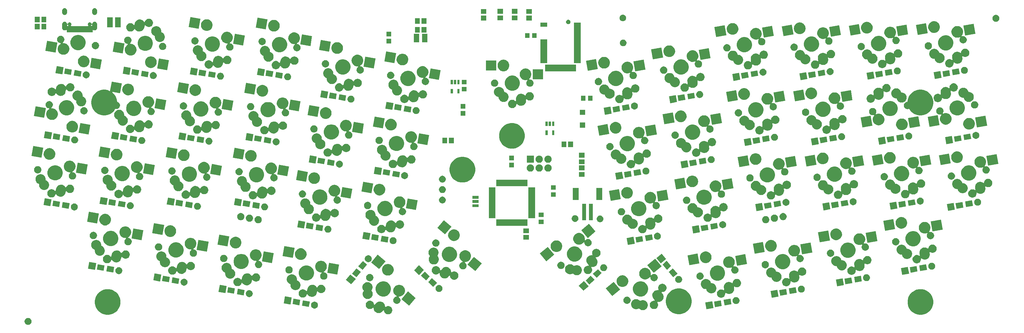
<source format=gbr>
G04 #@! TF.GenerationSoftware,KiCad,Pcbnew,(6.0.0-rc1-dev-1469-g932b9a334)*
G04 #@! TF.CreationDate,2019-08-07T07:36:24-07:00
G04 #@! TF.ProjectId,Laptreus-v2,4c617074-7265-4757-932d-76322e6b6963,rev?*
G04 #@! TF.SameCoordinates,Original*
G04 #@! TF.FileFunction,Soldermask,Top*
G04 #@! TF.FilePolarity,Negative*
%FSLAX46Y46*%
G04 Gerber Fmt 4.6, Leading zero omitted, Abs format (unit mm)*
G04 Created by KiCad (PCBNEW (6.0.0-rc1-dev-1469-g932b9a334)) date Wednesday, August 07, 2019 at 07:36:24 AM*
%MOMM*%
%LPD*%
G04 APERTURE LIST*
%ADD10C,0.100000*%
G04 APERTURE END LIST*
D10*
G36*
X93993443Y-161523260D02*
G01*
X94109362Y-161546317D01*
X94291351Y-161621699D01*
X94455136Y-161731137D01*
X94594424Y-161870425D01*
X94703862Y-162034210D01*
X94779244Y-162216199D01*
X94817673Y-162409397D01*
X94817673Y-162606379D01*
X94779244Y-162799577D01*
X94703862Y-162981566D01*
X94594424Y-163145351D01*
X94455136Y-163284639D01*
X94291351Y-163394077D01*
X94109362Y-163469459D01*
X93993443Y-163492516D01*
X93916166Y-163507888D01*
X93719180Y-163507888D01*
X93641903Y-163492516D01*
X93525984Y-163469459D01*
X93343995Y-163394077D01*
X93180210Y-163284639D01*
X93040922Y-163145351D01*
X92931484Y-162981566D01*
X92856102Y-162799577D01*
X92817673Y-162606379D01*
X92817673Y-162409397D01*
X92856102Y-162216199D01*
X92931484Y-162034210D01*
X93040922Y-161870425D01*
X93180210Y-161731137D01*
X93343995Y-161621699D01*
X93525984Y-161546317D01*
X93641903Y-161523260D01*
X93719180Y-161507888D01*
X93916166Y-161507888D01*
X93993443Y-161523260D01*
X93993443Y-161523260D01*
G37*
G36*
X117791369Y-153336474D02*
G01*
X118157943Y-153488314D01*
X118464749Y-153615397D01*
X118968979Y-153952313D01*
X119070777Y-154020332D01*
X119586154Y-154535709D01*
X119586156Y-154535712D01*
X119991089Y-155141737D01*
X120080424Y-155357411D01*
X120270012Y-155815117D01*
X120412205Y-156529970D01*
X120412205Y-157258832D01*
X120270012Y-157973685D01*
X120135602Y-158298178D01*
X119991089Y-158647065D01*
X119662924Y-159138199D01*
X119586154Y-159253093D01*
X119070777Y-159768470D01*
X119070774Y-159768472D01*
X118464749Y-160173405D01*
X118274390Y-160252254D01*
X117791369Y-160452328D01*
X117076516Y-160594521D01*
X116347654Y-160594521D01*
X115632801Y-160452328D01*
X115149780Y-160252254D01*
X114959421Y-160173405D01*
X114353396Y-159768472D01*
X114353393Y-159768470D01*
X113838016Y-159253093D01*
X113761246Y-159138199D01*
X113433081Y-158647065D01*
X113288568Y-158298178D01*
X113154158Y-157973685D01*
X113011965Y-157258832D01*
X113011965Y-156529970D01*
X113154158Y-155815117D01*
X113343746Y-155357411D01*
X113433081Y-155141737D01*
X113838014Y-154535712D01*
X113838016Y-154535709D01*
X114353393Y-154020332D01*
X114455191Y-153952313D01*
X114959421Y-153615397D01*
X115266227Y-153488314D01*
X115632801Y-153336474D01*
X116347654Y-153194281D01*
X117076516Y-153194281D01*
X117791369Y-153336474D01*
X117791369Y-153336474D01*
G37*
G36*
X351603367Y-153336471D02*
G01*
X351987560Y-153495609D01*
X352276747Y-153615394D01*
X352779352Y-153951224D01*
X352882775Y-154020329D01*
X353398152Y-154535706D01*
X353398154Y-154535709D01*
X353803087Y-155141734D01*
X353904644Y-155386915D01*
X354082010Y-155815114D01*
X354224203Y-156529967D01*
X354224203Y-157258829D01*
X354082010Y-157973682D01*
X353991180Y-158192964D01*
X353803087Y-158647062D01*
X353474920Y-159138199D01*
X353398152Y-159253090D01*
X352882775Y-159768467D01*
X352882772Y-159768469D01*
X352276747Y-160173402D01*
X352086383Y-160252253D01*
X351603367Y-160452325D01*
X350888514Y-160594518D01*
X350159652Y-160594518D01*
X349444799Y-160452325D01*
X348961783Y-160252253D01*
X348771419Y-160173402D01*
X348165394Y-159768469D01*
X348165391Y-159768467D01*
X347650014Y-159253090D01*
X347573246Y-159138199D01*
X347245079Y-158647062D01*
X347056986Y-158192964D01*
X346966156Y-157973682D01*
X346823963Y-157258829D01*
X346823963Y-156529967D01*
X346966156Y-155815114D01*
X347143522Y-155386915D01*
X347245079Y-155141734D01*
X347650012Y-154535709D01*
X347650014Y-154535706D01*
X348165391Y-154020329D01*
X348268814Y-153951224D01*
X348771419Y-153615394D01*
X349060606Y-153495609D01*
X349444799Y-153336471D01*
X350159652Y-153194278D01*
X350888514Y-153194278D01*
X351603367Y-153336471D01*
X351603367Y-153336471D01*
G37*
G36*
X192505285Y-156573864D02*
G01*
X192723671Y-156664322D01*
X192920217Y-156795650D01*
X193087358Y-156962791D01*
X193218686Y-157159337D01*
X193309144Y-157377723D01*
X193355908Y-157612821D01*
X193363021Y-157636270D01*
X193374572Y-157657881D01*
X193390118Y-157676823D01*
X193409060Y-157692369D01*
X193430671Y-157703920D01*
X193454120Y-157711033D01*
X193478506Y-157713435D01*
X193502892Y-157711033D01*
X193526341Y-157703920D01*
X193547952Y-157692369D01*
X193568575Y-157675110D01*
X194069139Y-157154948D01*
X194231970Y-157015999D01*
X194481239Y-156876545D01*
X194752921Y-156788401D01*
X195036581Y-156754954D01*
X195036583Y-156754954D01*
X195321313Y-156777487D01*
X195348548Y-156785181D01*
X195596182Y-156855138D01*
X195850619Y-156984920D01*
X196074848Y-157161847D01*
X196158834Y-157260270D01*
X196260252Y-157379119D01*
X196399706Y-157628388D01*
X196446822Y-157773612D01*
X196487850Y-157900071D01*
X196521042Y-158181568D01*
X196526281Y-158205497D01*
X196536091Y-158227952D01*
X196550093Y-158248061D01*
X196567750Y-158265052D01*
X196588382Y-158278273D01*
X196611197Y-158287214D01*
X196635318Y-158291532D01*
X196659817Y-158291062D01*
X196683755Y-158285821D01*
X196714626Y-158270856D01*
X196831201Y-158192963D01*
X197049588Y-158102505D01*
X197281423Y-158056390D01*
X197517805Y-158056390D01*
X197749640Y-158102505D01*
X197968026Y-158192963D01*
X198164572Y-158324291D01*
X198331713Y-158491432D01*
X198463041Y-158687978D01*
X198553499Y-158906364D01*
X198599614Y-159138199D01*
X198599614Y-159374581D01*
X198553499Y-159606416D01*
X198463041Y-159824802D01*
X198331713Y-160021348D01*
X198164572Y-160188489D01*
X197968026Y-160319817D01*
X197749640Y-160410275D01*
X197517805Y-160456390D01*
X197281423Y-160456390D01*
X197049588Y-160410275D01*
X196831202Y-160319817D01*
X196634656Y-160188489D01*
X196467515Y-160021348D01*
X196336187Y-159824802D01*
X196245729Y-159606417D01*
X196204895Y-159401129D01*
X196197782Y-159377680D01*
X196186231Y-159356069D01*
X196170685Y-159337127D01*
X196151743Y-159321581D01*
X196130133Y-159310030D01*
X196106683Y-159302917D01*
X196082297Y-159300515D01*
X196057911Y-159302917D01*
X196034462Y-159310030D01*
X196012851Y-159321581D01*
X195992228Y-159338840D01*
X195657785Y-159686377D01*
X195494961Y-159825318D01*
X195494957Y-159825321D01*
X195245689Y-159964774D01*
X194974006Y-160052919D01*
X194744475Y-160079983D01*
X194690346Y-160086366D01*
X194690344Y-160086366D01*
X194405615Y-160063833D01*
X194130744Y-159986181D01*
X193876311Y-159856401D01*
X193876309Y-159856400D01*
X193652080Y-159679473D01*
X193466676Y-159462200D01*
X193327223Y-159212932D01*
X193322678Y-159198922D01*
X193239078Y-158941249D01*
X193218155Y-158763799D01*
X193205960Y-158660375D01*
X193200720Y-158636445D01*
X193190910Y-158613990D01*
X193176907Y-158593881D01*
X193159251Y-158576889D01*
X193138619Y-158563669D01*
X193115804Y-158554728D01*
X193091683Y-158550410D01*
X193067183Y-158550880D01*
X193043246Y-158556121D01*
X193020791Y-158565931D01*
X192993433Y-158586632D01*
X192920217Y-158659848D01*
X192723671Y-158791176D01*
X192505285Y-158881634D01*
X192273450Y-158927749D01*
X192037068Y-158927749D01*
X191805233Y-158881634D01*
X191586847Y-158791176D01*
X191390301Y-158659848D01*
X191223160Y-158492707D01*
X191091832Y-158296161D01*
X191001374Y-158077775D01*
X190955259Y-157845940D01*
X190955259Y-157609558D01*
X191001374Y-157377723D01*
X191091832Y-157159337D01*
X191223160Y-156962791D01*
X191390301Y-156795650D01*
X191586847Y-156664322D01*
X191805233Y-156573864D01*
X192037068Y-156527749D01*
X192273450Y-156527749D01*
X192505285Y-156573864D01*
X192505285Y-156573864D01*
G37*
G36*
X282091529Y-153136400D02*
G01*
X282485986Y-153299790D01*
X282764909Y-153415323D01*
X283297900Y-153771456D01*
X283370937Y-153820258D01*
X283886314Y-154335635D01*
X283886316Y-154335638D01*
X284291249Y-154941663D01*
X284398909Y-155201579D01*
X284570172Y-155615043D01*
X284712365Y-156329896D01*
X284712365Y-157058758D01*
X284570172Y-157773611D01*
X284433939Y-158102506D01*
X284291249Y-158446991D01*
X283918641Y-159004638D01*
X283886314Y-159053019D01*
X283370937Y-159568396D01*
X283370934Y-159568398D01*
X282764909Y-159973331D01*
X282546417Y-160063833D01*
X282091529Y-160252254D01*
X281376676Y-160394447D01*
X280647814Y-160394447D01*
X279932961Y-160252254D01*
X279478073Y-160063833D01*
X279259581Y-159973331D01*
X278653556Y-159568398D01*
X278653553Y-159568396D01*
X278138176Y-159053019D01*
X278105849Y-159004638D01*
X277733241Y-158446991D01*
X277590551Y-158102506D01*
X277454318Y-157773611D01*
X277312125Y-157058758D01*
X277312125Y-156329896D01*
X277454318Y-155615043D01*
X277625581Y-155201579D01*
X277733241Y-154941663D01*
X278138174Y-154335638D01*
X278138176Y-154335635D01*
X278653553Y-153820258D01*
X278726590Y-153771456D01*
X279259581Y-153415323D01*
X279538504Y-153299790D01*
X279932961Y-153136400D01*
X280647814Y-152994207D01*
X281376676Y-152994207D01*
X282091529Y-153136400D01*
X282091529Y-153136400D01*
G37*
G36*
X269148991Y-156133995D02*
G01*
X269412877Y-156243300D01*
X269650368Y-156401986D01*
X269780889Y-156532507D01*
X269799831Y-156548053D01*
X269821442Y-156559604D01*
X269844891Y-156566717D01*
X269869277Y-156569119D01*
X269893663Y-156566717D01*
X269917112Y-156559604D01*
X269938722Y-156548053D01*
X269981196Y-156519673D01*
X270245085Y-156410367D01*
X270525218Y-156354645D01*
X270810846Y-156354645D01*
X271090979Y-156410367D01*
X271354865Y-156519672D01*
X271592356Y-156678358D01*
X271794319Y-156880321D01*
X271953005Y-157117812D01*
X272062310Y-157381698D01*
X272118032Y-157661831D01*
X272118032Y-157947459D01*
X272062310Y-158227592D01*
X271953005Y-158491478D01*
X271794319Y-158728969D01*
X271592356Y-158930932D01*
X271354865Y-159089618D01*
X271090979Y-159198923D01*
X270810846Y-159254645D01*
X270525218Y-159254645D01*
X270245085Y-159198923D01*
X269981199Y-159089618D01*
X269743708Y-158930932D01*
X269613187Y-158800411D01*
X269594245Y-158784865D01*
X269572634Y-158773314D01*
X269549185Y-158766201D01*
X269524799Y-158763799D01*
X269500413Y-158766201D01*
X269476964Y-158773314D01*
X269455354Y-158784865D01*
X269412880Y-158813245D01*
X269148991Y-158922551D01*
X268868858Y-158978273D01*
X268583230Y-158978273D01*
X268303097Y-158922551D01*
X268039211Y-158813246D01*
X267801720Y-158654560D01*
X267599757Y-158452597D01*
X267441071Y-158215106D01*
X267331766Y-157951220D01*
X267276044Y-157671087D01*
X267276044Y-157385459D01*
X267331766Y-157105326D01*
X267441071Y-156841440D01*
X267599757Y-156603949D01*
X267801720Y-156401986D01*
X268039211Y-156243300D01*
X268303097Y-156133995D01*
X268583230Y-156078273D01*
X268868858Y-156078273D01*
X269148991Y-156133995D01*
X269148991Y-156133995D01*
G37*
G36*
X290965587Y-158657342D02*
G01*
X288995971Y-159004638D01*
X288648675Y-157035022D01*
X290618291Y-156687726D01*
X290965587Y-158657342D01*
X290965587Y-158657342D01*
G37*
G36*
X276634835Y-151676646D02*
G01*
X276853221Y-151767104D01*
X277049767Y-151898432D01*
X277216908Y-152065573D01*
X277348236Y-152262119D01*
X277438694Y-152480505D01*
X277484809Y-152712340D01*
X277484809Y-152948722D01*
X277438694Y-153180557D01*
X277348236Y-153398943D01*
X277216908Y-153595489D01*
X277049767Y-153762630D01*
X276853221Y-153893958D01*
X276634835Y-153984416D01*
X276403000Y-154030531D01*
X276221396Y-154030531D01*
X276197010Y-154032933D01*
X276173561Y-154040046D01*
X276151950Y-154051597D01*
X276133008Y-154067143D01*
X276117462Y-154086085D01*
X276105911Y-154107696D01*
X276098798Y-154131145D01*
X276096396Y-154155531D01*
X276098798Y-154179917D01*
X276105911Y-154203366D01*
X276120395Y-154229178D01*
X276383130Y-154589478D01*
X276405800Y-154620566D01*
X276479786Y-154746295D01*
X276514356Y-154805042D01*
X276563384Y-154945635D01*
X276608406Y-155074737D01*
X276647011Y-155350298D01*
X276648034Y-155357600D01*
X276631717Y-155642758D01*
X276560082Y-155919255D01*
X276435881Y-156176461D01*
X276263889Y-156404497D01*
X276120340Y-156532507D01*
X276050712Y-156594598D01*
X275937904Y-156660980D01*
X275804547Y-156739455D01*
X275643408Y-156795648D01*
X275534851Y-156833505D01*
X275251989Y-156873133D01*
X275251988Y-156873133D01*
X274969628Y-156856976D01*
X274945146Y-156857981D01*
X274921329Y-156863743D01*
X274899094Y-156874041D01*
X274879294Y-156888479D01*
X274862692Y-156906502D01*
X274849925Y-156927417D01*
X274841484Y-156950422D01*
X274837693Y-156974631D01*
X274838698Y-156999115D01*
X274844460Y-157022932D01*
X274858556Y-157051219D01*
X274932145Y-157161352D01*
X275022604Y-157379740D01*
X275068719Y-157611575D01*
X275068719Y-157847957D01*
X275022604Y-158079792D01*
X274932146Y-158298178D01*
X274800818Y-158494724D01*
X274633677Y-158661865D01*
X274437131Y-158793193D01*
X274218745Y-158883651D01*
X273986910Y-158929766D01*
X273750528Y-158929766D01*
X273518693Y-158883651D01*
X273300307Y-158793193D01*
X273103761Y-158661865D01*
X272936620Y-158494724D01*
X272805292Y-158298178D01*
X272714834Y-158079792D01*
X272668719Y-157847957D01*
X272668719Y-157611575D01*
X272714834Y-157379740D01*
X272805292Y-157161354D01*
X272936620Y-156964808D01*
X273103761Y-156797667D01*
X273300307Y-156666339D01*
X273518693Y-156575881D01*
X273750528Y-156529766D01*
X273963005Y-156529766D01*
X273987391Y-156527364D01*
X274010840Y-156520251D01*
X274032451Y-156508700D01*
X274051393Y-156493154D01*
X274066939Y-156474212D01*
X274078490Y-156452601D01*
X274085603Y-156429152D01*
X274088005Y-156404766D01*
X274085603Y-156380380D01*
X274078490Y-156356931D01*
X274064004Y-156331116D01*
X274062633Y-156329236D01*
X274062626Y-156329228D01*
X273636961Y-155745495D01*
X273627563Y-155729524D01*
X273570811Y-155633083D01*
X273528400Y-155561012D01*
X273450891Y-155338747D01*
X273434350Y-155291316D01*
X273394722Y-155008454D01*
X273394722Y-155008453D01*
X273411039Y-154723296D01*
X273482674Y-154446799D01*
X273606875Y-154189593D01*
X273778867Y-153961557D01*
X273992043Y-153771457D01*
X273992044Y-153771456D01*
X274127105Y-153691979D01*
X274238209Y-153626599D01*
X274418334Y-153563785D01*
X274507905Y-153532549D01*
X274790767Y-153492921D01*
X274790768Y-153492921D01*
X275072865Y-153509063D01*
X275097347Y-153508058D01*
X275121164Y-153502296D01*
X275143399Y-153491998D01*
X275163199Y-153477560D01*
X275179801Y-153459537D01*
X275192568Y-153438622D01*
X275201009Y-153415617D01*
X275204800Y-153391408D01*
X275203795Y-153366924D01*
X275195489Y-153336432D01*
X275130924Y-153180558D01*
X275084809Y-152948722D01*
X275084809Y-152712340D01*
X275130924Y-152480505D01*
X275221382Y-152262119D01*
X275352710Y-152065573D01*
X275519851Y-151898432D01*
X275716397Y-151767104D01*
X275934783Y-151676646D01*
X276166618Y-151630531D01*
X276403000Y-151630531D01*
X276634835Y-151676646D01*
X276634835Y-151676646D01*
G37*
G36*
X176392542Y-156818980D02*
G01*
X176508461Y-156842037D01*
X176690450Y-156917419D01*
X176854235Y-157026857D01*
X176993523Y-157166145D01*
X177102961Y-157329930D01*
X177178343Y-157511919D01*
X177198166Y-157611576D01*
X177216772Y-157705115D01*
X177216772Y-157902101D01*
X177207001Y-157951220D01*
X177178343Y-158095297D01*
X177102961Y-158277286D01*
X176993523Y-158441071D01*
X176854235Y-158580359D01*
X176690450Y-158689797D01*
X176508461Y-158765179D01*
X176392542Y-158788236D01*
X176315265Y-158803608D01*
X176118279Y-158803608D01*
X176041002Y-158788236D01*
X175925083Y-158765179D01*
X175743094Y-158689797D01*
X175579309Y-158580359D01*
X175440021Y-158441071D01*
X175330583Y-158277286D01*
X175255201Y-158095297D01*
X175226543Y-157951220D01*
X175216772Y-157902101D01*
X175216772Y-157705115D01*
X175235378Y-157611576D01*
X175255201Y-157511919D01*
X175330583Y-157329930D01*
X175440021Y-157166145D01*
X175579309Y-157026857D01*
X175743094Y-156917419D01*
X175925083Y-156842037D01*
X176041002Y-156818980D01*
X176118279Y-156803608D01*
X176315265Y-156803608D01*
X176392542Y-156818980D01*
X176392542Y-156818980D01*
G37*
G36*
X293392876Y-158026259D02*
G01*
X291423261Y-158373555D01*
X291145424Y-156797863D01*
X293115039Y-156450567D01*
X293392876Y-158026259D01*
X293392876Y-158026259D01*
G37*
G36*
X174878479Y-156755289D02*
G01*
X174600642Y-158330981D01*
X172631027Y-157983685D01*
X172908864Y-156407993D01*
X174878479Y-156755289D01*
X174878479Y-156755289D01*
G37*
G36*
X205337050Y-155747565D02*
G01*
X203472966Y-157969094D01*
X201213134Y-156072871D01*
X201213134Y-156072870D01*
X203077218Y-153851342D01*
X205337050Y-155747565D01*
X205337050Y-155747565D01*
G37*
G36*
X296150338Y-157540045D02*
G01*
X294180723Y-157887341D01*
X293902886Y-156311649D01*
X295872501Y-155964353D01*
X296150338Y-157540045D01*
X296150338Y-157540045D01*
G37*
G36*
X172121017Y-156269075D02*
G01*
X171843180Y-157844767D01*
X169873565Y-157497471D01*
X170151402Y-155921779D01*
X172121017Y-156269075D01*
X172121017Y-156269075D01*
G37*
G36*
X169693728Y-155637992D02*
G01*
X169346432Y-157607608D01*
X167376816Y-157260312D01*
X167724112Y-155290696D01*
X169693728Y-155637992D01*
X169693728Y-155637992D01*
G37*
G36*
X297649814Y-155504196D02*
G01*
X297780320Y-155530155D01*
X297962309Y-155605537D01*
X298126094Y-155714975D01*
X298265382Y-155854263D01*
X298374820Y-156018048D01*
X298450202Y-156200037D01*
X298458807Y-156243300D01*
X298476033Y-156329897D01*
X298488631Y-156393235D01*
X298488631Y-156590217D01*
X298450202Y-156783415D01*
X298374820Y-156965404D01*
X298265382Y-157129189D01*
X298126094Y-157268477D01*
X297962309Y-157377915D01*
X297780320Y-157453297D01*
X297664401Y-157476354D01*
X297587124Y-157491726D01*
X297390138Y-157491726D01*
X297312861Y-157476354D01*
X297196942Y-157453297D01*
X297014953Y-157377915D01*
X296851168Y-157268477D01*
X296711880Y-157129189D01*
X296602442Y-156965404D01*
X296527060Y-156783415D01*
X296488631Y-156590217D01*
X296488631Y-156393235D01*
X296501230Y-156329897D01*
X296518455Y-156243300D01*
X296527060Y-156200037D01*
X296602442Y-156018048D01*
X296711880Y-155854263D01*
X296851168Y-155714975D01*
X297014953Y-155605537D01*
X297196942Y-155530155D01*
X297327448Y-155504196D01*
X297390138Y-155491726D01*
X297587124Y-155491726D01*
X297649814Y-155504196D01*
X297649814Y-155504196D01*
G37*
G36*
X266246375Y-155353330D02*
G01*
X266426761Y-155389210D01*
X266617849Y-155468362D01*
X266789823Y-155583271D01*
X266936076Y-155729524D01*
X267050985Y-155901498D01*
X267130137Y-156092586D01*
X267170487Y-156295444D01*
X267170487Y-156502276D01*
X267130137Y-156705134D01*
X267050985Y-156896222D01*
X266936076Y-157068196D01*
X266789823Y-157214449D01*
X266617849Y-157329358D01*
X266426761Y-157408510D01*
X266246375Y-157444390D01*
X266223904Y-157448860D01*
X266017070Y-157448860D01*
X265994599Y-157444390D01*
X265814213Y-157408510D01*
X265623125Y-157329358D01*
X265451151Y-157214449D01*
X265304898Y-157068196D01*
X265189989Y-156896222D01*
X265110837Y-156705134D01*
X265070487Y-156502276D01*
X265070487Y-156295444D01*
X265110837Y-156092586D01*
X265189989Y-155901498D01*
X265304898Y-155729524D01*
X265451151Y-155583271D01*
X265623125Y-155468362D01*
X265814213Y-155389210D01*
X265994599Y-155353330D01*
X266017070Y-155348860D01*
X266223904Y-155348860D01*
X266246375Y-155353330D01*
X266246375Y-155353330D01*
G37*
G36*
X200804920Y-151974997D02*
G01*
X201051875Y-152024119D01*
X201356705Y-152150384D01*
X201631046Y-152333692D01*
X201864353Y-152566999D01*
X202047661Y-152841340D01*
X202173926Y-153146170D01*
X202217782Y-153366650D01*
X202238295Y-153469776D01*
X202238295Y-153799724D01*
X202234025Y-153821191D01*
X202173926Y-154123330D01*
X202047661Y-154428160D01*
X201864353Y-154702501D01*
X201631046Y-154935808D01*
X201356705Y-155119116D01*
X201051875Y-155245381D01*
X200809170Y-155293658D01*
X200728269Y-155309750D01*
X200578561Y-155309750D01*
X200554175Y-155312152D01*
X200530726Y-155319265D01*
X200509115Y-155330816D01*
X200490173Y-155346362D01*
X200474627Y-155365304D01*
X200463076Y-155386915D01*
X200455963Y-155410364D01*
X200453561Y-155434750D01*
X200455963Y-155459136D01*
X200463076Y-155482585D01*
X200474627Y-155504196D01*
X200490173Y-155523138D01*
X200509109Y-155538679D01*
X200572827Y-155581254D01*
X200719080Y-155727507D01*
X200833989Y-155899481D01*
X200913141Y-156090569D01*
X200916943Y-156109685D01*
X200917590Y-156111817D01*
X200918156Y-156115781D01*
X200953491Y-156293427D01*
X200953491Y-156500259D01*
X200913141Y-156703117D01*
X200833989Y-156894205D01*
X200719080Y-157066179D01*
X200572827Y-157212432D01*
X200400853Y-157327341D01*
X200209765Y-157406493D01*
X200029379Y-157442373D01*
X200006908Y-157446843D01*
X199800074Y-157446843D01*
X199777603Y-157442373D01*
X199597217Y-157406493D01*
X199406129Y-157327341D01*
X199234155Y-157212432D01*
X199087902Y-157066179D01*
X198972993Y-156894205D01*
X198893841Y-156703117D01*
X198853491Y-156500259D01*
X198853491Y-156293427D01*
X198893841Y-156090569D01*
X198972993Y-155899481D01*
X199087902Y-155727507D01*
X199234155Y-155581254D01*
X199406129Y-155466345D01*
X199597217Y-155387193D01*
X199746954Y-155357409D01*
X199770397Y-155350298D01*
X199792008Y-155338747D01*
X199810950Y-155323201D01*
X199826496Y-155304259D01*
X199838047Y-155282649D01*
X199845160Y-155259199D01*
X199847562Y-155234813D01*
X199845160Y-155210427D01*
X199838047Y-155186978D01*
X199826496Y-155165367D01*
X199810950Y-155146425D01*
X199792008Y-155130879D01*
X199770399Y-155119329D01*
X199769887Y-155119117D01*
X199769886Y-155119117D01*
X199769885Y-155119116D01*
X199495544Y-154935808D01*
X199262237Y-154702501D01*
X199078929Y-154428160D01*
X198952664Y-154123330D01*
X198892565Y-153821191D01*
X198888295Y-153799724D01*
X198888295Y-153469776D01*
X198908808Y-153366650D01*
X198952664Y-153146170D01*
X199078929Y-152841340D01*
X199262237Y-152566999D01*
X199495544Y-152333692D01*
X199769885Y-152150384D01*
X200074715Y-152024119D01*
X200321670Y-151974997D01*
X200398321Y-151959750D01*
X200728269Y-151959750D01*
X200804920Y-151974997D01*
X200804920Y-151974997D01*
G37*
G36*
X191883622Y-151233936D02*
G01*
X192147508Y-151343241D01*
X192384999Y-151501927D01*
X192586962Y-151703890D01*
X192745648Y-151941381D01*
X192854953Y-152205267D01*
X192910675Y-152485400D01*
X192910675Y-152771028D01*
X192854953Y-153051161D01*
X192745648Y-153315047D01*
X192625218Y-153495285D01*
X192613667Y-153516896D01*
X192606554Y-153540345D01*
X192604152Y-153564732D01*
X192606554Y-153589118D01*
X192613667Y-153612567D01*
X192625219Y-153634178D01*
X192640764Y-153653119D01*
X192652011Y-153664366D01*
X192810697Y-153901857D01*
X192920002Y-154165743D01*
X192975724Y-154445876D01*
X192975724Y-154731504D01*
X192920002Y-155011637D01*
X192810697Y-155275523D01*
X192652011Y-155513014D01*
X192450048Y-155714977D01*
X192212557Y-155873663D01*
X191948671Y-155982968D01*
X191668538Y-156038690D01*
X191382910Y-156038690D01*
X191102777Y-155982968D01*
X190838891Y-155873663D01*
X190601400Y-155714977D01*
X190399437Y-155513014D01*
X190240751Y-155275523D01*
X190131446Y-155011637D01*
X190075724Y-154731504D01*
X190075724Y-154445876D01*
X190131446Y-154165743D01*
X190240751Y-153901857D01*
X190361181Y-153721619D01*
X190372732Y-153700008D01*
X190379845Y-153676559D01*
X190382247Y-153652172D01*
X190379845Y-153627786D01*
X190372732Y-153604337D01*
X190361180Y-153582726D01*
X190345635Y-153563785D01*
X190334388Y-153552538D01*
X190175702Y-153315047D01*
X190066397Y-153051161D01*
X190010675Y-152771028D01*
X190010675Y-152485400D01*
X190066397Y-152205267D01*
X190175702Y-151941381D01*
X190334388Y-151703890D01*
X190536351Y-151501927D01*
X190773842Y-151343241D01*
X191037728Y-151233936D01*
X191317861Y-151178214D01*
X191603489Y-151178214D01*
X191883622Y-151233936D01*
X191883622Y-151233936D01*
G37*
G36*
X309726175Y-155349344D02*
G01*
X307756559Y-155696640D01*
X307409263Y-153727024D01*
X309378879Y-153379728D01*
X309726175Y-155349344D01*
X309726175Y-155349344D01*
G37*
G36*
X298065646Y-150290496D02*
G01*
X298284032Y-150380954D01*
X298480578Y-150512282D01*
X298647719Y-150679423D01*
X298779047Y-150875969D01*
X298869505Y-151094355D01*
X298915620Y-151326190D01*
X298915620Y-151562572D01*
X298869505Y-151794407D01*
X298779047Y-152012793D01*
X298647719Y-152209339D01*
X298480578Y-152376480D01*
X298284032Y-152507808D01*
X298065646Y-152598266D01*
X297833811Y-152644381D01*
X297597429Y-152644381D01*
X297365594Y-152598266D01*
X297147208Y-152507808D01*
X297067467Y-152454527D01*
X297045856Y-152442976D01*
X297022407Y-152435863D01*
X296998021Y-152433461D01*
X296973635Y-152435863D01*
X296950186Y-152442976D01*
X296928575Y-152454527D01*
X296909633Y-152470073D01*
X296894087Y-152489015D01*
X296882536Y-152510626D01*
X296875423Y-152534075D01*
X296873021Y-152558461D01*
X296873729Y-152571744D01*
X296925383Y-153055075D01*
X296925383Y-153055081D01*
X296927158Y-153269130D01*
X296873760Y-153549719D01*
X296766648Y-153814498D01*
X296670848Y-153960479D01*
X296609937Y-154053296D01*
X296463960Y-154201714D01*
X296409652Y-154256930D01*
X296203567Y-154397116D01*
X296173485Y-154417579D01*
X295910524Y-154529065D01*
X295910521Y-154529066D01*
X295910520Y-154529066D01*
X295630855Y-154587109D01*
X295345240Y-154589478D01*
X295064651Y-154536080D01*
X294799872Y-154428968D01*
X294591422Y-154292172D01*
X294567189Y-154276269D01*
X294545483Y-154264897D01*
X294521976Y-154257979D01*
X294497571Y-154255779D01*
X294473205Y-154258383D01*
X294449816Y-154265691D01*
X294428301Y-154277421D01*
X294409489Y-154293122D01*
X294394101Y-154312193D01*
X294382729Y-154333899D01*
X294375811Y-154357406D01*
X294373607Y-154380775D01*
X294373607Y-154597389D01*
X294327492Y-154829224D01*
X294237034Y-155047610D01*
X294105706Y-155244156D01*
X293938565Y-155411297D01*
X293742019Y-155542625D01*
X293523633Y-155633083D01*
X293291798Y-155679198D01*
X293055416Y-155679198D01*
X292823581Y-155633083D01*
X292605195Y-155542625D01*
X292408649Y-155411297D01*
X292241508Y-155244156D01*
X292110180Y-155047610D01*
X292019722Y-154829224D01*
X291973607Y-154597389D01*
X291973607Y-154361007D01*
X292019722Y-154129172D01*
X292110180Y-153910786D01*
X292241508Y-153714240D01*
X292408649Y-153547099D01*
X292605195Y-153415771D01*
X292823581Y-153325313D01*
X293055416Y-153279198D01*
X293291798Y-153279198D01*
X293523633Y-153325313D01*
X293742021Y-153415772D01*
X293848836Y-153487144D01*
X293870447Y-153498696D01*
X293893896Y-153505809D01*
X293918282Y-153508211D01*
X293942669Y-153505809D01*
X293966118Y-153498696D01*
X293987729Y-153487145D01*
X294006671Y-153471600D01*
X294022216Y-153452658D01*
X294033768Y-153431047D01*
X294040881Y-153407598D01*
X294043283Y-153383212D01*
X294041871Y-153369421D01*
X294042457Y-153369358D01*
X294040088Y-153347188D01*
X294004943Y-153018335D01*
X293965033Y-152644898D01*
X293964775Y-152613780D01*
X293963258Y-152430844D01*
X294016656Y-152150255D01*
X294123768Y-151885476D01*
X294247430Y-151697039D01*
X294280479Y-151646678D01*
X294480762Y-151443046D01*
X294480764Y-151443044D01*
X294716928Y-151282397D01*
X294716931Y-151282395D01*
X294979892Y-151170909D01*
X294979895Y-151170908D01*
X294979896Y-151170908D01*
X295259561Y-151112864D01*
X295545176Y-151110496D01*
X295825765Y-151163894D01*
X296090544Y-151271006D01*
X296267778Y-151387316D01*
X296322038Y-151422924D01*
X296343744Y-151434296D01*
X296367251Y-151441214D01*
X296391657Y-151443414D01*
X296416022Y-151440810D01*
X296439411Y-151433502D01*
X296460926Y-151421772D01*
X296479738Y-151406070D01*
X296495126Y-151387000D01*
X296506498Y-151365294D01*
X296513416Y-151341787D01*
X296514226Y-151333198D01*
X296561735Y-151094355D01*
X296652193Y-150875969D01*
X296783521Y-150679423D01*
X296950662Y-150512282D01*
X297147208Y-150380954D01*
X297365594Y-150290496D01*
X297597429Y-150244381D01*
X297833811Y-150244381D01*
X298065646Y-150290496D01*
X298065646Y-150290496D01*
G37*
G36*
X178506389Y-151984403D02*
G01*
X178724775Y-152074861D01*
X178921321Y-152206189D01*
X179088462Y-152373330D01*
X179219790Y-152569876D01*
X179310248Y-152788262D01*
X179356363Y-153020097D01*
X179356363Y-153256479D01*
X179310248Y-153488314D01*
X179219790Y-153706700D01*
X179088462Y-153903246D01*
X178921321Y-154070387D01*
X178724775Y-154201715D01*
X178506389Y-154292173D01*
X178274554Y-154338288D01*
X178038172Y-154338288D01*
X177806337Y-154292173D01*
X177587951Y-154201715D01*
X177391405Y-154070387D01*
X177224265Y-153903247D01*
X177223336Y-153901857D01*
X177204209Y-153873232D01*
X177188665Y-153854292D01*
X177169723Y-153838747D01*
X177148112Y-153827196D01*
X177124663Y-153820083D01*
X177100277Y-153817681D01*
X177075890Y-153820083D01*
X177052441Y-153827196D01*
X177030830Y-153838747D01*
X177011888Y-153854293D01*
X176996343Y-153873235D01*
X176984792Y-153894846D01*
X176978938Y-153912651D01*
X176862890Y-154381577D01*
X176801459Y-154554814D01*
X176791348Y-154583325D01*
X176670262Y-154786651D01*
X176645204Y-154828727D01*
X176480367Y-155011637D01*
X176453989Y-155040907D01*
X176226767Y-155210427D01*
X176225059Y-155211701D01*
X175967204Y-155334554D01*
X175877039Y-155357411D01*
X175690342Y-155404740D01*
X175643273Y-155407186D01*
X175405099Y-155419565D01*
X175182527Y-155387194D01*
X175122446Y-155378456D01*
X174853246Y-155282995D01*
X174607846Y-155136852D01*
X174607845Y-155136851D01*
X174607843Y-155136850D01*
X174395666Y-154945638D01*
X174395663Y-154945635D01*
X174229603Y-154723051D01*
X174213096Y-154704941D01*
X174193372Y-154690400D01*
X174171191Y-154679986D01*
X174147404Y-154674099D01*
X174122926Y-154672966D01*
X174098698Y-154676631D01*
X174075649Y-154684951D01*
X174054667Y-154697609D01*
X174036557Y-154714116D01*
X174022016Y-154733840D01*
X174011602Y-154756021D01*
X174006816Y-154773413D01*
X174004183Y-154786650D01*
X173913725Y-155005036D01*
X173782397Y-155201582D01*
X173615256Y-155368723D01*
X173418710Y-155500051D01*
X173200324Y-155590509D01*
X172968489Y-155636624D01*
X172732107Y-155636624D01*
X172500272Y-155590509D01*
X172281886Y-155500051D01*
X172085340Y-155368723D01*
X171918199Y-155201582D01*
X171786871Y-155005036D01*
X171696413Y-154786650D01*
X171650298Y-154554815D01*
X171650298Y-154318433D01*
X171696413Y-154086598D01*
X171786871Y-153868212D01*
X171918199Y-153671666D01*
X172085340Y-153504525D01*
X172281886Y-153373197D01*
X172500272Y-153282739D01*
X172732107Y-153236624D01*
X172968489Y-153236624D01*
X173200324Y-153282739D01*
X173418710Y-153373197D01*
X173615256Y-153504525D01*
X173782399Y-153671668D01*
X173821203Y-153729742D01*
X173836748Y-153748684D01*
X173855690Y-153764229D01*
X173877301Y-153775780D01*
X173900750Y-153782893D01*
X173925136Y-153785295D01*
X173949523Y-153782893D01*
X173972972Y-153775780D01*
X173994583Y-153764228D01*
X174013525Y-153748683D01*
X174029070Y-153729741D01*
X174040621Y-153708130D01*
X174046476Y-153690323D01*
X174047812Y-153684924D01*
X174047813Y-153684918D01*
X174221365Y-152983624D01*
X174292907Y-152781877D01*
X174390185Y-152618530D01*
X174439050Y-152536476D01*
X174439051Y-152536475D01*
X174439052Y-152536473D01*
X174630264Y-152324296D01*
X174630267Y-152324293D01*
X174859194Y-152153501D01*
X175026476Y-152073801D01*
X175117051Y-152030647D01*
X175117053Y-152030647D01*
X175117054Y-152030646D01*
X175393914Y-151960461D01*
X175393918Y-151960460D01*
X175679157Y-151945636D01*
X175881038Y-151974997D01*
X175961810Y-151986744D01*
X176231009Y-152082205D01*
X176458067Y-152217424D01*
X176476413Y-152228350D01*
X176688590Y-152419562D01*
X176688593Y-152419565D01*
X176798585Y-152566997D01*
X176856318Y-152644381D01*
X176857109Y-152645442D01*
X176873616Y-152663551D01*
X176893339Y-152678093D01*
X176915521Y-152688507D01*
X176939307Y-152694394D01*
X176963785Y-152695527D01*
X176988014Y-152691862D01*
X177011063Y-152683542D01*
X177032045Y-152670884D01*
X177050154Y-152654377D01*
X177064696Y-152634654D01*
X177072783Y-152618530D01*
X177092936Y-152569875D01*
X177224264Y-152373330D01*
X177391405Y-152206189D01*
X177587951Y-152074861D01*
X177806337Y-151984403D01*
X178038172Y-151938288D01*
X178274554Y-151938288D01*
X178506389Y-151984403D01*
X178506389Y-151984403D01*
G37*
G36*
X157631954Y-153510981D02*
G01*
X157747873Y-153534038D01*
X157929862Y-153609420D01*
X158093647Y-153718858D01*
X158232935Y-153858146D01*
X158342373Y-154021931D01*
X158417755Y-154203920D01*
X158428299Y-154256930D01*
X158455505Y-154393701D01*
X158456184Y-154397118D01*
X158456184Y-154594100D01*
X158417755Y-154787298D01*
X158342373Y-154969287D01*
X158232935Y-155133072D01*
X158093647Y-155272360D01*
X157929862Y-155381798D01*
X157747873Y-155457180D01*
X157631954Y-155480237D01*
X157554677Y-155495609D01*
X157357691Y-155495609D01*
X157280414Y-155480237D01*
X157164495Y-155457180D01*
X156982506Y-155381798D01*
X156818721Y-155272360D01*
X156679433Y-155133072D01*
X156569995Y-154969287D01*
X156494613Y-154787298D01*
X156456184Y-154594100D01*
X156456184Y-154397118D01*
X156456864Y-154393701D01*
X156484069Y-154256930D01*
X156494613Y-154203920D01*
X156569995Y-154021931D01*
X156679433Y-153858146D01*
X156818721Y-153718858D01*
X156982506Y-153609420D01*
X157164495Y-153534038D01*
X157280414Y-153510981D01*
X157357691Y-153495609D01*
X157554677Y-153495609D01*
X157631954Y-153510981D01*
X157631954Y-153510981D01*
G37*
G36*
X270650816Y-151027572D02*
G01*
X270650818Y-151027573D01*
X270650819Y-151027573D01*
X271049390Y-151192666D01*
X271398362Y-151425842D01*
X271408097Y-151432347D01*
X271713145Y-151737395D01*
X271713147Y-151737398D01*
X271952826Y-152096102D01*
X272117085Y-152492659D01*
X272117920Y-152494676D01*
X272202083Y-152917793D01*
X272202083Y-153349205D01*
X272118321Y-153770308D01*
X272117919Y-153772325D01*
X271952826Y-154170896D01*
X271780387Y-154428968D01*
X271713145Y-154529603D01*
X271408097Y-154834651D01*
X271408094Y-154834653D01*
X271049390Y-155074332D01*
X270650819Y-155239425D01*
X270650818Y-155239425D01*
X270650816Y-155239426D01*
X270227699Y-155323589D01*
X269796287Y-155323589D01*
X269373170Y-155239426D01*
X269373168Y-155239425D01*
X269373167Y-155239425D01*
X268974596Y-155074332D01*
X268615892Y-154834653D01*
X268615889Y-154834651D01*
X268310841Y-154529603D01*
X268243599Y-154428968D01*
X268071160Y-154170896D01*
X267906067Y-153772325D01*
X267905666Y-153770308D01*
X267821903Y-153349205D01*
X267821903Y-152917793D01*
X267906066Y-152494676D01*
X267906901Y-152492659D01*
X268071160Y-152096102D01*
X268310839Y-151737398D01*
X268310841Y-151737395D01*
X268615889Y-151432347D01*
X268625624Y-151425842D01*
X268974596Y-151192666D01*
X269373167Y-151027573D01*
X269373168Y-151027573D01*
X269373170Y-151027572D01*
X269796287Y-150943409D01*
X270227699Y-150943409D01*
X270650816Y-151027572D01*
X270650816Y-151027572D01*
G37*
G36*
X196650808Y-151025555D02*
G01*
X196650810Y-151025556D01*
X196650811Y-151025556D01*
X197049382Y-151190649D01*
X197343241Y-151387000D01*
X197408089Y-151430330D01*
X197713137Y-151735378D01*
X197713139Y-151735381D01*
X197952818Y-152094085D01*
X198108557Y-152470073D01*
X198117912Y-152492659D01*
X198202075Y-152915776D01*
X198202075Y-153347188D01*
X198118689Y-153766400D01*
X198117911Y-153770308D01*
X197952818Y-154168879D01*
X197767734Y-154445876D01*
X197713137Y-154527586D01*
X197408089Y-154832634D01*
X197408086Y-154832636D01*
X197049382Y-155072315D01*
X196650811Y-155237408D01*
X196650810Y-155237408D01*
X196650808Y-155237409D01*
X196227691Y-155321572D01*
X195796279Y-155321572D01*
X195373162Y-155237409D01*
X195373160Y-155237408D01*
X195373159Y-155237408D01*
X194974588Y-155072315D01*
X194615884Y-154832636D01*
X194615881Y-154832634D01*
X194310833Y-154527586D01*
X194256236Y-154445876D01*
X194071152Y-154168879D01*
X193906059Y-153770308D01*
X193905282Y-153766400D01*
X193821895Y-153347188D01*
X193821895Y-152915776D01*
X193906058Y-152492659D01*
X193915413Y-152470073D01*
X194071152Y-152094085D01*
X194310831Y-151735381D01*
X194310833Y-151735378D01*
X194615881Y-151430330D01*
X194680729Y-151387000D01*
X194974588Y-151190649D01*
X195373159Y-151025556D01*
X195373160Y-151025556D01*
X195373162Y-151025555D01*
X195796279Y-150941392D01*
X196227691Y-150941392D01*
X196650808Y-151025555D01*
X196650808Y-151025555D01*
G37*
G36*
X264143379Y-153319223D02*
G01*
X261883547Y-155215446D01*
X260019463Y-152993917D01*
X262279295Y-151097694D01*
X264143379Y-153319223D01*
X264143379Y-153319223D01*
G37*
G36*
X312153464Y-154718261D02*
G01*
X310183849Y-155065557D01*
X309906012Y-153489865D01*
X311875627Y-153142569D01*
X312153464Y-154718261D01*
X312153464Y-154718261D01*
G37*
G36*
X156117891Y-153447290D02*
G01*
X155840054Y-155022982D01*
X153870439Y-154675686D01*
X154148276Y-153099994D01*
X156117891Y-153447290D01*
X156117891Y-153447290D01*
G37*
G36*
X314910926Y-154232047D02*
G01*
X312941311Y-154579343D01*
X312663474Y-153003651D01*
X314633089Y-152656355D01*
X314910926Y-154232047D01*
X314910926Y-154232047D01*
G37*
G36*
X153360429Y-152961076D02*
G01*
X153082592Y-154536768D01*
X151112977Y-154189472D01*
X151390814Y-152613780D01*
X153360429Y-152961076D01*
X153360429Y-152961076D01*
G37*
G36*
X289243614Y-150339084D02*
G01*
X289507500Y-150448389D01*
X289744991Y-150607075D01*
X289946954Y-150809038D01*
X290105640Y-151046529D01*
X290214945Y-151310415D01*
X290231390Y-151393087D01*
X290238503Y-151416536D01*
X290250054Y-151438147D01*
X290265600Y-151457089D01*
X290284542Y-151472635D01*
X290306153Y-151484186D01*
X290329602Y-151491299D01*
X290353988Y-151493701D01*
X290507105Y-151493701D01*
X290787238Y-151549423D01*
X291051124Y-151658728D01*
X291288615Y-151817414D01*
X291490578Y-152019377D01*
X291649264Y-152256868D01*
X291758569Y-152520754D01*
X291814291Y-152800887D01*
X291814291Y-153086515D01*
X291758569Y-153366648D01*
X291649264Y-153630534D01*
X291490578Y-153868025D01*
X291288615Y-154069988D01*
X291051124Y-154228674D01*
X290787238Y-154337979D01*
X290507105Y-154393701D01*
X290221477Y-154393701D01*
X289941344Y-154337979D01*
X289677458Y-154228674D01*
X289439967Y-154069988D01*
X289238004Y-153868025D01*
X289079318Y-153630534D01*
X288970013Y-153366648D01*
X288953568Y-153283976D01*
X288946455Y-153260527D01*
X288934904Y-153238916D01*
X288919358Y-153219974D01*
X288900416Y-153204428D01*
X288878805Y-153192877D01*
X288855356Y-153185764D01*
X288830970Y-153183362D01*
X288677853Y-153183362D01*
X288397720Y-153127640D01*
X288133834Y-153018335D01*
X287896343Y-152859649D01*
X287694380Y-152657686D01*
X287535694Y-152420195D01*
X287426389Y-152156309D01*
X287370667Y-151876176D01*
X287370667Y-151590548D01*
X287426389Y-151310415D01*
X287535694Y-151046529D01*
X287694380Y-150809038D01*
X287896343Y-150607075D01*
X288133834Y-150448389D01*
X288397720Y-150339084D01*
X288677853Y-150283362D01*
X288963481Y-150283362D01*
X289243614Y-150339084D01*
X289243614Y-150339084D01*
G37*
G36*
X150933140Y-152329993D02*
G01*
X150585844Y-154299609D01*
X148616228Y-153952313D01*
X148963524Y-151982697D01*
X150933140Y-152329993D01*
X150933140Y-152329993D01*
G37*
G36*
X316424989Y-152199100D02*
G01*
X316540908Y-152222157D01*
X316722897Y-152297539D01*
X316886682Y-152406977D01*
X317025970Y-152546265D01*
X317135408Y-152710050D01*
X317210790Y-152892039D01*
X317231112Y-152994207D01*
X317249219Y-153085235D01*
X317249219Y-153282221D01*
X317238428Y-153336471D01*
X317210790Y-153475417D01*
X317135408Y-153657406D01*
X317025970Y-153821191D01*
X316886682Y-153960479D01*
X316722897Y-154069917D01*
X316540908Y-154145299D01*
X316424989Y-154168356D01*
X316347712Y-154183728D01*
X316150726Y-154183728D01*
X316073449Y-154168356D01*
X315957530Y-154145299D01*
X315775541Y-154069917D01*
X315611756Y-153960479D01*
X315472468Y-153821191D01*
X315363030Y-153657406D01*
X315287648Y-153475417D01*
X315260010Y-153336471D01*
X315249219Y-153282221D01*
X315249219Y-153085235D01*
X315267326Y-152994207D01*
X315287648Y-152892039D01*
X315363030Y-152710050D01*
X315472468Y-152546265D01*
X315611756Y-152406977D01*
X315775541Y-152297539D01*
X315957530Y-152222157D01*
X316073449Y-152199100D01*
X316150726Y-152183728D01*
X316347712Y-152183728D01*
X316424989Y-152199100D01*
X316424989Y-152199100D01*
G37*
G36*
X212211880Y-152005025D02*
G01*
X212327799Y-152028082D01*
X212509788Y-152103464D01*
X212673573Y-152212902D01*
X212812861Y-152352190D01*
X212922299Y-152515975D01*
X212997681Y-152697964D01*
X213002008Y-152719720D01*
X213036110Y-152891160D01*
X213036110Y-153088146D01*
X213021981Y-153159174D01*
X212997681Y-153281342D01*
X212922299Y-153463331D01*
X212812861Y-153627116D01*
X212673573Y-153766404D01*
X212509788Y-153875842D01*
X212327799Y-153951224D01*
X212211880Y-153974281D01*
X212134603Y-153989653D01*
X211937617Y-153989653D01*
X211860340Y-153974281D01*
X211744421Y-153951224D01*
X211562432Y-153875842D01*
X211398647Y-153766404D01*
X211259359Y-153627116D01*
X211149921Y-153463331D01*
X211074539Y-153281342D01*
X211050239Y-153159174D01*
X211036110Y-153088146D01*
X211036110Y-152891160D01*
X211070212Y-152719720D01*
X211074539Y-152697964D01*
X211149921Y-152515975D01*
X211259359Y-152352190D01*
X211398647Y-152212902D01*
X211562432Y-152103464D01*
X211744421Y-152028082D01*
X211860340Y-152005025D01*
X211937617Y-151989653D01*
X212134603Y-151989653D01*
X212211880Y-152005025D01*
X212211880Y-152005025D01*
G37*
G36*
X255064782Y-152340798D02*
G01*
X253590227Y-153691979D01*
X252239046Y-152217424D01*
X253713601Y-150866243D01*
X255064782Y-152340798D01*
X255064782Y-152340798D01*
G37*
G36*
X170121950Y-148973311D02*
G01*
X170385836Y-149082616D01*
X170623327Y-149241302D01*
X170825290Y-149443265D01*
X170983976Y-149680756D01*
X171093281Y-149944642D01*
X171144117Y-150200213D01*
X171149003Y-150224776D01*
X171149003Y-150510402D01*
X171146179Y-150524597D01*
X171143778Y-150548977D01*
X171146180Y-150573364D01*
X171153292Y-150596813D01*
X171164843Y-150618424D01*
X171180388Y-150637366D01*
X171199330Y-150652912D01*
X171220942Y-150664464D01*
X171422408Y-150747914D01*
X171659899Y-150906600D01*
X171861862Y-151108563D01*
X172020548Y-151346054D01*
X172129853Y-151609940D01*
X172185575Y-151890073D01*
X172185575Y-152175701D01*
X172129853Y-152455834D01*
X172020548Y-152719720D01*
X171861862Y-152957211D01*
X171659899Y-153159174D01*
X171422408Y-153317860D01*
X171158522Y-153427165D01*
X170878389Y-153482887D01*
X170592761Y-153482887D01*
X170312628Y-153427165D01*
X170048742Y-153317860D01*
X169811251Y-153159174D01*
X169609288Y-152957211D01*
X169450602Y-152719720D01*
X169341297Y-152455834D01*
X169285575Y-152175701D01*
X169285575Y-151890074D01*
X169288399Y-151875879D01*
X169290800Y-151851499D01*
X169288398Y-151827112D01*
X169281286Y-151803663D01*
X169269735Y-151782052D01*
X169254190Y-151763110D01*
X169235248Y-151747564D01*
X169213636Y-151736012D01*
X169012170Y-151652562D01*
X168774679Y-151493876D01*
X168572716Y-151291913D01*
X168414030Y-151054422D01*
X168304725Y-150790536D01*
X168249003Y-150510403D01*
X168249003Y-150224775D01*
X168304725Y-149944642D01*
X168414030Y-149680756D01*
X168572716Y-149443265D01*
X168774679Y-149241302D01*
X169012170Y-149082616D01*
X169276056Y-148973311D01*
X169556189Y-148917589D01*
X169841817Y-148917589D01*
X170121950Y-148973311D01*
X170121950Y-148973311D01*
G37*
G36*
X211470666Y-151386445D02*
G01*
X210389721Y-152566089D01*
X208915166Y-151214909D01*
X209996111Y-150035265D01*
X211470666Y-151386445D01*
X211470666Y-151386445D01*
G37*
G36*
X265031610Y-149212754D02*
G01*
X265289459Y-149264043D01*
X265594289Y-149390308D01*
X265868630Y-149573616D01*
X266101937Y-149806923D01*
X266285245Y-150081264D01*
X266411510Y-150386094D01*
X266448760Y-150573364D01*
X266475879Y-150709700D01*
X266475879Y-151039648D01*
X266466038Y-151089121D01*
X266411510Y-151363254D01*
X266285245Y-151668084D01*
X266101937Y-151942425D01*
X265868630Y-152175732D01*
X265594289Y-152359040D01*
X265289459Y-152485305D01*
X265046754Y-152533582D01*
X264965853Y-152549674D01*
X264635905Y-152549674D01*
X264555004Y-152533582D01*
X264312299Y-152485305D01*
X264007469Y-152359040D01*
X263733128Y-152175732D01*
X263499821Y-151942425D01*
X263316513Y-151668084D01*
X263190248Y-151363254D01*
X263135720Y-151089121D01*
X263125879Y-151039648D01*
X263125879Y-150709700D01*
X263152998Y-150573364D01*
X263190248Y-150386094D01*
X263316513Y-150081264D01*
X263499821Y-149806923D01*
X263733128Y-149573616D01*
X264007469Y-149390308D01*
X264312299Y-149264043D01*
X264570148Y-149212754D01*
X264635905Y-149199674D01*
X264965853Y-149199674D01*
X265031610Y-149212754D01*
X265031610Y-149212754D01*
G37*
G36*
X328486762Y-152041347D02*
G01*
X326517146Y-152388643D01*
X326169850Y-150419027D01*
X328139466Y-150071731D01*
X328486762Y-152041347D01*
X328486762Y-152041347D01*
G37*
G36*
X316826231Y-146982498D02*
G01*
X317044617Y-147072956D01*
X317241163Y-147204284D01*
X317408304Y-147371425D01*
X317539632Y-147567971D01*
X317630090Y-147786357D01*
X317676205Y-148018192D01*
X317676205Y-148254574D01*
X317630090Y-148486409D01*
X317539632Y-148704795D01*
X317408304Y-148901341D01*
X317241163Y-149068482D01*
X317044617Y-149199810D01*
X316826231Y-149290268D01*
X316594396Y-149336383D01*
X316358014Y-149336383D01*
X316126179Y-149290268D01*
X315907793Y-149199810D01*
X315828052Y-149146529D01*
X315806441Y-149134978D01*
X315782992Y-149127865D01*
X315758606Y-149125463D01*
X315734220Y-149127865D01*
X315710771Y-149134978D01*
X315689160Y-149146529D01*
X315670218Y-149162075D01*
X315654672Y-149181017D01*
X315643121Y-149202628D01*
X315636008Y-149226077D01*
X315633606Y-149250463D01*
X315634314Y-149263746D01*
X315685968Y-149747077D01*
X315685968Y-149747083D01*
X315687743Y-149961132D01*
X315634345Y-150241721D01*
X315527233Y-150506500D01*
X315453783Y-150618424D01*
X315370522Y-150745298D01*
X315198028Y-150920676D01*
X315170237Y-150948932D01*
X314951545Y-151097694D01*
X314934070Y-151109581D01*
X314671109Y-151221067D01*
X314671106Y-151221068D01*
X314671105Y-151221068D01*
X314391440Y-151279111D01*
X314105825Y-151281480D01*
X313825236Y-151228082D01*
X313560457Y-151120970D01*
X313352007Y-150984174D01*
X313327774Y-150968271D01*
X313306068Y-150956899D01*
X313282561Y-150949981D01*
X313258156Y-150947781D01*
X313233790Y-150950385D01*
X313210401Y-150957693D01*
X313188886Y-150969423D01*
X313170074Y-150985124D01*
X313154686Y-151004195D01*
X313143314Y-151025901D01*
X313136396Y-151049408D01*
X313134192Y-151072777D01*
X313134192Y-151289391D01*
X313088077Y-151521226D01*
X312997619Y-151739612D01*
X312866291Y-151936158D01*
X312699150Y-152103299D01*
X312502604Y-152234627D01*
X312284218Y-152325085D01*
X312052383Y-152371200D01*
X311816001Y-152371200D01*
X311584166Y-152325085D01*
X311365780Y-152234627D01*
X311169234Y-152103299D01*
X311002093Y-151936158D01*
X310870765Y-151739612D01*
X310780307Y-151521226D01*
X310734192Y-151289391D01*
X310734192Y-151053009D01*
X310780307Y-150821174D01*
X310870765Y-150602788D01*
X311002093Y-150406242D01*
X311169234Y-150239101D01*
X311365780Y-150107773D01*
X311584166Y-150017315D01*
X311816001Y-149971200D01*
X312052383Y-149971200D01*
X312284218Y-150017315D01*
X312502606Y-150107774D01*
X312609421Y-150179146D01*
X312631032Y-150190698D01*
X312654481Y-150197811D01*
X312678867Y-150200213D01*
X312703254Y-150197811D01*
X312726703Y-150190698D01*
X312748314Y-150179147D01*
X312767256Y-150163602D01*
X312782801Y-150144660D01*
X312794353Y-150123049D01*
X312801466Y-150099600D01*
X312803868Y-150075214D01*
X312802456Y-150061423D01*
X312803042Y-150061360D01*
X312800736Y-150039780D01*
X312765828Y-149713145D01*
X312725618Y-149336900D01*
X312725360Y-149305783D01*
X312723843Y-149122846D01*
X312777241Y-148842257D01*
X312884353Y-148577478D01*
X313028708Y-148357508D01*
X313041064Y-148338680D01*
X313241347Y-148135048D01*
X313241349Y-148135046D01*
X313477513Y-147974399D01*
X313477516Y-147974397D01*
X313740477Y-147862911D01*
X313740480Y-147862910D01*
X313740481Y-147862910D01*
X314020146Y-147804866D01*
X314305761Y-147802498D01*
X314586350Y-147855896D01*
X314851129Y-147963008D01*
X315031862Y-148081614D01*
X315082623Y-148114926D01*
X315104329Y-148126298D01*
X315127836Y-148133216D01*
X315152242Y-148135416D01*
X315176607Y-148132812D01*
X315199996Y-148125504D01*
X315221511Y-148113774D01*
X315240323Y-148098072D01*
X315255711Y-148079002D01*
X315267083Y-148057296D01*
X315274001Y-148033789D01*
X315274811Y-148025200D01*
X315322320Y-147786357D01*
X315412778Y-147567971D01*
X315544106Y-147371425D01*
X315711247Y-147204284D01*
X315907793Y-147072956D01*
X316126179Y-146982498D01*
X316358014Y-146936383D01*
X316594396Y-146936383D01*
X316826231Y-146982498D01*
X316826231Y-146982498D01*
G37*
G36*
X159745802Y-148676405D02*
G01*
X159964188Y-148766863D01*
X160160734Y-148898191D01*
X160327875Y-149065332D01*
X160459203Y-149261878D01*
X160549661Y-149480264D01*
X160595776Y-149712099D01*
X160595776Y-149948481D01*
X160549661Y-150180316D01*
X160459203Y-150398702D01*
X160327875Y-150595248D01*
X160160734Y-150762389D01*
X159964188Y-150893717D01*
X159745802Y-150984175D01*
X159513967Y-151030290D01*
X159277585Y-151030290D01*
X159045750Y-150984175D01*
X158827364Y-150893717D01*
X158630818Y-150762389D01*
X158463678Y-150595249D01*
X158463675Y-150595245D01*
X158443622Y-150565234D01*
X158428078Y-150546294D01*
X158409136Y-150530749D01*
X158387525Y-150519198D01*
X158364076Y-150512085D01*
X158339690Y-150509683D01*
X158315303Y-150512085D01*
X158291854Y-150519198D01*
X158270243Y-150530749D01*
X158251301Y-150546295D01*
X158235756Y-150565237D01*
X158224205Y-150586848D01*
X158218351Y-150604653D01*
X158102303Y-151073579D01*
X158032294Y-151271006D01*
X158030761Y-151275327D01*
X157895816Y-151501925D01*
X157884617Y-151520729D01*
X157751822Y-151668084D01*
X157693402Y-151732909D01*
X157471540Y-151898430D01*
X157464472Y-151903703D01*
X157206617Y-152026556D01*
X157148270Y-152041347D01*
X156929755Y-152096742D01*
X156882686Y-152099188D01*
X156644512Y-152111567D01*
X156433638Y-152080897D01*
X156361859Y-152070458D01*
X156092659Y-151974997D01*
X155847259Y-151828854D01*
X155847258Y-151828853D01*
X155847256Y-151828852D01*
X155635079Y-151637640D01*
X155635076Y-151637637D01*
X155469016Y-151415053D01*
X155452509Y-151396943D01*
X155432785Y-151382402D01*
X155410604Y-151371988D01*
X155386817Y-151366101D01*
X155362339Y-151364968D01*
X155338111Y-151368633D01*
X155315062Y-151376953D01*
X155294080Y-151389611D01*
X155275970Y-151406118D01*
X155261429Y-151425842D01*
X155251015Y-151448023D01*
X155246229Y-151465415D01*
X155243596Y-151478652D01*
X155153138Y-151697038D01*
X155021810Y-151893584D01*
X154854669Y-152060725D01*
X154658123Y-152192053D01*
X154439737Y-152282511D01*
X154207902Y-152328626D01*
X153971520Y-152328626D01*
X153739685Y-152282511D01*
X153521299Y-152192053D01*
X153324753Y-152060725D01*
X153157612Y-151893584D01*
X153026284Y-151697038D01*
X152935826Y-151478652D01*
X152889711Y-151246817D01*
X152889711Y-151010435D01*
X152935826Y-150778600D01*
X153026284Y-150560214D01*
X153157612Y-150363668D01*
X153324753Y-150196527D01*
X153521299Y-150065199D01*
X153739685Y-149974741D01*
X153971520Y-149928626D01*
X154207902Y-149928626D01*
X154439737Y-149974741D01*
X154658123Y-150065199D01*
X154854669Y-150196527D01*
X155021812Y-150363670D01*
X155060616Y-150421744D01*
X155076161Y-150440686D01*
X155095103Y-150456231D01*
X155116714Y-150467782D01*
X155140163Y-150474895D01*
X155164549Y-150477297D01*
X155188936Y-150474895D01*
X155212385Y-150467782D01*
X155233996Y-150456230D01*
X155252938Y-150440685D01*
X155268483Y-150421743D01*
X155280034Y-150400132D01*
X155285889Y-150382325D01*
X155287225Y-150376926D01*
X155287226Y-150376920D01*
X155460778Y-149675626D01*
X155532320Y-149473879D01*
X155632426Y-149305783D01*
X155678463Y-149228478D01*
X155678464Y-149228477D01*
X155678465Y-149228475D01*
X155869677Y-149016298D01*
X155869680Y-149016295D01*
X156098607Y-148845503D01*
X156265889Y-148765803D01*
X156356464Y-148722649D01*
X156356466Y-148722649D01*
X156356467Y-148722648D01*
X156633327Y-148652463D01*
X156633331Y-148652462D01*
X156918570Y-148637638D01*
X157129446Y-148668307D01*
X157201223Y-148678746D01*
X157470422Y-148774207D01*
X157711187Y-148917589D01*
X157715826Y-148920352D01*
X157919209Y-149103639D01*
X157928006Y-149111567D01*
X158031630Y-149250463D01*
X158095731Y-149336383D01*
X158096522Y-149337444D01*
X158113029Y-149355553D01*
X158132752Y-149370095D01*
X158154934Y-149380509D01*
X158178720Y-149386396D01*
X158203198Y-149387529D01*
X158227427Y-149383864D01*
X158250476Y-149375544D01*
X158271458Y-149362886D01*
X158289567Y-149346379D01*
X158304109Y-149326656D01*
X158312196Y-149310532D01*
X158332349Y-149261877D01*
X158463677Y-149065332D01*
X158630818Y-148898191D01*
X158827364Y-148766863D01*
X159045750Y-148676405D01*
X159277585Y-148630290D01*
X159513967Y-148630290D01*
X159745802Y-148676405D01*
X159745802Y-148676405D01*
G37*
G36*
X138871367Y-150202984D02*
G01*
X138987286Y-150226041D01*
X139169275Y-150301423D01*
X139333060Y-150410861D01*
X139472348Y-150550149D01*
X139581786Y-150713934D01*
X139657168Y-150895923D01*
X139671559Y-150968271D01*
X139695597Y-151089119D01*
X139695597Y-151286105D01*
X139690761Y-151310415D01*
X139657168Y-151479301D01*
X139581786Y-151661290D01*
X139472348Y-151825075D01*
X139333060Y-151964363D01*
X139169275Y-152073801D01*
X138987286Y-152149183D01*
X138871367Y-152172240D01*
X138794090Y-152187612D01*
X138597104Y-152187612D01*
X138519827Y-152172240D01*
X138403908Y-152149183D01*
X138221919Y-152073801D01*
X138058134Y-151964363D01*
X137918846Y-151825075D01*
X137809408Y-151661290D01*
X137734026Y-151479301D01*
X137700433Y-151310415D01*
X137695597Y-151286105D01*
X137695597Y-151089119D01*
X137719635Y-150968271D01*
X137734026Y-150895923D01*
X137809408Y-150713934D01*
X137918846Y-150550149D01*
X138058134Y-150410861D01*
X138221919Y-150301423D01*
X138403908Y-150226041D01*
X138519827Y-150202984D01*
X138597104Y-150187612D01*
X138794090Y-150187612D01*
X138871367Y-150202984D01*
X138871367Y-150202984D01*
G37*
G36*
X256772858Y-150504367D02*
G01*
X255298303Y-151855547D01*
X254217358Y-150675903D01*
X255691913Y-149324723D01*
X256772858Y-150504367D01*
X256772858Y-150504367D01*
G37*
G36*
X188078490Y-150276519D02*
G01*
X186792915Y-151808608D01*
X185260826Y-150523033D01*
X186546401Y-148990944D01*
X188078490Y-150276519D01*
X188078490Y-150276519D01*
G37*
G36*
X330914051Y-151410264D02*
G01*
X328944436Y-151757560D01*
X328666599Y-150181868D01*
X330636214Y-149834572D01*
X330914051Y-151410264D01*
X330914051Y-151410264D01*
G37*
G36*
X137357304Y-150139293D02*
G01*
X137079467Y-151714985D01*
X135109852Y-151367689D01*
X135387689Y-149791997D01*
X137357304Y-150139293D01*
X137357304Y-150139293D01*
G37*
G36*
X281150356Y-149402053D02*
G01*
X281269465Y-149425745D01*
X281451454Y-149501127D01*
X281615239Y-149610565D01*
X281754527Y-149749853D01*
X281863965Y-149913638D01*
X281939347Y-150095627D01*
X281959417Y-150196525D01*
X281977776Y-150288823D01*
X281977776Y-150485809D01*
X281969421Y-150527810D01*
X281939347Y-150679005D01*
X281863965Y-150860994D01*
X281754527Y-151024779D01*
X281615239Y-151164067D01*
X281451454Y-151273505D01*
X281269465Y-151348887D01*
X281170194Y-151368633D01*
X281076269Y-151387316D01*
X280879283Y-151387316D01*
X280785358Y-151368633D01*
X280686087Y-151348887D01*
X280504098Y-151273505D01*
X280340313Y-151164067D01*
X280201025Y-151024779D01*
X280091587Y-150860994D01*
X280016205Y-150679005D01*
X279986131Y-150527810D01*
X279977776Y-150485809D01*
X279977776Y-150288823D01*
X279996135Y-150196525D01*
X280016205Y-150095627D01*
X280091587Y-149913638D01*
X280201025Y-149749853D01*
X280340313Y-149610565D01*
X280504098Y-149501127D01*
X280686087Y-149425745D01*
X280805196Y-149402053D01*
X280879283Y-149387316D01*
X281076269Y-149387316D01*
X281150356Y-149402053D01*
X281150356Y-149402053D01*
G37*
G36*
X333671513Y-150924050D02*
G01*
X331701898Y-151271346D01*
X331424061Y-149695654D01*
X333393676Y-149348358D01*
X333671513Y-150924050D01*
X333671513Y-150924050D01*
G37*
G36*
X134599842Y-149653079D02*
G01*
X134322005Y-151228771D01*
X132352390Y-150881475D01*
X132630227Y-149305783D01*
X134599842Y-149653079D01*
X134599842Y-149653079D01*
G37*
G36*
X308004199Y-147031086D02*
G01*
X308268085Y-147140391D01*
X308505576Y-147299077D01*
X308707539Y-147501040D01*
X308866225Y-147738531D01*
X308975530Y-148002417D01*
X308991975Y-148085089D01*
X308999088Y-148108538D01*
X309010639Y-148130149D01*
X309026185Y-148149091D01*
X309045127Y-148164637D01*
X309066738Y-148176188D01*
X309090187Y-148183301D01*
X309114573Y-148185703D01*
X309267690Y-148185703D01*
X309547823Y-148241425D01*
X309811709Y-148350730D01*
X310049200Y-148509416D01*
X310251163Y-148711379D01*
X310409849Y-148948870D01*
X310519154Y-149212756D01*
X310574876Y-149492889D01*
X310574876Y-149778517D01*
X310519154Y-150058650D01*
X310409849Y-150322536D01*
X310251163Y-150560027D01*
X310049200Y-150761990D01*
X309811709Y-150920676D01*
X309547823Y-151029981D01*
X309267690Y-151085703D01*
X308982062Y-151085703D01*
X308701929Y-151029981D01*
X308438043Y-150920676D01*
X308200552Y-150761990D01*
X307998589Y-150560027D01*
X307839903Y-150322536D01*
X307730598Y-150058650D01*
X307714153Y-149975978D01*
X307707040Y-149952529D01*
X307695489Y-149930918D01*
X307679943Y-149911976D01*
X307661001Y-149896430D01*
X307639390Y-149884879D01*
X307615941Y-149877766D01*
X307591555Y-149875364D01*
X307438438Y-149875364D01*
X307158305Y-149819642D01*
X306894419Y-149710337D01*
X306656928Y-149551651D01*
X306454965Y-149349688D01*
X306296279Y-149112197D01*
X306186974Y-148848311D01*
X306131252Y-148568178D01*
X306131252Y-148282550D01*
X306186974Y-148002417D01*
X306296279Y-147738531D01*
X306454965Y-147501040D01*
X306656928Y-147299077D01*
X306894419Y-147140391D01*
X307158305Y-147031086D01*
X307438438Y-146975364D01*
X307724066Y-146975364D01*
X308004199Y-147031086D01*
X308004199Y-147031086D01*
G37*
G36*
X132172553Y-149021996D02*
G01*
X131825257Y-150991612D01*
X129855641Y-150644316D01*
X130202937Y-148674700D01*
X132172553Y-149021996D01*
X132172553Y-149021996D01*
G37*
G36*
X271519513Y-147074983D02*
G01*
X271786522Y-147128094D01*
X272091352Y-147254359D01*
X272365693Y-147437667D01*
X272599000Y-147670974D01*
X272782308Y-147945315D01*
X272908573Y-148250145D01*
X272955569Y-148486410D01*
X272972942Y-148573751D01*
X272972942Y-148903699D01*
X272951511Y-149011441D01*
X272949109Y-149035827D01*
X272951511Y-149060214D01*
X272958624Y-149083663D01*
X272970175Y-149105274D01*
X272985721Y-149124216D01*
X273004663Y-149139761D01*
X273026274Y-149151312D01*
X273049723Y-149158425D01*
X273074109Y-149160827D01*
X273098496Y-149158425D01*
X273121945Y-149151312D01*
X273143556Y-149139761D01*
X273162497Y-149124215D01*
X273234163Y-149052549D01*
X273406137Y-148937640D01*
X273597225Y-148858488D01*
X273767193Y-148824680D01*
X273801107Y-148817934D01*
X273802535Y-148818138D01*
X274006916Y-148818138D01*
X274029387Y-148822608D01*
X274209773Y-148858488D01*
X274400861Y-148937640D01*
X274572835Y-149052549D01*
X274719088Y-149198802D01*
X274833997Y-149370776D01*
X274913149Y-149561864D01*
X274944613Y-149720049D01*
X274950542Y-149749853D01*
X274953499Y-149764722D01*
X274953499Y-149971554D01*
X274913149Y-150174412D01*
X274833997Y-150365500D01*
X274719088Y-150537474D01*
X274572835Y-150683727D01*
X274400861Y-150798636D01*
X274209773Y-150877788D01*
X274029387Y-150913668D01*
X274006916Y-150918138D01*
X273800082Y-150918138D01*
X273777611Y-150913668D01*
X273597225Y-150877788D01*
X273406137Y-150798636D01*
X273234163Y-150683727D01*
X273087910Y-150537474D01*
X272973001Y-150365500D01*
X272893849Y-150174412D01*
X272853499Y-149971554D01*
X272853499Y-149837659D01*
X272851097Y-149813273D01*
X272843984Y-149789824D01*
X272832433Y-149768213D01*
X272816887Y-149749271D01*
X272797945Y-149733725D01*
X272776334Y-149722174D01*
X272752885Y-149715061D01*
X272728499Y-149712659D01*
X272704113Y-149715061D01*
X272680664Y-149722174D01*
X272659053Y-149733725D01*
X272640111Y-149749271D01*
X272624573Y-149768204D01*
X272599000Y-149806476D01*
X272365693Y-150039783D01*
X272091352Y-150223091D01*
X271786522Y-150349356D01*
X271601826Y-150386094D01*
X271462916Y-150413725D01*
X271132968Y-150413725D01*
X270994058Y-150386094D01*
X270809362Y-150349356D01*
X270504532Y-150223091D01*
X270230191Y-150039783D01*
X269996884Y-149806476D01*
X269813576Y-149532135D01*
X269687311Y-149227305D01*
X269625023Y-148914160D01*
X269622942Y-148903699D01*
X269622942Y-148573751D01*
X269640315Y-148486410D01*
X269687311Y-148250145D01*
X269813576Y-147945315D01*
X269996884Y-147670974D01*
X270230191Y-147437667D01*
X270504532Y-147254359D01*
X270809362Y-147128094D01*
X271076371Y-147074983D01*
X271132968Y-147063725D01*
X271462916Y-147063725D01*
X271519513Y-147074983D01*
X271519513Y-147074983D01*
G37*
G36*
X192237570Y-148818841D02*
G01*
X192426753Y-148856471D01*
X192617841Y-148935623D01*
X192789815Y-149050532D01*
X192936068Y-149196785D01*
X193050977Y-149368759D01*
X193130129Y-149559847D01*
X193161994Y-149720046D01*
X193167371Y-149747077D01*
X193170479Y-149762705D01*
X193170479Y-149969537D01*
X193130129Y-150172395D01*
X193050977Y-150363483D01*
X192936068Y-150535457D01*
X192789815Y-150681710D01*
X192617841Y-150796619D01*
X192426753Y-150875771D01*
X192246367Y-150911651D01*
X192223896Y-150916121D01*
X192017062Y-150916121D01*
X191994591Y-150911651D01*
X191814205Y-150875771D01*
X191623117Y-150796619D01*
X191451143Y-150681710D01*
X191304890Y-150535457D01*
X191189981Y-150363483D01*
X191110829Y-150172395D01*
X191070479Y-149969537D01*
X191070479Y-149762705D01*
X191073588Y-149747077D01*
X191078964Y-149720046D01*
X191110829Y-149559847D01*
X191189981Y-149368759D01*
X191304890Y-149196785D01*
X191451143Y-149050532D01*
X191623117Y-148935623D01*
X191814205Y-148856471D01*
X192003388Y-148818841D01*
X192017062Y-148816121D01*
X192223896Y-148816121D01*
X192237570Y-148818841D01*
X192237570Y-148818841D01*
G37*
G36*
X335185576Y-148891103D02*
G01*
X335301495Y-148914160D01*
X335483484Y-148989542D01*
X335647269Y-149098980D01*
X335786557Y-149238268D01*
X335895995Y-149402053D01*
X335971377Y-149584042D01*
X335984340Y-149649213D01*
X336009806Y-149777238D01*
X336009806Y-149974224D01*
X336001234Y-150017316D01*
X335971377Y-150167420D01*
X335895995Y-150349409D01*
X335786557Y-150513194D01*
X335647269Y-150652482D01*
X335483484Y-150761920D01*
X335301495Y-150837302D01*
X335185576Y-150860359D01*
X335108299Y-150875731D01*
X334911313Y-150875731D01*
X334834036Y-150860359D01*
X334718117Y-150837302D01*
X334536128Y-150761920D01*
X334372343Y-150652482D01*
X334233055Y-150513194D01*
X334123617Y-150349409D01*
X334048235Y-150167420D01*
X334018378Y-150017316D01*
X334009806Y-149974224D01*
X334009806Y-149777238D01*
X334035272Y-149649213D01*
X334048235Y-149584042D01*
X334123617Y-149402053D01*
X334233055Y-149238268D01*
X334372343Y-149098980D01*
X334536128Y-148989542D01*
X334718117Y-148914160D01*
X334834036Y-148891103D01*
X334911313Y-148875731D01*
X335108299Y-148875731D01*
X335185576Y-148891103D01*
X335185576Y-148891103D01*
G37*
G36*
X292770541Y-146464424D02*
G01*
X292770543Y-146464425D01*
X292770544Y-146464425D01*
X293169115Y-146629518D01*
X293486656Y-146841693D01*
X293527822Y-146869199D01*
X293832870Y-147174247D01*
X293832872Y-147174250D01*
X294072551Y-147532954D01*
X294230000Y-147913071D01*
X294237645Y-147931528D01*
X294321808Y-148354645D01*
X294321808Y-148786057D01*
X294239508Y-149199810D01*
X294237644Y-149209177D01*
X294072551Y-149607748D01*
X293844880Y-149948481D01*
X293832870Y-149966455D01*
X293527822Y-150271503D01*
X293527819Y-150271505D01*
X293169115Y-150511184D01*
X292770544Y-150676277D01*
X292770543Y-150676277D01*
X292770541Y-150676278D01*
X292347424Y-150760441D01*
X291916012Y-150760441D01*
X291492895Y-150676278D01*
X291492893Y-150676277D01*
X291492892Y-150676277D01*
X291094321Y-150511184D01*
X290735617Y-150271505D01*
X290735614Y-150271503D01*
X290430566Y-149966455D01*
X290418556Y-149948481D01*
X290190885Y-149607748D01*
X290025792Y-149209177D01*
X290023929Y-149199810D01*
X289941628Y-148786057D01*
X289941628Y-148354645D01*
X290025791Y-147931528D01*
X290033436Y-147913071D01*
X290190885Y-147532954D01*
X290430564Y-147174250D01*
X290430566Y-147174247D01*
X290735614Y-146869199D01*
X290776780Y-146841693D01*
X291094321Y-146629518D01*
X291492892Y-146464425D01*
X291492893Y-146464425D01*
X291492895Y-146464424D01*
X291916012Y-146380261D01*
X292347424Y-146380261D01*
X292770541Y-146464424D01*
X292770541Y-146464424D01*
G37*
G36*
X174531010Y-146421850D02*
G01*
X174531012Y-146421851D01*
X174531013Y-146421851D01*
X174929584Y-146586944D01*
X175265161Y-146811170D01*
X175288291Y-146826625D01*
X175593339Y-147131673D01*
X175593341Y-147131676D01*
X175833020Y-147490380D01*
X175998113Y-147888951D01*
X175998114Y-147888954D01*
X176082277Y-148312071D01*
X176082277Y-148743483D01*
X176002170Y-149146210D01*
X175998113Y-149166603D01*
X175833020Y-149565174D01*
X175615929Y-149890073D01*
X175593339Y-149923881D01*
X175288291Y-150228929D01*
X175288288Y-150228931D01*
X174929584Y-150468610D01*
X174531013Y-150633703D01*
X174531012Y-150633703D01*
X174531010Y-150633704D01*
X174107893Y-150717867D01*
X173676481Y-150717867D01*
X173253364Y-150633704D01*
X173253362Y-150633703D01*
X173253361Y-150633703D01*
X172854790Y-150468610D01*
X172496086Y-150228931D01*
X172496083Y-150228929D01*
X172191035Y-149923881D01*
X172168445Y-149890073D01*
X171951354Y-149565174D01*
X171786261Y-149166603D01*
X171782205Y-149146210D01*
X171702097Y-148743483D01*
X171702097Y-148312071D01*
X171786260Y-147888954D01*
X171786261Y-147888951D01*
X171951354Y-147490380D01*
X172191033Y-147131676D01*
X172191035Y-147131673D01*
X172496083Y-146826625D01*
X172519213Y-146811170D01*
X172854790Y-146586944D01*
X173253361Y-146421851D01*
X173253362Y-146421851D01*
X173253364Y-146421850D01*
X173676481Y-146337687D01*
X174107893Y-146337687D01*
X174531010Y-146421850D01*
X174531010Y-146421850D01*
G37*
G36*
X209406290Y-149494793D02*
G01*
X208325345Y-150674437D01*
X206850790Y-149323257D01*
X207931735Y-148143613D01*
X209406290Y-149494793D01*
X209406290Y-149494793D01*
G37*
G36*
X287252637Y-148406527D02*
G01*
X287435169Y-148442834D01*
X287626257Y-148521986D01*
X287798231Y-148636895D01*
X287944484Y-148783148D01*
X288059393Y-148955122D01*
X288138545Y-149146210D01*
X288170427Y-149306494D01*
X288176474Y-149336894D01*
X288178895Y-149349068D01*
X288178895Y-149555900D01*
X288138545Y-149758758D01*
X288059393Y-149949846D01*
X287944484Y-150121820D01*
X287798231Y-150268073D01*
X287626257Y-150382982D01*
X287435169Y-150462134D01*
X287254783Y-150498014D01*
X287232312Y-150502484D01*
X287025478Y-150502484D01*
X287003007Y-150498014D01*
X286822621Y-150462134D01*
X286631533Y-150382982D01*
X286459559Y-150268073D01*
X286313306Y-150121820D01*
X286198397Y-149949846D01*
X286119245Y-149758758D01*
X286078895Y-149555900D01*
X286078895Y-149349068D01*
X286081317Y-149336894D01*
X286087363Y-149306494D01*
X286119245Y-149146210D01*
X286198397Y-148955122D01*
X286313306Y-148783148D01*
X286459559Y-148636895D01*
X286631533Y-148521986D01*
X286822621Y-148442834D01*
X287005153Y-148406527D01*
X287025478Y-148402484D01*
X287232312Y-148402484D01*
X287252637Y-148406527D01*
X287252637Y-148406527D01*
G37*
G36*
X211505328Y-146607536D02*
G01*
X211723714Y-146697994D01*
X211920260Y-146829322D01*
X212087401Y-146996463D01*
X212218729Y-147193009D01*
X212309187Y-147411395D01*
X212355951Y-147646493D01*
X212363064Y-147669942D01*
X212374615Y-147691553D01*
X212390161Y-147710495D01*
X212409103Y-147726041D01*
X212430714Y-147737592D01*
X212454163Y-147744705D01*
X212478549Y-147747107D01*
X212502935Y-147744705D01*
X212526384Y-147737592D01*
X212547995Y-147726041D01*
X212568618Y-147708782D01*
X213069182Y-147188620D01*
X213091823Y-147169300D01*
X213116511Y-147148233D01*
X213232013Y-147049671D01*
X213481282Y-146910217D01*
X213752964Y-146822073D01*
X213808607Y-146815512D01*
X214036624Y-146788626D01*
X214036626Y-146788626D01*
X214321356Y-146811159D01*
X214336775Y-146815515D01*
X214596225Y-146888810D01*
X214850662Y-147018592D01*
X215074891Y-147195519D01*
X215153165Y-147287248D01*
X215260295Y-147412791D01*
X215399749Y-147662060D01*
X215458405Y-147842855D01*
X215487893Y-147933743D01*
X215521085Y-148215240D01*
X215526324Y-148239169D01*
X215536134Y-148261624D01*
X215550136Y-148281733D01*
X215567793Y-148298724D01*
X215588425Y-148311945D01*
X215611240Y-148320886D01*
X215635361Y-148325204D01*
X215659860Y-148324734D01*
X215683798Y-148319493D01*
X215714669Y-148304528D01*
X215831244Y-148226635D01*
X216049631Y-148136177D01*
X216281466Y-148090062D01*
X216517848Y-148090062D01*
X216749683Y-148136177D01*
X216968069Y-148226635D01*
X217164615Y-148357963D01*
X217331756Y-148525104D01*
X217463084Y-148721650D01*
X217553542Y-148940036D01*
X217599657Y-149171871D01*
X217599657Y-149408253D01*
X217553542Y-149640088D01*
X217463084Y-149858474D01*
X217331756Y-150055020D01*
X217164615Y-150222161D01*
X216968069Y-150353489D01*
X216749683Y-150443947D01*
X216517848Y-150490062D01*
X216281466Y-150490062D01*
X216049631Y-150443947D01*
X215831245Y-150353489D01*
X215634699Y-150222161D01*
X215467558Y-150055020D01*
X215336230Y-149858474D01*
X215245772Y-149640089D01*
X215204938Y-149434801D01*
X215197825Y-149411352D01*
X215186274Y-149389741D01*
X215170728Y-149370799D01*
X215151786Y-149355253D01*
X215130176Y-149343702D01*
X215106726Y-149336589D01*
X215082340Y-149334187D01*
X215057954Y-149336589D01*
X215034505Y-149343702D01*
X215012894Y-149355253D01*
X214992271Y-149372512D01*
X214657828Y-149720049D01*
X214495004Y-149858990D01*
X214495000Y-149858993D01*
X214289028Y-149974224D01*
X214245732Y-149998446D01*
X213974049Y-150086591D01*
X213744518Y-150113655D01*
X213690389Y-150120038D01*
X213690387Y-150120038D01*
X213405658Y-150097505D01*
X213130787Y-150019853D01*
X212876354Y-149890073D01*
X212876352Y-149890072D01*
X212652123Y-149713145D01*
X212559421Y-149604509D01*
X212466722Y-149495876D01*
X212466721Y-149495875D01*
X212466719Y-149495872D01*
X212327266Y-149246604D01*
X212324561Y-149238268D01*
X212239121Y-148974921D01*
X212216509Y-148783145D01*
X212206003Y-148694047D01*
X212200763Y-148670117D01*
X212190953Y-148647662D01*
X212176950Y-148627553D01*
X212159294Y-148610561D01*
X212138662Y-148597341D01*
X212115847Y-148588400D01*
X212091726Y-148584082D01*
X212067226Y-148584552D01*
X212043289Y-148589793D01*
X212020834Y-148599603D01*
X211993476Y-148620304D01*
X211920260Y-148693520D01*
X211723714Y-148824848D01*
X211505328Y-148915306D01*
X211273493Y-148961421D01*
X211037111Y-148961421D01*
X210805276Y-148915306D01*
X210586890Y-148824848D01*
X210390344Y-148693520D01*
X210223203Y-148526379D01*
X210091875Y-148329833D01*
X210001417Y-148111447D01*
X209955302Y-147879612D01*
X209955302Y-147643230D01*
X210001417Y-147411395D01*
X210091875Y-147193009D01*
X210223203Y-146996463D01*
X210390344Y-146829322D01*
X210586890Y-146697994D01*
X210805276Y-146607536D01*
X211037111Y-146561421D01*
X211273493Y-146561421D01*
X211505328Y-146607536D01*
X211505328Y-146607536D01*
G37*
G36*
X178293977Y-145021644D02*
G01*
X178573951Y-145077334D01*
X178878781Y-145203599D01*
X179153122Y-145386907D01*
X179386429Y-145620214D01*
X179569737Y-145894555D01*
X179696002Y-146199385D01*
X179730345Y-146372041D01*
X179760371Y-146522991D01*
X179760371Y-146852939D01*
X179749056Y-146909822D01*
X179696002Y-147176545D01*
X179569737Y-147481375D01*
X179386429Y-147755716D01*
X179153122Y-147989023D01*
X178940666Y-148130981D01*
X178921730Y-148146522D01*
X178906184Y-148165464D01*
X178894633Y-148187075D01*
X178887520Y-148210524D01*
X178885118Y-148234910D01*
X178887520Y-148259296D01*
X178894633Y-148282745D01*
X178906184Y-148304356D01*
X178921730Y-148323298D01*
X178940672Y-148338844D01*
X178962283Y-148350395D01*
X178985732Y-148357508D01*
X178986958Y-148357629D01*
X178998425Y-148359910D01*
X178998426Y-148359910D01*
X179201284Y-148400260D01*
X179392372Y-148479412D01*
X179564346Y-148594321D01*
X179634061Y-148664036D01*
X179634233Y-148664177D01*
X179634394Y-148664369D01*
X179710599Y-148740574D01*
X179825508Y-148912548D01*
X179904660Y-149103636D01*
X179945010Y-149306494D01*
X179945010Y-149513326D01*
X179904660Y-149716184D01*
X179825508Y-149907272D01*
X179710599Y-150079246D01*
X179564346Y-150225499D01*
X179392372Y-150340408D01*
X179201284Y-150419560D01*
X179020898Y-150455440D01*
X178998427Y-150459910D01*
X178791593Y-150459910D01*
X178769122Y-150455440D01*
X178588736Y-150419560D01*
X178397648Y-150340408D01*
X178225674Y-150225499D01*
X178079421Y-150079246D01*
X177964512Y-149907272D01*
X177885360Y-149716184D01*
X177845010Y-149513326D01*
X177845010Y-149306494D01*
X177885360Y-149103636D01*
X177964512Y-148912548D01*
X178079421Y-148740574D01*
X178225674Y-148594321D01*
X178229305Y-148591895D01*
X178248243Y-148576353D01*
X178263788Y-148557411D01*
X178275339Y-148535800D01*
X178282452Y-148512351D01*
X178284854Y-148487965D01*
X178282452Y-148463578D01*
X178275339Y-148440129D01*
X178263788Y-148418519D01*
X178248242Y-148399576D01*
X178229300Y-148384031D01*
X178207689Y-148372480D01*
X178184240Y-148365367D01*
X178159854Y-148362965D01*
X177920397Y-148362965D01*
X177799133Y-148338844D01*
X177596791Y-148298596D01*
X177291961Y-148172331D01*
X177017620Y-147989023D01*
X176784313Y-147755716D01*
X176601005Y-147481375D01*
X176474740Y-147176545D01*
X176421686Y-146909822D01*
X176410371Y-146852939D01*
X176410371Y-146522991D01*
X176440397Y-146372041D01*
X176474740Y-146199385D01*
X176601005Y-145894555D01*
X176784313Y-145620214D01*
X177017620Y-145386907D01*
X177291961Y-145203599D01*
X177596791Y-145077334D01*
X177876765Y-145021644D01*
X177920397Y-145012965D01*
X178250345Y-145012965D01*
X178293977Y-145021644D01*
X178293977Y-145021644D01*
G37*
G36*
X151361363Y-145665313D02*
G01*
X151625249Y-145774618D01*
X151862740Y-145933304D01*
X152064703Y-146135267D01*
X152223389Y-146372758D01*
X152332694Y-146636644D01*
X152387270Y-146911016D01*
X152388416Y-146916778D01*
X152388416Y-147202404D01*
X152385592Y-147216599D01*
X152383191Y-147240979D01*
X152385593Y-147265366D01*
X152392705Y-147288815D01*
X152404256Y-147310426D01*
X152419801Y-147329368D01*
X152438743Y-147344914D01*
X152460355Y-147356466D01*
X152661821Y-147439916D01*
X152899312Y-147598602D01*
X153101275Y-147800565D01*
X153259961Y-148038056D01*
X153369266Y-148301942D01*
X153424988Y-148582075D01*
X153424988Y-148867703D01*
X153369266Y-149147836D01*
X153259961Y-149411722D01*
X153101275Y-149649213D01*
X152899312Y-149851176D01*
X152661821Y-150009862D01*
X152397935Y-150119167D01*
X152117802Y-150174889D01*
X151832174Y-150174889D01*
X151552041Y-150119167D01*
X151288155Y-150009862D01*
X151050664Y-149851176D01*
X150848701Y-149649213D01*
X150690015Y-149411722D01*
X150580710Y-149147836D01*
X150524988Y-148867703D01*
X150524988Y-148582076D01*
X150527812Y-148567881D01*
X150530213Y-148543501D01*
X150527811Y-148519114D01*
X150520699Y-148495665D01*
X150509148Y-148474054D01*
X150493603Y-148455112D01*
X150474661Y-148439566D01*
X150453049Y-148428014D01*
X150251583Y-148344564D01*
X150014092Y-148185878D01*
X149812129Y-147983915D01*
X149653443Y-147746424D01*
X149544138Y-147482538D01*
X149488416Y-147202405D01*
X149488416Y-146916777D01*
X149544138Y-146636644D01*
X149653443Y-146372758D01*
X149812129Y-146135267D01*
X150014092Y-145933304D01*
X150251583Y-145774618D01*
X150515469Y-145665313D01*
X150795602Y-145609591D01*
X151081230Y-145609591D01*
X151361363Y-145665313D01*
X151361363Y-145665313D01*
G37*
G36*
X258837234Y-148612715D02*
G01*
X257362679Y-149963895D01*
X256281734Y-148784251D01*
X257756289Y-147433071D01*
X258837234Y-148612715D01*
X258837234Y-148612715D01*
G37*
G36*
X189532250Y-148232851D02*
G01*
X188246675Y-149764940D01*
X187021004Y-148736479D01*
X188306579Y-147204390D01*
X189532250Y-148232851D01*
X189532250Y-148232851D01*
G37*
G36*
X280626430Y-148724019D02*
G01*
X279400759Y-149752480D01*
X278115184Y-148220391D01*
X279340855Y-147191930D01*
X280626430Y-148724019D01*
X280626430Y-148724019D01*
G37*
G36*
X197577468Y-145948388D02*
G01*
X197820173Y-145996665D01*
X198125003Y-146122930D01*
X198399344Y-146306238D01*
X198632651Y-146539545D01*
X198815959Y-146813886D01*
X198942224Y-147118716D01*
X198986115Y-147339373D01*
X199006593Y-147442322D01*
X199006593Y-147772270D01*
X199003791Y-147786356D01*
X198942224Y-148095876D01*
X198815959Y-148400706D01*
X198632651Y-148675047D01*
X198399344Y-148908354D01*
X198125003Y-149091662D01*
X197820173Y-149217927D01*
X197599220Y-149261877D01*
X197496567Y-149282296D01*
X197166619Y-149282296D01*
X197063966Y-149261877D01*
X196843013Y-149217927D01*
X196538183Y-149091662D01*
X196263842Y-148908354D01*
X196030535Y-148675047D01*
X195847227Y-148400706D01*
X195720962Y-148095876D01*
X195659395Y-147786356D01*
X195656593Y-147772270D01*
X195656593Y-147442322D01*
X195677071Y-147339373D01*
X195720962Y-147118716D01*
X195847227Y-146813886D01*
X196030535Y-146539545D01*
X196263842Y-146306238D01*
X196538183Y-146122930D01*
X196843013Y-145996665D01*
X197085718Y-145948388D01*
X197166619Y-145932296D01*
X197496567Y-145932296D01*
X197577468Y-145948388D01*
X197577468Y-145948388D01*
G37*
G36*
X250148585Y-146069186D02*
G01*
X250412471Y-146178491D01*
X250649962Y-146337177D01*
X250780483Y-146467698D01*
X250799425Y-146483244D01*
X250821036Y-146494795D01*
X250844485Y-146501908D01*
X250868871Y-146504310D01*
X250893257Y-146501908D01*
X250916706Y-146494795D01*
X250938316Y-146483244D01*
X250980790Y-146454864D01*
X251244679Y-146345558D01*
X251524812Y-146289836D01*
X251810440Y-146289836D01*
X252090573Y-146345558D01*
X252354459Y-146454863D01*
X252591950Y-146613549D01*
X252793913Y-146815512D01*
X252952599Y-147053003D01*
X253061904Y-147316889D01*
X253117626Y-147597022D01*
X253117626Y-147882650D01*
X253061904Y-148162783D01*
X252952599Y-148426669D01*
X252793913Y-148664160D01*
X252591950Y-148866123D01*
X252354459Y-149024809D01*
X252090573Y-149134114D01*
X251810440Y-149189836D01*
X251524812Y-149189836D01*
X251244679Y-149134114D01*
X250980793Y-149024809D01*
X250743302Y-148866123D01*
X250612781Y-148735602D01*
X250593839Y-148720056D01*
X250572228Y-148708505D01*
X250548779Y-148701392D01*
X250524393Y-148698990D01*
X250500007Y-148701392D01*
X250476558Y-148708505D01*
X250454948Y-148720056D01*
X250412474Y-148748436D01*
X250148585Y-148857742D01*
X249868452Y-148913464D01*
X249582824Y-148913464D01*
X249302691Y-148857742D01*
X249038805Y-148748437D01*
X248801314Y-148589751D01*
X248599351Y-148387788D01*
X248440665Y-148150297D01*
X248331360Y-147886411D01*
X248275638Y-147606278D01*
X248275638Y-147320650D01*
X248331360Y-147040517D01*
X248440665Y-146776631D01*
X248599351Y-146539140D01*
X248801314Y-146337177D01*
X249038805Y-146178491D01*
X249302691Y-146069186D01*
X249582824Y-146013464D01*
X249868452Y-146013464D01*
X250148585Y-146069186D01*
X250148585Y-146069186D01*
G37*
G36*
X207698214Y-147658362D02*
G01*
X206347033Y-149132917D01*
X204872478Y-147781736D01*
X206223659Y-146307181D01*
X207698214Y-147658362D01*
X207698214Y-147658362D01*
G37*
G36*
X347247351Y-148733349D02*
G01*
X345277735Y-149080645D01*
X344930439Y-147111029D01*
X346900055Y-146763733D01*
X347247351Y-148733349D01*
X347247351Y-148733349D01*
G37*
G36*
X335586819Y-143674501D02*
G01*
X335805205Y-143764959D01*
X336001751Y-143896287D01*
X336168892Y-144063428D01*
X336300220Y-144259974D01*
X336390678Y-144478360D01*
X336436793Y-144710195D01*
X336436793Y-144946577D01*
X336390678Y-145178412D01*
X336300220Y-145396798D01*
X336168892Y-145593344D01*
X336001751Y-145760485D01*
X335805205Y-145891813D01*
X335586819Y-145982271D01*
X335354984Y-146028386D01*
X335118602Y-146028386D01*
X334886767Y-145982271D01*
X334668381Y-145891813D01*
X334588640Y-145838532D01*
X334567029Y-145826981D01*
X334543580Y-145819868D01*
X334519194Y-145817466D01*
X334494808Y-145819868D01*
X334471359Y-145826981D01*
X334449748Y-145838532D01*
X334430806Y-145854078D01*
X334415260Y-145873020D01*
X334403709Y-145894631D01*
X334396596Y-145918080D01*
X334394194Y-145942466D01*
X334394902Y-145955749D01*
X334446556Y-146439080D01*
X334446556Y-146439086D01*
X334448331Y-146653135D01*
X334394933Y-146933724D01*
X334287821Y-147198503D01*
X334192021Y-147344484D01*
X334131110Y-147437301D01*
X333986036Y-147584801D01*
X333930825Y-147640935D01*
X333717044Y-147786356D01*
X333694658Y-147801584D01*
X333431697Y-147913070D01*
X333431694Y-147913071D01*
X333431693Y-147913071D01*
X333152028Y-147971114D01*
X332866413Y-147973483D01*
X332585824Y-147920085D01*
X332321045Y-147812973D01*
X332104664Y-147670972D01*
X332088362Y-147660274D01*
X332066656Y-147648902D01*
X332043149Y-147641984D01*
X332018744Y-147639784D01*
X331994378Y-147642388D01*
X331970989Y-147649696D01*
X331949474Y-147661426D01*
X331930662Y-147677127D01*
X331915274Y-147696198D01*
X331903902Y-147717904D01*
X331896984Y-147741411D01*
X331894780Y-147764780D01*
X331894780Y-147981394D01*
X331848665Y-148213229D01*
X331758207Y-148431615D01*
X331626879Y-148628161D01*
X331459738Y-148795302D01*
X331263192Y-148926630D01*
X331044806Y-149017088D01*
X330812971Y-149063203D01*
X330576589Y-149063203D01*
X330344754Y-149017088D01*
X330126368Y-148926630D01*
X329929822Y-148795302D01*
X329762681Y-148628161D01*
X329631353Y-148431615D01*
X329540895Y-148213229D01*
X329494780Y-147981394D01*
X329494780Y-147745012D01*
X329540895Y-147513177D01*
X329631353Y-147294791D01*
X329762681Y-147098245D01*
X329929822Y-146931104D01*
X330126368Y-146799776D01*
X330344754Y-146709318D01*
X330576589Y-146663203D01*
X330812971Y-146663203D01*
X331044806Y-146709318D01*
X331263194Y-146799777D01*
X331370009Y-146871149D01*
X331391620Y-146882701D01*
X331415069Y-146889814D01*
X331439455Y-146892216D01*
X331463842Y-146889814D01*
X331487291Y-146882701D01*
X331508902Y-146871150D01*
X331527844Y-146855605D01*
X331543389Y-146836663D01*
X331554941Y-146815052D01*
X331562054Y-146791603D01*
X331564456Y-146767217D01*
X331563044Y-146753426D01*
X331563630Y-146753363D01*
X331561859Y-146736789D01*
X331536534Y-146499822D01*
X331486206Y-146028903D01*
X331485939Y-145996665D01*
X331484431Y-145814849D01*
X331537829Y-145534260D01*
X331644941Y-145269481D01*
X331761690Y-145091578D01*
X331801652Y-145030683D01*
X332001935Y-144827051D01*
X332001937Y-144827049D01*
X332238101Y-144666402D01*
X332238104Y-144666400D01*
X332501065Y-144554914D01*
X332501068Y-144554913D01*
X332501069Y-144554913D01*
X332780734Y-144496869D01*
X333066349Y-144494501D01*
X333346938Y-144547899D01*
X333611717Y-144655011D01*
X333792447Y-144773615D01*
X333843211Y-144806929D01*
X333864917Y-144818301D01*
X333888424Y-144825219D01*
X333912830Y-144827419D01*
X333937195Y-144824815D01*
X333960584Y-144817507D01*
X333982099Y-144805777D01*
X334000911Y-144790075D01*
X334016299Y-144771005D01*
X334027671Y-144749299D01*
X334034589Y-144725792D01*
X334035399Y-144717203D01*
X334082908Y-144478360D01*
X334173366Y-144259974D01*
X334304694Y-144063428D01*
X334471835Y-143896287D01*
X334668381Y-143764959D01*
X334886767Y-143674501D01*
X335118602Y-143628386D01*
X335354984Y-143628386D01*
X335586819Y-143674501D01*
X335586819Y-143674501D01*
G37*
G36*
X140985213Y-145368408D02*
G01*
X141203599Y-145458866D01*
X141400145Y-145590194D01*
X141567286Y-145757335D01*
X141698614Y-145953881D01*
X141789072Y-146172267D01*
X141835187Y-146404102D01*
X141835187Y-146640484D01*
X141789072Y-146872319D01*
X141698614Y-147090705D01*
X141567286Y-147287251D01*
X141400145Y-147454392D01*
X141203599Y-147585720D01*
X140985213Y-147676178D01*
X140753378Y-147722293D01*
X140516996Y-147722293D01*
X140285161Y-147676178D01*
X140066775Y-147585720D01*
X139870229Y-147454392D01*
X139703089Y-147287252D01*
X139703086Y-147287248D01*
X139683033Y-147257237D01*
X139667489Y-147238297D01*
X139648547Y-147222752D01*
X139626936Y-147211201D01*
X139603487Y-147204088D01*
X139579101Y-147201686D01*
X139554714Y-147204088D01*
X139531265Y-147211201D01*
X139509654Y-147222752D01*
X139490712Y-147238298D01*
X139475167Y-147257240D01*
X139463616Y-147278851D01*
X139457762Y-147296656D01*
X139341714Y-147765582D01*
X139275638Y-147951918D01*
X139270172Y-147967330D01*
X139139308Y-148187075D01*
X139124028Y-148212732D01*
X138932816Y-148424909D01*
X138932813Y-148424912D01*
X138703886Y-148595704D01*
X138703883Y-148595706D01*
X138446028Y-148718559D01*
X138375338Y-148736479D01*
X138169166Y-148788745D01*
X138122097Y-148791191D01*
X137883923Y-148803570D01*
X137673049Y-148772900D01*
X137601270Y-148762461D01*
X137332070Y-148667000D01*
X137086670Y-148520857D01*
X137086669Y-148520856D01*
X137086667Y-148520855D01*
X136874490Y-148329643D01*
X136874487Y-148329640D01*
X136708427Y-148107056D01*
X136691920Y-148088946D01*
X136672196Y-148074405D01*
X136650015Y-148063991D01*
X136626228Y-148058104D01*
X136601750Y-148056971D01*
X136577522Y-148060636D01*
X136554473Y-148068956D01*
X136533491Y-148081614D01*
X136515381Y-148098121D01*
X136500840Y-148117845D01*
X136490426Y-148140026D01*
X136485640Y-148157418D01*
X136483007Y-148170655D01*
X136392549Y-148389041D01*
X136261221Y-148585587D01*
X136094080Y-148752728D01*
X135897534Y-148884056D01*
X135679148Y-148974514D01*
X135447313Y-149020629D01*
X135210931Y-149020629D01*
X134979096Y-148974514D01*
X134760710Y-148884056D01*
X134564164Y-148752728D01*
X134397023Y-148585587D01*
X134265695Y-148389041D01*
X134175237Y-148170655D01*
X134129122Y-147938820D01*
X134129122Y-147702438D01*
X134175237Y-147470603D01*
X134265695Y-147252217D01*
X134397023Y-147055671D01*
X134564164Y-146888530D01*
X134760710Y-146757202D01*
X134979096Y-146666744D01*
X135210931Y-146620629D01*
X135447313Y-146620629D01*
X135679148Y-146666744D01*
X135897534Y-146757202D01*
X136094080Y-146888530D01*
X136261223Y-147055673D01*
X136300027Y-147113747D01*
X136315572Y-147132689D01*
X136334514Y-147148234D01*
X136356125Y-147159785D01*
X136379574Y-147166898D01*
X136403960Y-147169300D01*
X136428347Y-147166898D01*
X136451796Y-147159785D01*
X136473407Y-147148233D01*
X136492349Y-147132688D01*
X136507894Y-147113746D01*
X136519445Y-147092135D01*
X136525300Y-147074328D01*
X136526636Y-147068929D01*
X136526637Y-147068923D01*
X136700189Y-146367629D01*
X136771731Y-146165882D01*
X136871415Y-145998495D01*
X136917874Y-145920481D01*
X136917875Y-145920480D01*
X136917876Y-145920478D01*
X137109088Y-145708301D01*
X137109091Y-145708298D01*
X137338018Y-145537506D01*
X137503075Y-145458866D01*
X137595875Y-145414652D01*
X137595877Y-145414652D01*
X137595878Y-145414651D01*
X137872738Y-145344466D01*
X137872742Y-145344465D01*
X138157981Y-145329641D01*
X138345223Y-145356873D01*
X138440634Y-145370749D01*
X138709833Y-145466210D01*
X138918022Y-145590192D01*
X138955237Y-145612355D01*
X139158619Y-145795641D01*
X139167417Y-145803570D01*
X139261942Y-145930270D01*
X139335142Y-146028386D01*
X139335933Y-146029447D01*
X139352440Y-146047556D01*
X139372163Y-146062098D01*
X139394345Y-146072512D01*
X139418131Y-146078399D01*
X139442609Y-146079532D01*
X139466838Y-146075867D01*
X139489887Y-146067547D01*
X139510869Y-146054889D01*
X139528978Y-146038382D01*
X139543520Y-146018659D01*
X139551607Y-146002535D01*
X139571760Y-145953880D01*
X139703088Y-145757335D01*
X139870229Y-145590194D01*
X140066775Y-145458866D01*
X140285161Y-145368408D01*
X140516996Y-145322293D01*
X140753378Y-145322293D01*
X140985213Y-145368408D01*
X140985213Y-145368408D01*
G37*
G36*
X183275971Y-146130839D02*
G01*
X182772392Y-148986781D01*
X179867209Y-148474519D01*
X180370788Y-145618577D01*
X183275971Y-146130839D01*
X183275971Y-146130839D01*
G37*
G36*
X120110781Y-146894986D02*
G01*
X120226700Y-146918043D01*
X120408689Y-146993425D01*
X120572474Y-147102863D01*
X120711762Y-147242151D01*
X120821200Y-147405936D01*
X120896582Y-147587925D01*
X120910973Y-147660274D01*
X120935011Y-147781121D01*
X120935011Y-147978107D01*
X120927037Y-148018192D01*
X120896582Y-148171303D01*
X120821200Y-148353292D01*
X120711762Y-148517077D01*
X120572474Y-148656365D01*
X120408689Y-148765803D01*
X120226700Y-148841185D01*
X120110781Y-148864242D01*
X120033504Y-148879614D01*
X119836518Y-148879614D01*
X119759241Y-148864242D01*
X119643322Y-148841185D01*
X119461333Y-148765803D01*
X119297548Y-148656365D01*
X119158260Y-148517077D01*
X119048822Y-148353292D01*
X118973440Y-148171303D01*
X118942985Y-148018192D01*
X118935011Y-147978107D01*
X118935011Y-147781121D01*
X118959049Y-147660274D01*
X118973440Y-147587925D01*
X119048822Y-147405936D01*
X119158260Y-147242151D01*
X119297548Y-147102863D01*
X119461333Y-146993425D01*
X119643322Y-146918043D01*
X119759241Y-146894986D01*
X119836518Y-146879614D01*
X120033504Y-146879614D01*
X120110781Y-146894986D01*
X120110781Y-146894986D01*
G37*
G36*
X257634429Y-141611837D02*
G01*
X257852815Y-141702295D01*
X258049361Y-141833623D01*
X258216502Y-142000764D01*
X258347830Y-142197310D01*
X258438288Y-142415696D01*
X258484403Y-142647531D01*
X258484403Y-142883913D01*
X258438288Y-143115748D01*
X258347830Y-143334134D01*
X258216502Y-143530680D01*
X258049361Y-143697821D01*
X257852815Y-143829149D01*
X257634429Y-143919607D01*
X257402594Y-143965722D01*
X257220990Y-143965722D01*
X257196604Y-143968124D01*
X257173155Y-143975237D01*
X257151544Y-143986788D01*
X257132602Y-144002334D01*
X257117056Y-144021276D01*
X257105505Y-144042887D01*
X257098392Y-144066336D01*
X257095990Y-144090722D01*
X257098392Y-144115108D01*
X257105505Y-144138557D01*
X257119989Y-144164369D01*
X257381597Y-144523123D01*
X257405394Y-144555757D01*
X257468570Y-144663117D01*
X257513950Y-144740233D01*
X257569074Y-144898305D01*
X257608000Y-145009928D01*
X257646916Y-145287707D01*
X257647628Y-145292791D01*
X257631311Y-145577949D01*
X257559676Y-145854446D01*
X257435475Y-146111652D01*
X257263483Y-146339688D01*
X257081571Y-146501908D01*
X257050306Y-146529789D01*
X256966517Y-146579095D01*
X256804141Y-146674646D01*
X256637218Y-146732856D01*
X256534445Y-146768696D01*
X256251583Y-146808324D01*
X256251582Y-146808324D01*
X255969222Y-146792167D01*
X255944740Y-146793172D01*
X255920923Y-146798934D01*
X255898688Y-146809232D01*
X255878888Y-146823670D01*
X255862286Y-146841693D01*
X255849519Y-146862608D01*
X255841078Y-146885613D01*
X255837287Y-146909822D01*
X255838292Y-146934306D01*
X255844054Y-146958123D01*
X255858150Y-146986410D01*
X255931739Y-147096543D01*
X256022198Y-147314931D01*
X256068313Y-147546766D01*
X256068313Y-147783148D01*
X256022198Y-148014983D01*
X255931740Y-148233369D01*
X255800412Y-148429915D01*
X255633271Y-148597056D01*
X255436725Y-148728384D01*
X255218339Y-148818842D01*
X254986504Y-148864957D01*
X254750122Y-148864957D01*
X254518287Y-148818842D01*
X254299901Y-148728384D01*
X254103355Y-148597056D01*
X253936214Y-148429915D01*
X253804886Y-148233369D01*
X253714428Y-148014983D01*
X253668313Y-147783148D01*
X253668313Y-147546766D01*
X253714428Y-147314931D01*
X253804886Y-147096545D01*
X253936214Y-146899999D01*
X254103355Y-146732858D01*
X254299901Y-146601530D01*
X254518287Y-146511072D01*
X254750122Y-146464957D01*
X254962599Y-146464957D01*
X254986985Y-146462555D01*
X255010434Y-146455442D01*
X255032045Y-146443891D01*
X255050987Y-146428345D01*
X255066533Y-146409403D01*
X255078084Y-146387792D01*
X255085197Y-146364343D01*
X255087599Y-146339957D01*
X255085197Y-146315571D01*
X255078084Y-146292122D01*
X255063598Y-146266307D01*
X255062227Y-146264427D01*
X255062220Y-146264419D01*
X254636555Y-145680686D01*
X254627509Y-145665313D01*
X254565363Y-145559706D01*
X254527994Y-145496203D01*
X254455286Y-145287707D01*
X254433944Y-145226507D01*
X254394316Y-144943645D01*
X254394901Y-144933428D01*
X254410633Y-144658487D01*
X254482268Y-144381990D01*
X254606469Y-144124784D01*
X254778461Y-143896748D01*
X254991637Y-143706648D01*
X254991638Y-143706647D01*
X255145004Y-143616398D01*
X255237803Y-143561790D01*
X255413449Y-143500538D01*
X255507499Y-143467740D01*
X255790361Y-143428112D01*
X255790362Y-143428112D01*
X256072459Y-143444254D01*
X256096941Y-143443249D01*
X256120758Y-143437487D01*
X256142993Y-143427189D01*
X256162793Y-143412751D01*
X256179395Y-143394728D01*
X256192162Y-143373813D01*
X256200603Y-143350808D01*
X256204394Y-143326599D01*
X256203389Y-143302115D01*
X256195083Y-143271623D01*
X256130518Y-143115749D01*
X256084403Y-142883913D01*
X256084403Y-142647531D01*
X256130518Y-142415696D01*
X256220976Y-142197310D01*
X256352304Y-142000764D01*
X256519445Y-141833623D01*
X256715991Y-141702295D01*
X256934377Y-141611837D01*
X257166212Y-141565722D01*
X257402594Y-141565722D01*
X257634429Y-141611837D01*
X257634429Y-141611837D01*
G37*
G36*
X295684822Y-143747672D02*
G01*
X295931349Y-143796709D01*
X296236179Y-143922974D01*
X296510520Y-144106282D01*
X296743827Y-144339589D01*
X296927135Y-144613930D01*
X297053400Y-144918760D01*
X297094149Y-145123619D01*
X297117769Y-145242366D01*
X297117769Y-145572314D01*
X297108438Y-145619225D01*
X297053400Y-145895920D01*
X296927135Y-146200750D01*
X296743827Y-146475091D01*
X296743822Y-146475096D01*
X296741740Y-146478212D01*
X296730189Y-146499822D01*
X296723076Y-146523272D01*
X296720674Y-146547658D01*
X296723076Y-146572044D01*
X296730189Y-146595493D01*
X296741740Y-146617104D01*
X296757286Y-146636046D01*
X296776228Y-146651592D01*
X296797838Y-146663143D01*
X296821288Y-146670256D01*
X296845674Y-146672658D01*
X296870050Y-146670257D01*
X297031125Y-146638218D01*
X297237958Y-146638218D01*
X297256207Y-146641848D01*
X297440815Y-146678568D01*
X297578736Y-146735697D01*
X297579992Y-146736078D01*
X297581029Y-146736647D01*
X297631903Y-146757720D01*
X297803877Y-146872629D01*
X297950130Y-147018882D01*
X298065039Y-147190856D01*
X298144191Y-147381944D01*
X298184541Y-147584802D01*
X298184541Y-147791634D01*
X298144191Y-147994492D01*
X298065039Y-148185580D01*
X297950130Y-148357554D01*
X297803877Y-148503807D01*
X297631903Y-148618716D01*
X297440815Y-148697868D01*
X297262436Y-148733349D01*
X297237958Y-148738218D01*
X297031124Y-148738218D01*
X297006646Y-148733349D01*
X296828267Y-148697868D01*
X296637179Y-148618716D01*
X296465205Y-148503807D01*
X296318952Y-148357554D01*
X296204043Y-148185580D01*
X296124891Y-147994492D01*
X296084541Y-147791634D01*
X296084541Y-147584802D01*
X296124891Y-147381944D01*
X296204043Y-147190856D01*
X296239196Y-147138246D01*
X296250743Y-147116644D01*
X296257856Y-147093195D01*
X296260258Y-147068808D01*
X296257856Y-147044422D01*
X296250743Y-147020973D01*
X296239192Y-146999362D01*
X296223647Y-146980420D01*
X296204705Y-146964875D01*
X296183094Y-146953323D01*
X296159645Y-146946210D01*
X296135258Y-146943808D01*
X296110872Y-146946210D01*
X296087423Y-146953323D01*
X296059534Y-146964875D01*
X295931349Y-147017971D01*
X295818012Y-147040515D01*
X295607743Y-147082340D01*
X295277795Y-147082340D01*
X295187042Y-147064288D01*
X294954189Y-147017971D01*
X294649359Y-146891706D01*
X294375018Y-146708398D01*
X294141711Y-146475091D01*
X293958403Y-146200750D01*
X293832138Y-145895920D01*
X293777100Y-145619225D01*
X293767769Y-145572314D01*
X293767769Y-145242366D01*
X293791389Y-145123619D01*
X293832138Y-144918760D01*
X293958403Y-144613930D01*
X294141711Y-144339589D01*
X294375018Y-144106282D01*
X294649359Y-143922974D01*
X294954189Y-143796709D01*
X295200716Y-143747672D01*
X295277795Y-143732340D01*
X295607743Y-143732340D01*
X295684822Y-143747672D01*
X295684822Y-143747672D01*
G37*
G36*
X169011030Y-146599274D02*
G01*
X169195638Y-146635994D01*
X169386726Y-146715146D01*
X169558700Y-146830055D01*
X169704953Y-146976308D01*
X169819862Y-147148282D01*
X169899014Y-147339370D01*
X169939364Y-147542228D01*
X169939364Y-147749060D01*
X169899014Y-147951918D01*
X169819862Y-148143006D01*
X169704953Y-148314980D01*
X169558700Y-148461233D01*
X169386726Y-148576142D01*
X169195638Y-148655294D01*
X169015252Y-148691174D01*
X168992781Y-148695644D01*
X168785947Y-148695644D01*
X168763476Y-148691174D01*
X168583090Y-148655294D01*
X168392002Y-148576142D01*
X168220028Y-148461233D01*
X168073775Y-148314980D01*
X167958866Y-148143006D01*
X167879714Y-147951918D01*
X167839364Y-147749060D01*
X167839364Y-147542228D01*
X167879714Y-147339370D01*
X167958866Y-147148282D01*
X168073775Y-146976308D01*
X168220028Y-146830055D01*
X168392002Y-146715146D01*
X168583090Y-146635994D01*
X168767698Y-146599274D01*
X168785947Y-146595644D01*
X168992781Y-146595644D01*
X169011030Y-146599274D01*
X169011030Y-146599274D01*
G37*
G36*
X276071697Y-146625910D02*
G01*
X273811865Y-148522133D01*
X271947781Y-146300604D01*
X274207613Y-144404381D01*
X276071697Y-146625910D01*
X276071697Y-146625910D01*
G37*
G36*
X349674640Y-148102266D02*
G01*
X347705025Y-148449562D01*
X347427188Y-146873870D01*
X349396803Y-146526574D01*
X349674640Y-148102266D01*
X349674640Y-148102266D01*
G37*
G36*
X118596718Y-146831295D02*
G01*
X118318881Y-148406987D01*
X116349266Y-148059691D01*
X116627103Y-146483999D01*
X118596718Y-146831295D01*
X118596718Y-146831295D01*
G37*
G36*
X259578448Y-146024879D02*
G01*
X259694367Y-146047936D01*
X259876356Y-146123318D01*
X260040141Y-146232756D01*
X260179429Y-146372044D01*
X260288867Y-146535829D01*
X260364249Y-146717818D01*
X260382432Y-146809232D01*
X260402678Y-146911014D01*
X260402678Y-147108000D01*
X260389500Y-147174247D01*
X260364249Y-147301196D01*
X260288867Y-147483185D01*
X260179429Y-147646970D01*
X260040141Y-147786258D01*
X259876356Y-147895696D01*
X259694367Y-147971078D01*
X259604165Y-147989020D01*
X259501171Y-148009507D01*
X259304185Y-148009507D01*
X259201191Y-147989020D01*
X259110989Y-147971078D01*
X258929000Y-147895696D01*
X258765215Y-147786258D01*
X258625927Y-147646970D01*
X258516489Y-147483185D01*
X258441107Y-147301196D01*
X258415856Y-147174247D01*
X258402678Y-147108000D01*
X258402678Y-146911014D01*
X258422924Y-146809232D01*
X258441107Y-146717818D01*
X258516489Y-146535829D01*
X258625927Y-146372044D01*
X258765215Y-146232756D01*
X258929000Y-146123318D01*
X259110989Y-146047936D01*
X259226908Y-146024879D01*
X259304185Y-146009507D01*
X259501171Y-146009507D01*
X259578448Y-146024879D01*
X259578448Y-146024879D01*
G37*
G36*
X224337093Y-145781237D02*
G01*
X222473009Y-148002766D01*
X220213177Y-146106543D01*
X220213177Y-146106542D01*
X222077261Y-143885014D01*
X224337093Y-145781237D01*
X224337093Y-145781237D01*
G37*
G36*
X352432102Y-147616052D02*
G01*
X350462487Y-147963348D01*
X350184650Y-146387656D01*
X352154265Y-146040360D01*
X352432102Y-147616052D01*
X352432102Y-147616052D01*
G37*
G36*
X115839256Y-146345081D02*
G01*
X115561419Y-147920773D01*
X113591804Y-147573477D01*
X113869641Y-145997785D01*
X115839256Y-146345081D01*
X115839256Y-146345081D01*
G37*
G36*
X326764787Y-143723089D02*
G01*
X327028673Y-143832394D01*
X327266164Y-143991080D01*
X327468127Y-144193043D01*
X327626813Y-144430534D01*
X327736118Y-144694420D01*
X327752563Y-144777092D01*
X327759676Y-144800541D01*
X327771227Y-144822152D01*
X327786773Y-144841094D01*
X327805715Y-144856640D01*
X327827326Y-144868191D01*
X327850775Y-144875304D01*
X327875161Y-144877706D01*
X328028278Y-144877706D01*
X328308411Y-144933428D01*
X328572297Y-145042733D01*
X328809788Y-145201419D01*
X329011751Y-145403382D01*
X329170437Y-145640873D01*
X329279742Y-145904759D01*
X329335464Y-146184892D01*
X329335464Y-146470520D01*
X329279742Y-146750653D01*
X329170437Y-147014539D01*
X329011751Y-147252030D01*
X328809788Y-147453993D01*
X328572297Y-147612679D01*
X328308411Y-147721984D01*
X328028278Y-147777706D01*
X327742650Y-147777706D01*
X327462517Y-147721984D01*
X327198631Y-147612679D01*
X326961140Y-147453993D01*
X326759177Y-147252030D01*
X326600491Y-147014539D01*
X326491186Y-146750653D01*
X326474741Y-146667981D01*
X326467628Y-146644532D01*
X326456077Y-146622921D01*
X326440531Y-146603979D01*
X326421589Y-146588433D01*
X326399978Y-146576882D01*
X326376529Y-146569769D01*
X326352143Y-146567367D01*
X326199026Y-146567367D01*
X325918893Y-146511645D01*
X325655007Y-146402340D01*
X325417516Y-146243654D01*
X325215553Y-146041691D01*
X325056867Y-145804200D01*
X324947562Y-145540314D01*
X324891840Y-145260181D01*
X324891840Y-144974553D01*
X324947562Y-144694420D01*
X325056867Y-144430534D01*
X325215553Y-144193043D01*
X325417516Y-143991080D01*
X325655007Y-143832394D01*
X325918893Y-143723089D01*
X326199026Y-143667367D01*
X326484654Y-143667367D01*
X326764787Y-143723089D01*
X326764787Y-143723089D01*
G37*
G36*
X113411967Y-145713998D02*
G01*
X113064671Y-147683614D01*
X111095055Y-147336318D01*
X111442351Y-145366702D01*
X113411967Y-145713998D01*
X113411967Y-145713998D01*
G37*
G36*
X191332056Y-146087927D02*
G01*
X190046481Y-147620016D01*
X188820810Y-146591555D01*
X190106385Y-145059466D01*
X191332056Y-146087927D01*
X191332056Y-146087927D01*
G37*
G36*
X278826624Y-146579095D02*
G01*
X277600953Y-147607556D01*
X276315378Y-146075467D01*
X277541049Y-145047006D01*
X278826624Y-146579095D01*
X278826624Y-146579095D01*
G37*
G36*
X353946165Y-145583105D02*
G01*
X354062084Y-145606162D01*
X354244073Y-145681544D01*
X354407858Y-145790982D01*
X354547146Y-145930270D01*
X354656584Y-146094055D01*
X354731966Y-146276044D01*
X354750183Y-146367628D01*
X354770395Y-146469240D01*
X354770395Y-146666226D01*
X354757141Y-146732856D01*
X354731966Y-146859422D01*
X354656584Y-147041411D01*
X354547146Y-147205196D01*
X354407858Y-147344484D01*
X354244073Y-147453922D01*
X354062084Y-147529304D01*
X353974290Y-147546767D01*
X353868888Y-147567733D01*
X353671902Y-147567733D01*
X353566500Y-147546767D01*
X353478706Y-147529304D01*
X353296717Y-147453922D01*
X353132932Y-147344484D01*
X352993644Y-147205196D01*
X352884206Y-147041411D01*
X352808824Y-146859422D01*
X352783649Y-146732856D01*
X352770395Y-146666226D01*
X352770395Y-146469240D01*
X352790607Y-146367628D01*
X352808824Y-146276044D01*
X352884206Y-146094055D01*
X352993644Y-145930270D01*
X353132932Y-145790982D01*
X353296717Y-145681544D01*
X353478706Y-145606162D01*
X353594625Y-145583105D01*
X353671902Y-145567733D01*
X353868888Y-145567733D01*
X353946165Y-145583105D01*
X353946165Y-145583105D01*
G37*
G36*
X219775056Y-142002720D02*
G01*
X220051918Y-142057791D01*
X220356748Y-142184056D01*
X220631089Y-142367364D01*
X220864396Y-142600671D01*
X221047704Y-142875012D01*
X221173969Y-143179842D01*
X221210731Y-143364660D01*
X221238338Y-143503448D01*
X221238338Y-143833396D01*
X221225828Y-143896287D01*
X221173969Y-144157002D01*
X221047704Y-144461832D01*
X220864396Y-144736173D01*
X220631089Y-144969480D01*
X220356748Y-145152788D01*
X220051918Y-145279053D01*
X219809213Y-145327330D01*
X219728312Y-145343422D01*
X219578604Y-145343422D01*
X219554218Y-145345824D01*
X219530769Y-145352937D01*
X219509158Y-145364488D01*
X219490216Y-145380034D01*
X219474670Y-145398976D01*
X219463119Y-145420587D01*
X219456006Y-145444036D01*
X219453604Y-145468422D01*
X219456006Y-145492808D01*
X219463119Y-145516257D01*
X219474670Y-145537868D01*
X219490216Y-145556810D01*
X219509152Y-145572351D01*
X219572870Y-145614926D01*
X219719123Y-145761179D01*
X219834032Y-145933153D01*
X219913184Y-146124241D01*
X219916986Y-146143357D01*
X219917633Y-146145489D01*
X219918199Y-146149453D01*
X219937781Y-146247902D01*
X219953534Y-146327098D01*
X219953534Y-146533932D01*
X219953156Y-146535832D01*
X219913184Y-146736789D01*
X219834032Y-146927877D01*
X219719123Y-147099851D01*
X219572870Y-147246104D01*
X219400896Y-147361013D01*
X219209808Y-147440165D01*
X219029422Y-147476045D01*
X219006951Y-147480515D01*
X218800117Y-147480515D01*
X218777646Y-147476045D01*
X218597260Y-147440165D01*
X218406172Y-147361013D01*
X218234198Y-147246104D01*
X218087945Y-147099851D01*
X217973036Y-146927877D01*
X217893884Y-146736789D01*
X217853912Y-146535832D01*
X217853534Y-146533932D01*
X217853534Y-146327098D01*
X217866002Y-146264419D01*
X217893884Y-146124241D01*
X217973036Y-145933153D01*
X218087945Y-145761179D01*
X218234198Y-145614926D01*
X218406172Y-145500017D01*
X218597260Y-145420865D01*
X218746997Y-145391081D01*
X218770440Y-145383970D01*
X218792051Y-145372419D01*
X218810993Y-145356873D01*
X218826539Y-145337931D01*
X218838090Y-145316321D01*
X218845203Y-145292871D01*
X218847605Y-145268485D01*
X218845203Y-145244099D01*
X218838090Y-145220650D01*
X218826539Y-145199039D01*
X218810993Y-145180097D01*
X218792051Y-145164551D01*
X218770442Y-145153001D01*
X218769930Y-145152789D01*
X218769929Y-145152789D01*
X218769928Y-145152788D01*
X218495587Y-144969480D01*
X218262280Y-144736173D01*
X218078972Y-144461832D01*
X217952707Y-144157002D01*
X217900848Y-143896287D01*
X217888338Y-143833396D01*
X217888338Y-143503448D01*
X217915945Y-143364660D01*
X217952707Y-143179842D01*
X218078972Y-142875012D01*
X218262280Y-142600671D01*
X218495587Y-142367364D01*
X218769928Y-142184056D01*
X219074758Y-142057791D01*
X219351620Y-142002720D01*
X219398364Y-141993422D01*
X219728312Y-141993422D01*
X219775056Y-142002720D01*
X219775056Y-142002720D01*
G37*
G36*
X311531126Y-143156426D02*
G01*
X311531128Y-143156427D01*
X311531129Y-143156427D01*
X311929700Y-143321520D01*
X312242725Y-143530677D01*
X312288407Y-143561201D01*
X312593455Y-143866249D01*
X312593457Y-143866252D01*
X312833136Y-144224956D01*
X312993491Y-144612088D01*
X312998230Y-144623530D01*
X313082393Y-145046647D01*
X313082393Y-145478059D01*
X312999532Y-145894631D01*
X312998229Y-145901179D01*
X312833136Y-146299750D01*
X312631492Y-146601531D01*
X312593455Y-146658457D01*
X312288407Y-146963505D01*
X312288404Y-146963507D01*
X311929700Y-147203186D01*
X311531129Y-147368279D01*
X311531128Y-147368279D01*
X311531126Y-147368280D01*
X311108009Y-147452443D01*
X310676597Y-147452443D01*
X310253480Y-147368280D01*
X310253478Y-147368279D01*
X310253477Y-147368279D01*
X309854906Y-147203186D01*
X309496202Y-146963507D01*
X309496199Y-146963505D01*
X309191151Y-146658457D01*
X309153114Y-146601531D01*
X308951470Y-146299750D01*
X308786377Y-145901179D01*
X308785075Y-145894631D01*
X308702213Y-145478059D01*
X308702213Y-145046647D01*
X308786376Y-144623530D01*
X308791115Y-144612088D01*
X308951470Y-144224956D01*
X309191149Y-143866252D01*
X309191151Y-143866249D01*
X309496199Y-143561201D01*
X309541881Y-143530677D01*
X309854906Y-143321520D01*
X310253477Y-143156427D01*
X310253478Y-143156427D01*
X310253480Y-143156426D01*
X310676597Y-143072263D01*
X311108009Y-143072263D01*
X311531126Y-143156426D01*
X311531126Y-143156426D01*
G37*
G36*
X155770423Y-143113852D02*
G01*
X155770425Y-143113853D01*
X155770426Y-143113853D01*
X156168997Y-143278946D01*
X156508544Y-143505825D01*
X156527704Y-143518627D01*
X156832752Y-143823675D01*
X156832754Y-143823678D01*
X157072433Y-144182382D01*
X157237526Y-144580953D01*
X157237527Y-144580956D01*
X157321690Y-145004073D01*
X157321690Y-145435485D01*
X157238354Y-145854446D01*
X157237526Y-145858605D01*
X157072433Y-146257176D01*
X156849007Y-146591555D01*
X156832752Y-146615883D01*
X156527704Y-146920931D01*
X156527701Y-146920933D01*
X156168997Y-147160612D01*
X155770426Y-147325705D01*
X155770425Y-147325705D01*
X155770423Y-147325706D01*
X155347306Y-147409869D01*
X154915894Y-147409869D01*
X154492777Y-147325706D01*
X154492775Y-147325705D01*
X154492774Y-147325705D01*
X154094203Y-147160612D01*
X153735499Y-146920933D01*
X153735496Y-146920931D01*
X153430448Y-146615883D01*
X153414193Y-146591555D01*
X153190767Y-146257176D01*
X153025674Y-145858605D01*
X153024847Y-145854446D01*
X152941510Y-145435485D01*
X152941510Y-145004073D01*
X153025673Y-144580956D01*
X153025674Y-144580953D01*
X153190767Y-144182382D01*
X153430446Y-143823678D01*
X153430448Y-143823675D01*
X153735496Y-143518627D01*
X153754656Y-143505825D01*
X154094203Y-143278946D01*
X154492774Y-143113853D01*
X154492775Y-143113853D01*
X154492777Y-143113852D01*
X154915894Y-143029689D01*
X155347306Y-143029689D01*
X155770423Y-143113852D01*
X155770423Y-143113852D01*
G37*
G36*
X196674093Y-145162747D02*
G01*
X194810009Y-147384276D01*
X192550177Y-145488053D01*
X194414261Y-143266524D01*
X196674093Y-145162747D01*
X196674093Y-145162747D01*
G37*
G36*
X247245969Y-145288521D02*
G01*
X247426355Y-145324401D01*
X247617443Y-145403553D01*
X247789417Y-145518462D01*
X247935670Y-145664715D01*
X248050579Y-145836689D01*
X248129731Y-146027777D01*
X248170081Y-146230635D01*
X248170081Y-146437467D01*
X248129731Y-146640325D01*
X248050579Y-146831413D01*
X247935670Y-147003387D01*
X247789417Y-147149640D01*
X247617443Y-147264549D01*
X247426355Y-147343701D01*
X247245969Y-147379581D01*
X247223498Y-147384051D01*
X247016664Y-147384051D01*
X246994193Y-147379581D01*
X246813807Y-147343701D01*
X246622719Y-147264549D01*
X246450745Y-147149640D01*
X246304492Y-147003387D01*
X246189583Y-146831413D01*
X246110431Y-146640325D01*
X246070081Y-146437467D01*
X246070081Y-146230635D01*
X246110431Y-146027777D01*
X246189583Y-145836689D01*
X246304492Y-145664715D01*
X246450745Y-145518462D01*
X246622719Y-145403553D01*
X246813807Y-145324401D01*
X246994193Y-145288521D01*
X247016664Y-145284051D01*
X247223498Y-145284051D01*
X247245969Y-145288521D01*
X247245969Y-145288521D01*
G37*
G36*
X306015368Y-145098956D02*
G01*
X306195754Y-145134836D01*
X306386842Y-145213988D01*
X306558816Y-145328897D01*
X306705069Y-145475150D01*
X306819978Y-145647124D01*
X306899130Y-145838212D01*
X306931012Y-145998496D01*
X306938946Y-146038382D01*
X306939480Y-146041070D01*
X306939480Y-146247902D01*
X306899130Y-146450760D01*
X306819978Y-146641848D01*
X306705069Y-146813822D01*
X306558816Y-146960075D01*
X306386842Y-147074984D01*
X306195754Y-147154136D01*
X306022397Y-147188618D01*
X305992897Y-147194486D01*
X305786063Y-147194486D01*
X305756563Y-147188618D01*
X305583206Y-147154136D01*
X305392118Y-147074984D01*
X305220144Y-146960075D01*
X305073891Y-146813822D01*
X304958982Y-146641848D01*
X304879830Y-146450760D01*
X304839480Y-146247902D01*
X304839480Y-146041070D01*
X304840015Y-146038382D01*
X304847948Y-145998496D01*
X304879830Y-145838212D01*
X304958982Y-145647124D01*
X305073891Y-145475150D01*
X305220144Y-145328897D01*
X305392118Y-145213988D01*
X305583206Y-145134836D01*
X305763592Y-145098956D01*
X305786063Y-145094486D01*
X305992897Y-145094486D01*
X306015368Y-145098956D01*
X306015368Y-145098956D01*
G37*
G36*
X159570659Y-141721059D02*
G01*
X159813364Y-141769336D01*
X160118194Y-141895601D01*
X160392535Y-142078909D01*
X160625842Y-142312216D01*
X160809150Y-142586557D01*
X160935415Y-142891387D01*
X160973894Y-143084835D01*
X160999784Y-143214993D01*
X160999784Y-143544941D01*
X160996161Y-143563153D01*
X160935415Y-143868547D01*
X160809150Y-144173377D01*
X160625842Y-144447718D01*
X160392535Y-144681025D01*
X160180079Y-144822983D01*
X160161143Y-144838524D01*
X160145597Y-144857466D01*
X160134046Y-144879077D01*
X160126933Y-144902526D01*
X160124531Y-144926912D01*
X160126933Y-144951298D01*
X160134046Y-144974747D01*
X160145597Y-144996358D01*
X160161143Y-145015300D01*
X160180085Y-145030846D01*
X160201696Y-145042397D01*
X160225145Y-145049510D01*
X160226371Y-145049631D01*
X160237838Y-145051912D01*
X160237839Y-145051912D01*
X160440697Y-145092262D01*
X160631785Y-145171414D01*
X160803759Y-145286323D01*
X160873474Y-145356038D01*
X160873646Y-145356179D01*
X160873807Y-145356371D01*
X160950012Y-145432576D01*
X161064921Y-145604550D01*
X161144073Y-145795638D01*
X161184423Y-145998496D01*
X161184423Y-146205328D01*
X161144073Y-146408186D01*
X161064921Y-146599274D01*
X160950012Y-146771248D01*
X160803759Y-146917501D01*
X160631785Y-147032410D01*
X160440697Y-147111562D01*
X160260311Y-147147442D01*
X160237840Y-147151912D01*
X160031006Y-147151912D01*
X160008535Y-147147442D01*
X159828149Y-147111562D01*
X159637061Y-147032410D01*
X159465087Y-146917501D01*
X159318834Y-146771248D01*
X159203925Y-146599274D01*
X159124773Y-146408186D01*
X159084423Y-146205328D01*
X159084423Y-145998496D01*
X159124773Y-145795638D01*
X159203925Y-145604550D01*
X159318834Y-145432576D01*
X159465087Y-145286323D01*
X159468718Y-145283897D01*
X159487656Y-145268355D01*
X159503201Y-145249413D01*
X159514752Y-145227802D01*
X159521865Y-145204353D01*
X159524267Y-145179967D01*
X159521865Y-145155580D01*
X159514752Y-145132131D01*
X159503201Y-145110521D01*
X159487655Y-145091578D01*
X159468713Y-145076033D01*
X159447102Y-145064482D01*
X159423653Y-145057369D01*
X159399267Y-145054967D01*
X159159810Y-145054967D01*
X159038546Y-145030846D01*
X158836204Y-144990598D01*
X158531374Y-144864333D01*
X158257033Y-144681025D01*
X158023726Y-144447718D01*
X157840418Y-144173377D01*
X157714153Y-143868547D01*
X157653407Y-143563153D01*
X157649784Y-143544941D01*
X157649784Y-143214993D01*
X157675674Y-143084835D01*
X157714153Y-142891387D01*
X157840418Y-142586557D01*
X158023726Y-142312216D01*
X158257033Y-142078909D01*
X158531374Y-141895601D01*
X158836204Y-141769336D01*
X159078909Y-141721059D01*
X159159810Y-141704967D01*
X159489758Y-141704967D01*
X159570659Y-141721059D01*
X159570659Y-141721059D01*
G37*
G36*
X132600774Y-142357316D02*
G01*
X132864660Y-142466621D01*
X133102151Y-142625307D01*
X133304114Y-142827270D01*
X133462800Y-143064761D01*
X133572105Y-143328647D01*
X133625763Y-143598404D01*
X133627827Y-143608781D01*
X133627827Y-143894407D01*
X133625003Y-143908602D01*
X133622602Y-143932982D01*
X133625004Y-143957369D01*
X133632116Y-143980818D01*
X133643667Y-144002429D01*
X133659212Y-144021371D01*
X133678154Y-144036917D01*
X133699766Y-144048469D01*
X133901232Y-144131919D01*
X134138723Y-144290605D01*
X134340686Y-144492568D01*
X134499372Y-144730059D01*
X134608677Y-144993945D01*
X134664399Y-145274078D01*
X134664399Y-145559706D01*
X134608677Y-145839839D01*
X134499372Y-146103725D01*
X134340686Y-146341216D01*
X134138723Y-146543179D01*
X133901232Y-146701865D01*
X133637346Y-146811170D01*
X133357213Y-146866892D01*
X133071585Y-146866892D01*
X132791452Y-146811170D01*
X132527566Y-146701865D01*
X132290075Y-146543179D01*
X132088112Y-146341216D01*
X131929426Y-146103725D01*
X131820121Y-145839839D01*
X131764399Y-145559706D01*
X131764399Y-145274079D01*
X131767223Y-145259884D01*
X131769624Y-145235504D01*
X131767222Y-145211117D01*
X131760110Y-145187668D01*
X131748559Y-145166057D01*
X131733014Y-145147115D01*
X131714072Y-145131569D01*
X131692460Y-145120017D01*
X131490994Y-145036567D01*
X131253503Y-144877881D01*
X131051540Y-144675918D01*
X130892854Y-144438427D01*
X130783549Y-144174541D01*
X130727827Y-143894408D01*
X130727827Y-143608780D01*
X130783549Y-143328647D01*
X130892854Y-143064761D01*
X131051540Y-142827270D01*
X131253503Y-142625307D01*
X131490994Y-142466621D01*
X131754880Y-142357316D01*
X132035013Y-142301594D01*
X132320641Y-142301594D01*
X132600774Y-142357316D01*
X132600774Y-142357316D01*
G37*
G36*
X300633370Y-145964465D02*
G01*
X297728187Y-146476727D01*
X297224608Y-143620785D01*
X300129791Y-143108523D01*
X300633370Y-145964465D01*
X300633370Y-145964465D01*
G37*
G36*
X286956487Y-145796885D02*
G01*
X284051304Y-146309147D01*
X283547725Y-143453205D01*
X286452908Y-142940943D01*
X286956487Y-145796885D01*
X286956487Y-145796885D01*
G37*
G36*
X210883665Y-141267608D02*
G01*
X211147551Y-141376913D01*
X211385042Y-141535599D01*
X211587005Y-141737562D01*
X211745691Y-141975053D01*
X211854996Y-142238939D01*
X211910718Y-142519072D01*
X211910718Y-142804700D01*
X211854996Y-143084833D01*
X211745691Y-143348719D01*
X211625261Y-143528957D01*
X211613710Y-143550568D01*
X211606597Y-143574017D01*
X211604195Y-143598404D01*
X211606597Y-143622790D01*
X211613710Y-143646239D01*
X211625262Y-143667850D01*
X211640807Y-143686791D01*
X211652054Y-143698038D01*
X211810740Y-143935529D01*
X211920045Y-144199415D01*
X211975767Y-144479548D01*
X211975767Y-144765176D01*
X211920045Y-145045309D01*
X211810740Y-145309195D01*
X211652054Y-145546686D01*
X211450091Y-145748649D01*
X211212600Y-145907335D01*
X210948714Y-146016640D01*
X210668581Y-146072362D01*
X210382953Y-146072362D01*
X210102820Y-146016640D01*
X209838934Y-145907335D01*
X209601443Y-145748649D01*
X209399480Y-145546686D01*
X209240794Y-145309195D01*
X209131489Y-145045309D01*
X209075767Y-144765176D01*
X209075767Y-144479548D01*
X209131489Y-144199415D01*
X209240794Y-143935529D01*
X209361224Y-143755291D01*
X209372775Y-143733680D01*
X209379888Y-143710231D01*
X209382290Y-143685844D01*
X209379888Y-143661458D01*
X209372775Y-143638009D01*
X209361223Y-143616398D01*
X209345678Y-143597457D01*
X209334431Y-143586210D01*
X209175745Y-143348719D01*
X209066440Y-143084833D01*
X209010718Y-142804700D01*
X209010718Y-142519072D01*
X209066440Y-142238939D01*
X209175745Y-141975053D01*
X209334431Y-141737562D01*
X209536394Y-141535599D01*
X209773885Y-141376913D01*
X210037771Y-141267608D01*
X210317904Y-141211886D01*
X210603532Y-141211886D01*
X210883665Y-141267608D01*
X210883665Y-141267608D01*
G37*
G36*
X277372864Y-144535427D02*
G01*
X275840775Y-145821002D01*
X274555200Y-144288913D01*
X276087289Y-143003338D01*
X277372864Y-144535427D01*
X277372864Y-144535427D01*
G37*
G36*
X354347406Y-140366504D02*
G01*
X354565792Y-140456962D01*
X354762338Y-140588290D01*
X354929479Y-140755431D01*
X355060807Y-140951977D01*
X355151265Y-141170363D01*
X355197380Y-141402198D01*
X355197380Y-141638580D01*
X355151265Y-141870415D01*
X355060807Y-142088801D01*
X354929479Y-142285347D01*
X354762338Y-142452488D01*
X354565792Y-142583816D01*
X354347406Y-142674274D01*
X354115571Y-142720389D01*
X353879189Y-142720389D01*
X353647354Y-142674274D01*
X353428968Y-142583816D01*
X353349227Y-142530535D01*
X353327616Y-142518984D01*
X353304167Y-142511871D01*
X353279781Y-142509469D01*
X353255395Y-142511871D01*
X353231946Y-142518984D01*
X353210335Y-142530535D01*
X353191393Y-142546081D01*
X353175847Y-142565023D01*
X353164296Y-142586634D01*
X353157183Y-142610083D01*
X353154781Y-142634469D01*
X353155489Y-142647752D01*
X353207143Y-143131083D01*
X353207143Y-143131089D01*
X353208918Y-143345138D01*
X353155520Y-143625727D01*
X353048408Y-143890506D01*
X352964931Y-144017709D01*
X352891697Y-144129304D01*
X352765127Y-144257990D01*
X352691412Y-144332938D01*
X352475882Y-144479549D01*
X352455245Y-144493587D01*
X352192284Y-144605073D01*
X352192281Y-144605074D01*
X352192280Y-144605074D01*
X351912615Y-144663117D01*
X351627000Y-144665486D01*
X351346411Y-144612088D01*
X351081632Y-144504976D01*
X350898724Y-144384942D01*
X350848949Y-144352277D01*
X350827243Y-144340905D01*
X350803736Y-144333987D01*
X350779331Y-144331787D01*
X350754965Y-144334391D01*
X350731576Y-144341699D01*
X350710061Y-144353429D01*
X350691249Y-144369130D01*
X350675861Y-144388201D01*
X350664489Y-144409907D01*
X350657571Y-144433414D01*
X350655367Y-144456783D01*
X350655367Y-144673397D01*
X350609252Y-144905232D01*
X350518794Y-145123618D01*
X350387466Y-145320164D01*
X350220325Y-145487305D01*
X350023779Y-145618633D01*
X349805393Y-145709091D01*
X349573558Y-145755206D01*
X349337176Y-145755206D01*
X349105341Y-145709091D01*
X348886955Y-145618633D01*
X348690409Y-145487305D01*
X348523268Y-145320164D01*
X348391940Y-145123618D01*
X348301482Y-144905232D01*
X348255367Y-144673397D01*
X348255367Y-144437015D01*
X348301482Y-144205180D01*
X348391940Y-143986794D01*
X348523268Y-143790248D01*
X348690409Y-143623107D01*
X348886955Y-143491779D01*
X349105341Y-143401321D01*
X349337176Y-143355206D01*
X349573558Y-143355206D01*
X349805393Y-143401321D01*
X350023781Y-143491780D01*
X350130596Y-143563152D01*
X350152207Y-143574704D01*
X350175656Y-143581817D01*
X350200042Y-143584219D01*
X350224429Y-143581817D01*
X350247878Y-143574704D01*
X350269489Y-143563153D01*
X350288431Y-143547608D01*
X350303976Y-143528666D01*
X350315528Y-143507055D01*
X350322641Y-143483606D01*
X350325043Y-143459220D01*
X350323631Y-143445429D01*
X350324217Y-143445366D01*
X350322370Y-143428080D01*
X350288218Y-143108523D01*
X350246793Y-142720906D01*
X350246541Y-142690498D01*
X350245018Y-142506852D01*
X350298416Y-142226263D01*
X350405528Y-141961484D01*
X350540059Y-141756485D01*
X350562239Y-141722686D01*
X350762522Y-141519054D01*
X350762524Y-141519052D01*
X350998688Y-141358405D01*
X350998691Y-141358403D01*
X351261652Y-141246917D01*
X351261655Y-141246916D01*
X351261656Y-141246916D01*
X351541321Y-141188872D01*
X351826936Y-141186504D01*
X352107525Y-141239902D01*
X352372304Y-141347014D01*
X352550568Y-141464000D01*
X352603798Y-141498932D01*
X352625504Y-141510304D01*
X352649011Y-141517222D01*
X352673417Y-141519422D01*
X352697782Y-141516818D01*
X352721171Y-141509510D01*
X352742686Y-141497780D01*
X352761498Y-141482078D01*
X352776886Y-141463008D01*
X352788258Y-141441302D01*
X352795176Y-141417795D01*
X352795986Y-141409206D01*
X352843495Y-141170363D01*
X352933953Y-140951977D01*
X353065281Y-140755431D01*
X353232422Y-140588290D01*
X353428968Y-140456962D01*
X353647354Y-140366504D01*
X353879189Y-140320389D01*
X354115571Y-140320389D01*
X354347406Y-140366504D01*
X354347406Y-140366504D01*
G37*
G36*
X122224626Y-142060409D02*
G01*
X122443012Y-142150867D01*
X122639558Y-142282195D01*
X122806699Y-142449336D01*
X122938027Y-142645882D01*
X123028485Y-142864268D01*
X123074600Y-143096103D01*
X123074600Y-143332485D01*
X123028485Y-143564320D01*
X122938027Y-143782706D01*
X122806699Y-143979252D01*
X122639558Y-144146393D01*
X122443012Y-144277721D01*
X122224626Y-144368179D01*
X121992791Y-144414294D01*
X121756409Y-144414294D01*
X121524574Y-144368179D01*
X121306188Y-144277721D01*
X121109642Y-144146393D01*
X120942502Y-143979253D01*
X120942499Y-143979249D01*
X120922446Y-143949238D01*
X120906902Y-143930298D01*
X120887960Y-143914753D01*
X120866349Y-143903202D01*
X120842900Y-143896089D01*
X120818514Y-143893687D01*
X120794127Y-143896089D01*
X120770678Y-143903202D01*
X120749067Y-143914753D01*
X120730125Y-143930299D01*
X120714580Y-143949241D01*
X120703029Y-143970852D01*
X120697175Y-143988657D01*
X120581127Y-144457583D01*
X120509885Y-144658487D01*
X120509585Y-144659331D01*
X120364756Y-144902526D01*
X120363441Y-144904733D01*
X120172229Y-145116910D01*
X120172226Y-145116913D01*
X119945147Y-145286326D01*
X119943296Y-145287707D01*
X119685441Y-145410560D01*
X119629938Y-145424630D01*
X119408579Y-145480746D01*
X119361510Y-145483192D01*
X119123336Y-145495571D01*
X118912462Y-145464901D01*
X118840683Y-145454462D01*
X118571483Y-145359001D01*
X118326083Y-145212858D01*
X118326082Y-145212857D01*
X118326080Y-145212856D01*
X118113903Y-145021644D01*
X118113900Y-145021641D01*
X117947840Y-144799057D01*
X117931333Y-144780947D01*
X117911609Y-144766406D01*
X117889428Y-144755992D01*
X117865641Y-144750105D01*
X117841163Y-144748972D01*
X117816935Y-144752637D01*
X117793886Y-144760957D01*
X117772904Y-144773615D01*
X117754794Y-144790122D01*
X117740253Y-144809846D01*
X117729839Y-144832027D01*
X117725053Y-144849419D01*
X117722420Y-144862656D01*
X117631962Y-145081042D01*
X117500634Y-145277588D01*
X117333493Y-145444729D01*
X117136947Y-145576057D01*
X116918561Y-145666515D01*
X116686726Y-145712630D01*
X116450344Y-145712630D01*
X116218509Y-145666515D01*
X116000123Y-145576057D01*
X115803577Y-145444729D01*
X115636436Y-145277588D01*
X115505108Y-145081042D01*
X115414650Y-144862656D01*
X115368535Y-144630821D01*
X115368535Y-144394439D01*
X115414650Y-144162604D01*
X115505108Y-143944218D01*
X115636436Y-143747672D01*
X115803577Y-143580531D01*
X116000123Y-143449203D01*
X116218509Y-143358745D01*
X116450344Y-143312630D01*
X116686726Y-143312630D01*
X116918561Y-143358745D01*
X117136947Y-143449203D01*
X117333493Y-143580531D01*
X117500636Y-143747674D01*
X117539440Y-143805748D01*
X117554985Y-143824690D01*
X117573927Y-143840235D01*
X117595538Y-143851786D01*
X117618987Y-143858899D01*
X117643373Y-143861301D01*
X117667760Y-143858899D01*
X117691209Y-143851786D01*
X117712820Y-143840234D01*
X117731762Y-143824689D01*
X117747307Y-143805747D01*
X117758858Y-143784136D01*
X117764713Y-143766329D01*
X117766049Y-143760930D01*
X117766050Y-143760924D01*
X117939602Y-143059630D01*
X118011144Y-142857883D01*
X118136414Y-142647532D01*
X118157287Y-142612482D01*
X118157288Y-142612481D01*
X118157289Y-142612479D01*
X118348501Y-142400302D01*
X118348504Y-142400299D01*
X118577431Y-142229507D01*
X118742488Y-142150867D01*
X118835288Y-142106653D01*
X118835290Y-142106653D01*
X118835291Y-142106652D01*
X119112151Y-142036467D01*
X119112155Y-142036466D01*
X119397394Y-142021642D01*
X119581198Y-142048374D01*
X119680047Y-142062750D01*
X119949246Y-142158211D01*
X120181548Y-142296553D01*
X120194650Y-142304356D01*
X120374706Y-142466621D01*
X120406830Y-142495571D01*
X120503618Y-142625305D01*
X120552257Y-142690499D01*
X120575346Y-142721448D01*
X120591853Y-142739557D01*
X120611576Y-142754099D01*
X120633758Y-142764513D01*
X120657544Y-142770400D01*
X120682022Y-142771533D01*
X120706251Y-142767868D01*
X120729300Y-142759548D01*
X120750282Y-142746890D01*
X120768391Y-142730383D01*
X120782933Y-142710660D01*
X120791020Y-142694536D01*
X120811173Y-142645881D01*
X120942501Y-142449336D01*
X121109642Y-142282195D01*
X121306188Y-142150867D01*
X121524574Y-142060409D01*
X121756409Y-142014294D01*
X121992791Y-142014294D01*
X122224626Y-142060409D01*
X122224626Y-142060409D01*
G37*
G36*
X288994049Y-142349686D02*
G01*
X289236754Y-142397963D01*
X289541584Y-142524228D01*
X289815925Y-142707536D01*
X290049232Y-142940843D01*
X290232540Y-143215184D01*
X290358805Y-143520014D01*
X290401851Y-143736424D01*
X290423174Y-143843620D01*
X290423174Y-144173568D01*
X290407082Y-144254469D01*
X290358805Y-144497174D01*
X290232540Y-144802004D01*
X290049232Y-145076345D01*
X289815925Y-145309652D01*
X289541584Y-145492960D01*
X289236754Y-145619225D01*
X288994049Y-145667502D01*
X288913148Y-145683594D01*
X288583200Y-145683594D01*
X288502299Y-145667502D01*
X288259594Y-145619225D01*
X287954764Y-145492960D01*
X287680423Y-145309652D01*
X287447116Y-145076345D01*
X287263808Y-144802004D01*
X287137543Y-144497174D01*
X287089266Y-144254469D01*
X287073174Y-144173568D01*
X287073174Y-143843620D01*
X287094497Y-143736424D01*
X287137543Y-143520014D01*
X287263808Y-143215184D01*
X287447116Y-142940843D01*
X287680423Y-142707536D01*
X287954764Y-142524228D01*
X288259594Y-142397963D01*
X288502299Y-142349686D01*
X288583200Y-142333594D01*
X288913148Y-142333594D01*
X288994049Y-142349686D01*
X288994049Y-142349686D01*
G37*
G36*
X164515384Y-142822841D02*
G01*
X164011805Y-145678783D01*
X161106622Y-145166521D01*
X161610201Y-142310579D01*
X164515384Y-142822841D01*
X164515384Y-142822841D01*
G37*
G36*
X314449229Y-140440434D02*
G01*
X314691934Y-140488711D01*
X314996764Y-140614976D01*
X315271105Y-140798284D01*
X315504412Y-141031591D01*
X315687720Y-141305932D01*
X315813985Y-141610762D01*
X315859160Y-141837872D01*
X315878354Y-141934368D01*
X315878354Y-142264316D01*
X315869152Y-142310579D01*
X315813985Y-142587922D01*
X315687720Y-142892752D01*
X315504412Y-143167093D01*
X315504407Y-143167098D01*
X315502325Y-143170214D01*
X315490774Y-143191824D01*
X315483661Y-143215274D01*
X315481259Y-143239660D01*
X315483661Y-143264046D01*
X315490774Y-143287495D01*
X315502325Y-143309106D01*
X315517871Y-143328048D01*
X315536813Y-143343594D01*
X315558423Y-143355145D01*
X315581873Y-143362258D01*
X315606259Y-143364660D01*
X315630635Y-143362259D01*
X315791710Y-143330220D01*
X315998543Y-143330220D01*
X316018225Y-143334135D01*
X316201400Y-143370570D01*
X316339321Y-143427699D01*
X316340577Y-143428080D01*
X316341614Y-143428649D01*
X316392488Y-143449722D01*
X316564462Y-143564631D01*
X316710715Y-143710884D01*
X316825624Y-143882858D01*
X316904776Y-144073946D01*
X316945126Y-144276804D01*
X316945126Y-144483636D01*
X316904776Y-144686494D01*
X316825624Y-144877582D01*
X316710715Y-145049556D01*
X316564462Y-145195809D01*
X316392488Y-145310718D01*
X316201400Y-145389870D01*
X316026645Y-145424630D01*
X315998543Y-145430220D01*
X315791709Y-145430220D01*
X315763607Y-145424630D01*
X315588852Y-145389870D01*
X315397764Y-145310718D01*
X315225790Y-145195809D01*
X315079537Y-145049556D01*
X314964628Y-144877582D01*
X314885476Y-144686494D01*
X314845126Y-144483636D01*
X314845126Y-144276804D01*
X314885476Y-144073946D01*
X314964628Y-143882858D01*
X314999781Y-143830248D01*
X315011328Y-143808646D01*
X315018441Y-143785197D01*
X315020843Y-143760810D01*
X315018441Y-143736424D01*
X315011328Y-143712975D01*
X314999777Y-143691364D01*
X314984232Y-143672422D01*
X314965290Y-143656877D01*
X314943679Y-143645325D01*
X314920230Y-143638212D01*
X314895843Y-143635810D01*
X314871457Y-143638212D01*
X314848008Y-143645325D01*
X314831712Y-143652075D01*
X314691934Y-143709973D01*
X314572750Y-143733680D01*
X314368328Y-143774342D01*
X314038380Y-143774342D01*
X313942605Y-143755291D01*
X313714774Y-143709973D01*
X313409944Y-143583708D01*
X313135603Y-143400400D01*
X312902296Y-143167093D01*
X312718988Y-142892752D01*
X312592723Y-142587922D01*
X312537556Y-142310579D01*
X312528354Y-142264316D01*
X312528354Y-141934368D01*
X312547548Y-141837872D01*
X312592723Y-141610762D01*
X312718988Y-141305932D01*
X312902296Y-141031591D01*
X313135603Y-140798284D01*
X313409944Y-140614976D01*
X313714774Y-140488711D01*
X313957479Y-140440434D01*
X314038380Y-140424342D01*
X314368328Y-140424342D01*
X314449229Y-140440434D01*
X314449229Y-140440434D01*
G37*
G36*
X191855439Y-143439259D02*
G01*
X191975091Y-143463059D01*
X192157080Y-143538441D01*
X192320865Y-143647879D01*
X192460153Y-143787167D01*
X192569591Y-143950952D01*
X192644973Y-144132941D01*
X192653248Y-144174543D01*
X192683402Y-144326137D01*
X192683402Y-144523123D01*
X192675817Y-144561255D01*
X192644973Y-144716319D01*
X192569591Y-144898308D01*
X192460153Y-145062093D01*
X192320865Y-145201381D01*
X192157080Y-145310819D01*
X191975091Y-145386201D01*
X191859172Y-145409258D01*
X191781895Y-145424630D01*
X191584909Y-145424630D01*
X191507632Y-145409258D01*
X191391713Y-145386201D01*
X191209724Y-145310819D01*
X191045939Y-145201381D01*
X190906651Y-145062093D01*
X190797213Y-144898308D01*
X190721831Y-144716319D01*
X190690987Y-144561255D01*
X190683402Y-144523123D01*
X190683402Y-144326137D01*
X190713556Y-144174543D01*
X190721831Y-144132941D01*
X190797213Y-143950952D01*
X190906651Y-143787167D01*
X191045939Y-143647879D01*
X191209724Y-143538441D01*
X191391713Y-143463059D01*
X191511365Y-143439259D01*
X191584909Y-143424630D01*
X191781895Y-143424630D01*
X191855439Y-143439259D01*
X191855439Y-143439259D01*
G37*
G36*
X150250448Y-143291277D02*
G01*
X150435051Y-143327996D01*
X150626139Y-143407148D01*
X150798113Y-143522057D01*
X150944366Y-143668310D01*
X151059275Y-143840284D01*
X151138427Y-144031372D01*
X151172999Y-144205180D01*
X151178777Y-144234229D01*
X151178777Y-144441063D01*
X151174307Y-144463534D01*
X151138427Y-144643920D01*
X151059275Y-144835008D01*
X150944366Y-145006982D01*
X150798113Y-145153235D01*
X150626139Y-145268144D01*
X150435051Y-145347296D01*
X150254665Y-145383176D01*
X150232194Y-145387646D01*
X150025360Y-145387646D01*
X150002889Y-145383176D01*
X149822503Y-145347296D01*
X149631415Y-145268144D01*
X149459441Y-145153235D01*
X149313188Y-145006982D01*
X149198279Y-144835008D01*
X149119127Y-144643920D01*
X149083247Y-144463534D01*
X149078777Y-144441063D01*
X149078777Y-144234229D01*
X149084555Y-144205180D01*
X149119127Y-144031372D01*
X149198279Y-143840284D01*
X149313188Y-143668310D01*
X149459441Y-143522057D01*
X149631415Y-143407148D01*
X149822503Y-143327996D01*
X150007106Y-143291277D01*
X150025360Y-143287646D01*
X150232194Y-143287646D01*
X150250448Y-143291277D01*
X150250448Y-143291277D01*
G37*
G36*
X215650851Y-141059227D02*
G01*
X215650853Y-141059228D01*
X215650854Y-141059228D01*
X216049425Y-141224321D01*
X216374159Y-141441302D01*
X216408132Y-141464002D01*
X216713180Y-141769050D01*
X216713182Y-141769053D01*
X216952861Y-142127757D01*
X217117954Y-142526328D01*
X217117955Y-142526331D01*
X217202118Y-142949448D01*
X217202118Y-143380860D01*
X217119401Y-143796709D01*
X217117954Y-143803980D01*
X216952861Y-144202551D01*
X216738662Y-144523121D01*
X216713180Y-144561258D01*
X216408132Y-144866306D01*
X216408129Y-144866308D01*
X216049425Y-145105987D01*
X215650854Y-145271080D01*
X215650853Y-145271080D01*
X215650851Y-145271081D01*
X215227734Y-145355244D01*
X214796322Y-145355244D01*
X214373205Y-145271081D01*
X214373203Y-145271080D01*
X214373202Y-145271080D01*
X213974631Y-145105987D01*
X213615927Y-144866308D01*
X213615924Y-144866306D01*
X213310876Y-144561258D01*
X213285394Y-144523121D01*
X213071195Y-144202551D01*
X212906102Y-143803980D01*
X212904656Y-143796709D01*
X212821938Y-143380860D01*
X212821938Y-142949448D01*
X212906101Y-142526331D01*
X212906102Y-142526328D01*
X213071195Y-142127757D01*
X213310874Y-141769053D01*
X213310876Y-141769050D01*
X213615924Y-141464002D01*
X213649897Y-141441302D01*
X213974631Y-141224321D01*
X214373202Y-141059228D01*
X214373203Y-141059228D01*
X214373205Y-141059227D01*
X214796322Y-140975064D01*
X215227734Y-140975064D01*
X215650851Y-141059227D01*
X215650851Y-141059227D01*
G37*
G36*
X251650410Y-140962763D02*
G01*
X251650412Y-140962764D01*
X251650413Y-140962764D01*
X252048984Y-141127857D01*
X252406069Y-141366454D01*
X252407691Y-141367538D01*
X252712739Y-141672586D01*
X252712741Y-141672589D01*
X252952420Y-142031293D01*
X253117513Y-142429864D01*
X253117514Y-142429867D01*
X253201677Y-142852984D01*
X253201677Y-143284396D01*
X253119399Y-143698038D01*
X253117513Y-143707516D01*
X252952420Y-144106087D01*
X252718092Y-144456783D01*
X252712739Y-144464794D01*
X252407691Y-144769842D01*
X252407688Y-144769844D01*
X252048984Y-145009523D01*
X251650413Y-145174616D01*
X251650412Y-145174616D01*
X251650410Y-145174617D01*
X251227293Y-145258780D01*
X250795881Y-145258780D01*
X250372764Y-145174617D01*
X250372762Y-145174616D01*
X250372761Y-145174616D01*
X249974190Y-145009523D01*
X249615486Y-144769844D01*
X249615483Y-144769842D01*
X249310435Y-144464794D01*
X249305082Y-144456783D01*
X249070754Y-144106087D01*
X248905661Y-143707516D01*
X248903776Y-143698038D01*
X248821497Y-143284396D01*
X248821497Y-142852984D01*
X248905660Y-142429867D01*
X248905661Y-142429864D01*
X249070754Y-142031293D01*
X249310433Y-141672589D01*
X249310435Y-141672586D01*
X249615483Y-141367538D01*
X249617105Y-141366454D01*
X249974190Y-141127857D01*
X250372761Y-140962764D01*
X250372762Y-140962764D01*
X250372764Y-140962763D01*
X250795881Y-140878600D01*
X251227293Y-140878600D01*
X251650410Y-140962763D01*
X251650410Y-140962763D01*
G37*
G36*
X245142973Y-143254414D02*
G01*
X242883141Y-145150637D01*
X241019057Y-142929108D01*
X243278889Y-141032885D01*
X245142973Y-143254414D01*
X245142973Y-143254414D01*
G37*
G36*
X172482665Y-141417795D02*
G01*
X172761488Y-141473256D01*
X173066318Y-141599521D01*
X173340659Y-141782829D01*
X173573966Y-142016136D01*
X173757274Y-142290477D01*
X173883539Y-142595307D01*
X173928798Y-142822841D01*
X173947908Y-142918913D01*
X173947908Y-143248861D01*
X173940223Y-143287495D01*
X173883539Y-143572467D01*
X173757274Y-143877297D01*
X173573966Y-144151638D01*
X173340659Y-144384945D01*
X173066318Y-144568253D01*
X172761488Y-144694518D01*
X172518783Y-144742795D01*
X172437882Y-144758887D01*
X172107934Y-144758887D01*
X172027033Y-144742795D01*
X171784328Y-144694518D01*
X171479498Y-144568253D01*
X171205157Y-144384945D01*
X170971850Y-144151638D01*
X170788542Y-143877297D01*
X170662277Y-143572467D01*
X170605593Y-143287495D01*
X170597908Y-143248861D01*
X170597908Y-142918913D01*
X170617018Y-142822841D01*
X170662277Y-142595307D01*
X170788542Y-142290477D01*
X170971850Y-142016136D01*
X171205157Y-141782829D01*
X171479498Y-141599521D01*
X171784328Y-141473256D01*
X172063151Y-141417795D01*
X172107934Y-141408887D01*
X172437882Y-141408887D01*
X172482665Y-141417795D01*
X172482665Y-141417795D01*
G37*
G36*
X345525374Y-140415092D02*
G01*
X345789260Y-140524397D01*
X346026751Y-140683083D01*
X346228714Y-140885046D01*
X346387400Y-141122537D01*
X346496705Y-141386423D01*
X346513150Y-141469095D01*
X346520263Y-141492544D01*
X346531814Y-141514155D01*
X346547360Y-141533097D01*
X346566302Y-141548643D01*
X346587913Y-141560194D01*
X346611362Y-141567307D01*
X346635748Y-141569709D01*
X346788865Y-141569709D01*
X347068998Y-141625431D01*
X347332884Y-141734736D01*
X347570375Y-141893422D01*
X347772338Y-142095385D01*
X347931024Y-142332876D01*
X348040329Y-142596762D01*
X348096051Y-142876895D01*
X348096051Y-143162523D01*
X348040329Y-143442656D01*
X347931024Y-143706542D01*
X347772338Y-143944033D01*
X347570375Y-144145996D01*
X347332884Y-144304682D01*
X347068998Y-144413987D01*
X346788865Y-144469709D01*
X346503237Y-144469709D01*
X346223104Y-144413987D01*
X345959218Y-144304682D01*
X345721727Y-144145996D01*
X345519764Y-143944033D01*
X345361078Y-143706542D01*
X345251773Y-143442656D01*
X345235328Y-143359984D01*
X345228215Y-143336535D01*
X345216664Y-143314924D01*
X345201118Y-143295982D01*
X345182176Y-143280436D01*
X345160565Y-143268885D01*
X345137116Y-143261772D01*
X345112730Y-143259370D01*
X344959613Y-143259370D01*
X344679480Y-143203648D01*
X344415594Y-143094343D01*
X344178103Y-142935657D01*
X343976140Y-142733694D01*
X343817454Y-142496203D01*
X343708149Y-142232317D01*
X343652427Y-141952184D01*
X343652427Y-141666556D01*
X343708149Y-141386423D01*
X343817454Y-141122537D01*
X343976140Y-140885046D01*
X344178103Y-140683083D01*
X344415594Y-140524397D01*
X344679480Y-140415092D01*
X344959613Y-140359370D01*
X345245241Y-140359370D01*
X345525374Y-140415092D01*
X345525374Y-140415092D01*
G37*
G36*
X170481222Y-141295596D02*
G01*
X169977643Y-144151538D01*
X167072460Y-143639276D01*
X167576039Y-140783334D01*
X170481222Y-141295596D01*
X170481222Y-141295596D01*
G37*
G36*
X330291714Y-139848429D02*
G01*
X330291716Y-139848430D01*
X330291717Y-139848430D01*
X330690288Y-140013523D01*
X331005667Y-140224253D01*
X331048995Y-140253204D01*
X331354043Y-140558252D01*
X331354045Y-140558255D01*
X331593724Y-140916959D01*
X331750560Y-141295596D01*
X331758818Y-141315533D01*
X331842981Y-141738650D01*
X331842981Y-142170062D01*
X331759864Y-142587922D01*
X331758817Y-142593182D01*
X331593724Y-142991753D01*
X331365141Y-143333851D01*
X331354043Y-143350460D01*
X331048995Y-143655508D01*
X331048992Y-143655510D01*
X330690288Y-143895189D01*
X330291717Y-144060282D01*
X330291716Y-144060282D01*
X330291714Y-144060283D01*
X329868597Y-144144446D01*
X329437185Y-144144446D01*
X329014068Y-144060283D01*
X329014066Y-144060282D01*
X329014065Y-144060282D01*
X328615494Y-143895189D01*
X328256790Y-143655510D01*
X328256787Y-143655508D01*
X327951739Y-143350460D01*
X327940641Y-143333851D01*
X327712058Y-142991753D01*
X327546965Y-142593182D01*
X327545919Y-142587922D01*
X327462801Y-142170062D01*
X327462801Y-141738650D01*
X327546964Y-141315533D01*
X327555222Y-141295596D01*
X327712058Y-140916959D01*
X327951737Y-140558255D01*
X327951739Y-140558252D01*
X328256787Y-140253204D01*
X328300115Y-140224253D01*
X328615494Y-140013523D01*
X329014065Y-139848430D01*
X329014066Y-139848430D01*
X329014068Y-139848429D01*
X329437185Y-139764266D01*
X329868597Y-139764266D01*
X330291714Y-139848429D01*
X330291714Y-139848429D01*
G37*
G36*
X137009834Y-139805855D02*
G01*
X137009836Y-139805856D01*
X137009837Y-139805856D01*
X137408408Y-139970949D01*
X137760286Y-140206067D01*
X137767115Y-140210630D01*
X138072163Y-140515678D01*
X138072165Y-140515681D01*
X138311844Y-140874385D01*
X138471676Y-141260255D01*
X138476938Y-141272959D01*
X138561101Y-141696076D01*
X138561101Y-142127488D01*
X138477838Y-142546081D01*
X138476937Y-142550608D01*
X138311844Y-142949179D01*
X138085788Y-143287495D01*
X138072163Y-143307886D01*
X137767115Y-143612934D01*
X137767112Y-143612936D01*
X137408408Y-143852615D01*
X137009837Y-144017708D01*
X137009836Y-144017708D01*
X137009834Y-144017709D01*
X136586717Y-144101872D01*
X136155305Y-144101872D01*
X135732188Y-144017709D01*
X135732186Y-144017708D01*
X135732185Y-144017708D01*
X135333614Y-143852615D01*
X134974910Y-143612936D01*
X134974907Y-143612934D01*
X134669859Y-143307886D01*
X134656234Y-143287495D01*
X134430178Y-142949179D01*
X134265085Y-142550608D01*
X134264185Y-142546081D01*
X134180921Y-142127488D01*
X134180921Y-141696076D01*
X134265084Y-141272959D01*
X134270346Y-141260255D01*
X134430178Y-140874385D01*
X134669857Y-140515681D01*
X134669859Y-140515678D01*
X134974907Y-140210630D01*
X134981736Y-140206067D01*
X135333614Y-139970949D01*
X135732185Y-139805856D01*
X135732186Y-139805856D01*
X135732188Y-139805855D01*
X136155305Y-139721692D01*
X136586717Y-139721692D01*
X137009834Y-139805855D01*
X137009834Y-139805855D01*
G37*
G36*
X324775956Y-141790959D02*
G01*
X324956342Y-141826839D01*
X325147430Y-141905991D01*
X325319404Y-142020900D01*
X325465657Y-142167153D01*
X325580566Y-142339127D01*
X325659718Y-142530215D01*
X325691600Y-142690499D01*
X325700068Y-142733072D01*
X325700068Y-142939906D01*
X325699862Y-142940943D01*
X325659718Y-143142763D01*
X325580566Y-143333851D01*
X325465657Y-143505825D01*
X325319404Y-143652078D01*
X325147430Y-143766987D01*
X324956342Y-143846139D01*
X324775956Y-143882019D01*
X324753485Y-143886489D01*
X324546651Y-143886489D01*
X324524180Y-143882019D01*
X324343794Y-143846139D01*
X324152706Y-143766987D01*
X323980732Y-143652078D01*
X323834479Y-143505825D01*
X323719570Y-143333851D01*
X323640418Y-143142763D01*
X323600274Y-142940943D01*
X323600068Y-142939906D01*
X323600068Y-142733072D01*
X323608536Y-142690499D01*
X323640418Y-142530215D01*
X323719570Y-142339127D01*
X323834479Y-142167153D01*
X323980732Y-142020900D01*
X324152706Y-141905991D01*
X324343794Y-141826839D01*
X324524180Y-141790959D01*
X324546651Y-141786489D01*
X324753485Y-141786489D01*
X324775956Y-141790959D01*
X324775956Y-141790959D01*
G37*
G36*
X140810070Y-138413062D02*
G01*
X141052775Y-138461339D01*
X141357605Y-138587604D01*
X141631946Y-138770912D01*
X141865253Y-139004219D01*
X142048561Y-139278560D01*
X142174826Y-139583390D01*
X142219077Y-139805855D01*
X142239195Y-139906996D01*
X142239195Y-140236944D01*
X142233720Y-140264469D01*
X142174826Y-140560550D01*
X142048561Y-140865380D01*
X141865253Y-141139721D01*
X141631946Y-141373028D01*
X141419490Y-141514986D01*
X141400554Y-141530527D01*
X141385008Y-141549469D01*
X141373457Y-141571080D01*
X141366344Y-141594529D01*
X141363942Y-141618915D01*
X141366344Y-141643301D01*
X141373457Y-141666750D01*
X141385008Y-141688361D01*
X141400554Y-141707303D01*
X141419496Y-141722849D01*
X141441107Y-141734400D01*
X141464556Y-141741513D01*
X141465782Y-141741634D01*
X141477249Y-141743915D01*
X141477250Y-141743915D01*
X141680108Y-141784265D01*
X141871196Y-141863417D01*
X142043170Y-141978326D01*
X142112885Y-142048041D01*
X142113057Y-142048182D01*
X142113218Y-142048374D01*
X142189423Y-142124579D01*
X142304332Y-142296553D01*
X142383484Y-142487641D01*
X142423834Y-142690499D01*
X142423834Y-142897331D01*
X142383484Y-143100189D01*
X142304332Y-143291277D01*
X142189423Y-143463251D01*
X142043170Y-143609504D01*
X141871196Y-143724413D01*
X141680108Y-143803565D01*
X141499722Y-143839445D01*
X141477251Y-143843915D01*
X141270417Y-143843915D01*
X141247946Y-143839445D01*
X141067560Y-143803565D01*
X140876472Y-143724413D01*
X140704498Y-143609504D01*
X140558245Y-143463251D01*
X140443336Y-143291277D01*
X140364184Y-143100189D01*
X140323834Y-142897331D01*
X140323834Y-142690499D01*
X140364184Y-142487641D01*
X140443336Y-142296553D01*
X140558245Y-142124579D01*
X140704498Y-141978326D01*
X140708129Y-141975900D01*
X140727067Y-141960358D01*
X140742612Y-141941416D01*
X140754163Y-141919805D01*
X140761276Y-141896356D01*
X140763678Y-141871970D01*
X140761276Y-141847583D01*
X140754163Y-141824134D01*
X140742612Y-141802524D01*
X140727066Y-141783581D01*
X140708124Y-141768036D01*
X140686513Y-141756485D01*
X140663064Y-141749372D01*
X140638678Y-141746970D01*
X140399221Y-141746970D01*
X140277957Y-141722849D01*
X140075615Y-141682601D01*
X139770785Y-141556336D01*
X139496444Y-141373028D01*
X139263137Y-141139721D01*
X139079829Y-140865380D01*
X138953564Y-140560550D01*
X138894670Y-140264469D01*
X138889195Y-140236944D01*
X138889195Y-139906996D01*
X138909313Y-139805855D01*
X138953564Y-139583390D01*
X139079829Y-139278560D01*
X139263137Y-139004219D01*
X139496444Y-138770912D01*
X139770785Y-138587604D01*
X140075615Y-138461339D01*
X140318320Y-138413062D01*
X140399221Y-138396970D01*
X140729169Y-138396970D01*
X140810070Y-138413062D01*
X140810070Y-138413062D01*
G37*
G36*
X113840187Y-139049317D02*
G01*
X114104073Y-139158622D01*
X114341564Y-139317308D01*
X114543527Y-139519271D01*
X114702213Y-139756762D01*
X114811518Y-140020648D01*
X114858459Y-140256637D01*
X114867240Y-140300782D01*
X114867240Y-140586408D01*
X114864416Y-140600603D01*
X114862015Y-140624983D01*
X114864417Y-140649370D01*
X114871529Y-140672819D01*
X114883080Y-140694430D01*
X114898625Y-140713372D01*
X114917567Y-140728918D01*
X114939179Y-140740470D01*
X115140645Y-140823920D01*
X115378136Y-140982606D01*
X115580099Y-141184569D01*
X115738785Y-141422060D01*
X115848090Y-141685946D01*
X115903812Y-141966079D01*
X115903812Y-142251707D01*
X115848090Y-142531840D01*
X115738785Y-142795726D01*
X115580099Y-143033217D01*
X115378136Y-143235180D01*
X115140645Y-143393866D01*
X114876759Y-143503171D01*
X114596626Y-143558893D01*
X114310998Y-143558893D01*
X114030865Y-143503171D01*
X113766979Y-143393866D01*
X113529488Y-143235180D01*
X113327525Y-143033217D01*
X113168839Y-142795726D01*
X113059534Y-142531840D01*
X113003812Y-142251707D01*
X113003812Y-141966080D01*
X113006636Y-141951885D01*
X113009037Y-141927505D01*
X113006635Y-141903118D01*
X112999523Y-141879669D01*
X112987972Y-141858058D01*
X112972427Y-141839116D01*
X112953485Y-141823570D01*
X112931873Y-141812018D01*
X112730407Y-141728568D01*
X112492916Y-141569882D01*
X112290953Y-141367919D01*
X112132267Y-141130428D01*
X112022962Y-140866542D01*
X111967240Y-140586409D01*
X111967240Y-140300781D01*
X112022962Y-140020648D01*
X112132267Y-139756762D01*
X112290953Y-139519271D01*
X112492916Y-139317308D01*
X112730407Y-139158622D01*
X112994293Y-139049317D01*
X113274426Y-138993595D01*
X113560054Y-138993595D01*
X113840187Y-139049317D01*
X113840187Y-139049317D01*
G37*
G36*
X319393955Y-142656467D02*
G01*
X316488772Y-143168729D01*
X315985193Y-140312787D01*
X318890376Y-139800525D01*
X319393955Y-142656467D01*
X319393955Y-142656467D01*
G37*
G36*
X305717072Y-142488887D02*
G01*
X302811889Y-143001149D01*
X302308310Y-140145207D01*
X305213493Y-139632945D01*
X305717072Y-142488887D01*
X305717072Y-142488887D01*
G37*
G36*
X246046348Y-139150957D02*
G01*
X246289053Y-139199234D01*
X246593883Y-139325499D01*
X246868224Y-139508807D01*
X247101531Y-139742114D01*
X247284839Y-140016455D01*
X247411104Y-140321285D01*
X247451080Y-140522260D01*
X247470307Y-140618918D01*
X247475473Y-140644892D01*
X247475473Y-140974838D01*
X247411104Y-141298445D01*
X247284839Y-141603275D01*
X247101531Y-141877616D01*
X246868224Y-142110923D01*
X246593883Y-142294231D01*
X246289053Y-142420496D01*
X246057165Y-142466621D01*
X245965447Y-142484865D01*
X245635499Y-142484865D01*
X245543781Y-142466621D01*
X245311893Y-142420496D01*
X245007063Y-142294231D01*
X244732722Y-142110923D01*
X244499415Y-141877616D01*
X244316107Y-141603275D01*
X244189842Y-141298445D01*
X244125473Y-140974838D01*
X244125473Y-140644892D01*
X244130640Y-140618918D01*
X244149866Y-140522260D01*
X244189842Y-140321285D01*
X244316107Y-140016455D01*
X244499415Y-139742114D01*
X244732722Y-139508807D01*
X245007063Y-139325499D01*
X245311893Y-139199234D01*
X245554598Y-139150957D01*
X245635499Y-139134865D01*
X245965447Y-139134865D01*
X246046348Y-139150957D01*
X246046348Y-139150957D01*
G37*
G36*
X307748484Y-139040465D02*
G01*
X307997339Y-139089965D01*
X308302169Y-139216230D01*
X308576510Y-139399538D01*
X308809817Y-139632845D01*
X308993125Y-139907186D01*
X309119390Y-140212016D01*
X309167287Y-140452813D01*
X309183759Y-140535622D01*
X309183759Y-140865570D01*
X309171692Y-140926233D01*
X309119390Y-141189176D01*
X308993125Y-141494006D01*
X308809817Y-141768347D01*
X308576510Y-142001654D01*
X308302169Y-142184962D01*
X307997339Y-142311227D01*
X307765632Y-142357316D01*
X307673733Y-142375596D01*
X307343785Y-142375596D01*
X307251886Y-142357316D01*
X307020179Y-142311227D01*
X306715349Y-142184962D01*
X306441008Y-142001654D01*
X306207701Y-141768347D01*
X306024393Y-141494006D01*
X305898128Y-141189176D01*
X305845826Y-140926233D01*
X305833759Y-140865570D01*
X305833759Y-140535622D01*
X305850231Y-140452813D01*
X305898128Y-140212016D01*
X306024393Y-139907186D01*
X306207701Y-139632845D01*
X306441008Y-139399538D01*
X306715349Y-139216230D01*
X307020179Y-139089965D01*
X307269034Y-139040465D01*
X307343785Y-139025596D01*
X307673733Y-139025596D01*
X307748484Y-139040465D01*
X307748484Y-139040465D01*
G37*
G36*
X145754795Y-139514844D02*
G01*
X145251216Y-142370786D01*
X142346033Y-141858524D01*
X142849612Y-139002582D01*
X145754795Y-139514844D01*
X145754795Y-139514844D01*
G37*
G36*
X333209817Y-137132437D02*
G01*
X333452522Y-137180714D01*
X333757352Y-137306979D01*
X334031693Y-137490287D01*
X334265000Y-137723594D01*
X334448308Y-137997935D01*
X334574573Y-138302765D01*
X334604987Y-138455668D01*
X334638942Y-138626371D01*
X334638942Y-138956319D01*
X334633738Y-138982479D01*
X334574573Y-139279925D01*
X334448308Y-139584755D01*
X334265000Y-139859096D01*
X334264995Y-139859101D01*
X334262913Y-139862217D01*
X334251362Y-139883827D01*
X334244249Y-139907277D01*
X334241847Y-139931663D01*
X334244249Y-139956049D01*
X334251362Y-139979498D01*
X334262913Y-140001109D01*
X334278459Y-140020051D01*
X334297401Y-140035597D01*
X334319011Y-140047148D01*
X334342461Y-140054261D01*
X334366847Y-140056663D01*
X334391223Y-140054262D01*
X334552298Y-140022223D01*
X334759131Y-140022223D01*
X334777385Y-140025854D01*
X334961988Y-140062573D01*
X335099909Y-140119702D01*
X335101165Y-140120083D01*
X335102202Y-140120652D01*
X335153076Y-140141725D01*
X335325050Y-140256634D01*
X335471303Y-140402887D01*
X335586212Y-140574861D01*
X335665364Y-140765949D01*
X335705714Y-140968807D01*
X335705714Y-141175639D01*
X335665364Y-141378497D01*
X335586212Y-141569585D01*
X335471303Y-141741559D01*
X335325050Y-141887812D01*
X335153076Y-142002721D01*
X334961988Y-142081873D01*
X334781602Y-142117753D01*
X334759131Y-142122223D01*
X334552297Y-142122223D01*
X334529826Y-142117753D01*
X334349440Y-142081873D01*
X334158352Y-142002721D01*
X333986378Y-141887812D01*
X333840125Y-141741559D01*
X333725216Y-141569585D01*
X333646064Y-141378497D01*
X333605714Y-141175639D01*
X333605714Y-140968807D01*
X333646064Y-140765949D01*
X333725216Y-140574861D01*
X333760369Y-140522251D01*
X333771916Y-140500649D01*
X333779029Y-140477200D01*
X333781431Y-140452813D01*
X333779029Y-140428427D01*
X333771916Y-140404978D01*
X333760365Y-140383367D01*
X333744820Y-140364425D01*
X333725878Y-140348880D01*
X333704267Y-140337328D01*
X333680818Y-140330215D01*
X333656431Y-140327813D01*
X333632045Y-140330215D01*
X333608595Y-140337328D01*
X333452522Y-140401976D01*
X333335344Y-140425284D01*
X333128916Y-140466345D01*
X332798968Y-140466345D01*
X332718067Y-140450253D01*
X332475362Y-140401976D01*
X332170532Y-140275711D01*
X331896191Y-140092403D01*
X331662884Y-139859096D01*
X331479576Y-139584755D01*
X331353311Y-139279925D01*
X331294146Y-138982479D01*
X331288942Y-138956319D01*
X331288942Y-138626371D01*
X331322897Y-138455668D01*
X331353311Y-138302765D01*
X331479576Y-137997935D01*
X331662884Y-137723594D01*
X331896191Y-137490287D01*
X332170532Y-137306979D01*
X332475362Y-137180714D01*
X332718067Y-137132437D01*
X332798968Y-137116345D01*
X333128916Y-137116345D01*
X333209817Y-137132437D01*
X333209817Y-137132437D01*
G37*
G36*
X131489849Y-139983278D02*
G01*
X131674462Y-140019999D01*
X131865550Y-140099151D01*
X132037524Y-140214060D01*
X132183777Y-140360313D01*
X132298686Y-140532287D01*
X132377838Y-140723375D01*
X132418188Y-140926233D01*
X132418188Y-141133065D01*
X132377838Y-141335923D01*
X132298686Y-141527011D01*
X132183777Y-141698985D01*
X132037524Y-141845238D01*
X131865550Y-141960147D01*
X131674462Y-142039299D01*
X131494076Y-142075179D01*
X131471605Y-142079649D01*
X131264771Y-142079649D01*
X131242300Y-142075179D01*
X131061914Y-142039299D01*
X130870826Y-141960147D01*
X130698852Y-141845238D01*
X130552599Y-141698985D01*
X130437690Y-141527011D01*
X130358538Y-141335923D01*
X130318188Y-141133065D01*
X130318188Y-140926233D01*
X130358538Y-140723375D01*
X130437690Y-140532287D01*
X130552599Y-140360313D01*
X130698852Y-140214060D01*
X130870826Y-140099151D01*
X131061914Y-140019999D01*
X131246527Y-139983278D01*
X131264771Y-139979649D01*
X131471605Y-139979649D01*
X131489849Y-139983278D01*
X131489849Y-139983278D01*
G37*
G36*
X153714914Y-138108372D02*
G01*
X154000901Y-138165258D01*
X154305731Y-138291523D01*
X154580072Y-138474831D01*
X154813379Y-138708138D01*
X154996687Y-138982479D01*
X155122952Y-139287309D01*
X155164673Y-139497055D01*
X155187321Y-139610915D01*
X155187321Y-139940863D01*
X155174919Y-140003210D01*
X155122952Y-140264469D01*
X154996687Y-140569299D01*
X154813379Y-140843640D01*
X154580072Y-141076947D01*
X154305731Y-141260255D01*
X154000901Y-141386520D01*
X153758196Y-141434797D01*
X153677295Y-141450889D01*
X153347347Y-141450889D01*
X153266446Y-141434797D01*
X153023741Y-141386520D01*
X152718911Y-141260255D01*
X152444570Y-141076947D01*
X152211263Y-140843640D01*
X152027955Y-140569299D01*
X151901690Y-140264469D01*
X151849723Y-140003210D01*
X151837321Y-139940863D01*
X151837321Y-139610915D01*
X151859969Y-139497055D01*
X151901690Y-139287309D01*
X152027955Y-138982479D01*
X152211263Y-138708138D01*
X152444570Y-138474831D01*
X152718911Y-138291523D01*
X153023741Y-138165258D01*
X153309728Y-138108372D01*
X153347347Y-138100889D01*
X153677295Y-138100889D01*
X153714914Y-138108372D01*
X153714914Y-138108372D01*
G37*
G36*
X211246410Y-138854263D02*
G01*
X211426796Y-138890143D01*
X211617884Y-138969295D01*
X211789858Y-139084204D01*
X211936111Y-139230457D01*
X212051020Y-139402431D01*
X212130172Y-139593519D01*
X212162642Y-139756762D01*
X212170522Y-139796376D01*
X212170522Y-140003210D01*
X212167887Y-140016455D01*
X212130172Y-140206067D01*
X212051020Y-140397155D01*
X211936111Y-140569129D01*
X211789858Y-140715382D01*
X211617884Y-140830291D01*
X211426796Y-140909443D01*
X211246410Y-140945323D01*
X211223939Y-140949793D01*
X211017105Y-140949793D01*
X210994634Y-140945323D01*
X210814248Y-140909443D01*
X210623160Y-140830291D01*
X210451186Y-140715382D01*
X210304933Y-140569129D01*
X210190024Y-140397155D01*
X210110872Y-140206067D01*
X210073157Y-140016455D01*
X210070522Y-140003210D01*
X210070522Y-139796376D01*
X210078402Y-139756762D01*
X210110872Y-139593519D01*
X210190024Y-139402431D01*
X210304933Y-139230457D01*
X210451186Y-139084204D01*
X210623160Y-138969295D01*
X210814248Y-138890143D01*
X210994634Y-138854263D01*
X211017105Y-138849793D01*
X211223939Y-138849793D01*
X211246410Y-138854263D01*
X211246410Y-138854263D01*
G37*
G36*
X252492040Y-137004790D02*
G01*
X252786116Y-137063285D01*
X253090946Y-137189550D01*
X253365287Y-137372858D01*
X253598594Y-137606165D01*
X253781902Y-137880506D01*
X253908167Y-138185336D01*
X253933146Y-138310916D01*
X253972536Y-138508942D01*
X253972536Y-138838890D01*
X253951105Y-138946632D01*
X253948703Y-138971018D01*
X253951105Y-138995405D01*
X253958218Y-139018854D01*
X253969769Y-139040465D01*
X253985315Y-139059407D01*
X254004257Y-139074952D01*
X254025868Y-139086503D01*
X254049317Y-139093616D01*
X254073703Y-139096018D01*
X254098090Y-139093616D01*
X254121539Y-139086503D01*
X254143150Y-139074952D01*
X254162091Y-139059406D01*
X254233757Y-138987740D01*
X254405731Y-138872831D01*
X254596819Y-138793679D01*
X254766787Y-138759871D01*
X254800701Y-138753125D01*
X254802129Y-138753329D01*
X255006510Y-138753329D01*
X255028981Y-138757799D01*
X255209367Y-138793679D01*
X255400455Y-138872831D01*
X255572429Y-138987740D01*
X255718682Y-139133993D01*
X255833591Y-139305967D01*
X255912743Y-139497055D01*
X255942737Y-139647850D01*
X255953093Y-139699912D01*
X255953093Y-139906746D01*
X255953005Y-139907186D01*
X255912743Y-140109603D01*
X255833591Y-140300691D01*
X255718682Y-140472665D01*
X255572429Y-140618918D01*
X255400455Y-140733827D01*
X255209367Y-140812979D01*
X255028981Y-140848859D01*
X255006510Y-140853329D01*
X254799676Y-140853329D01*
X254777205Y-140848859D01*
X254596819Y-140812979D01*
X254405731Y-140733827D01*
X254233757Y-140618918D01*
X254087504Y-140472665D01*
X253972595Y-140300691D01*
X253893443Y-140109603D01*
X253853181Y-139907186D01*
X253853093Y-139906746D01*
X253853093Y-139772850D01*
X253850691Y-139748464D01*
X253843578Y-139725015D01*
X253832027Y-139703404D01*
X253816481Y-139684462D01*
X253797539Y-139668916D01*
X253775928Y-139657365D01*
X253752479Y-139650252D01*
X253728093Y-139647850D01*
X253703707Y-139650252D01*
X253680258Y-139657365D01*
X253658647Y-139668916D01*
X253639705Y-139684462D01*
X253624167Y-139703395D01*
X253598594Y-139741667D01*
X253365287Y-139974974D01*
X253090946Y-140158282D01*
X252786116Y-140284547D01*
X252556526Y-140330215D01*
X252462510Y-140348916D01*
X252132562Y-140348916D01*
X252038546Y-140330215D01*
X251808956Y-140284547D01*
X251504126Y-140158282D01*
X251229785Y-139974974D01*
X250996478Y-139741667D01*
X250813170Y-139467326D01*
X250686905Y-139162496D01*
X250630110Y-138876965D01*
X250622536Y-138838890D01*
X250622536Y-138508942D01*
X250661926Y-138310916D01*
X250686905Y-138185336D01*
X250813170Y-137880506D01*
X250996478Y-137606165D01*
X251229785Y-137372858D01*
X251504126Y-137189550D01*
X251808956Y-137063285D01*
X252103032Y-137004790D01*
X252132562Y-136998916D01*
X252462510Y-136998916D01*
X252492040Y-137004790D01*
X252492040Y-137004790D01*
G37*
G36*
X151720635Y-137987598D02*
G01*
X151217056Y-140843540D01*
X148311873Y-140331278D01*
X148815452Y-137475336D01*
X151720635Y-137987598D01*
X151720635Y-137987598D01*
G37*
G36*
X349052301Y-136540432D02*
G01*
X349052303Y-136540433D01*
X349052304Y-136540433D01*
X349450875Y-136705526D01*
X349760441Y-136912372D01*
X349809582Y-136945207D01*
X350114630Y-137250255D01*
X350114632Y-137250258D01*
X350354311Y-137608962D01*
X350515428Y-137997934D01*
X350519405Y-138007536D01*
X350603568Y-138430653D01*
X350603568Y-138862065D01*
X350520451Y-139279925D01*
X350519404Y-139285185D01*
X350354311Y-139683756D01*
X350159727Y-139974971D01*
X350114630Y-140042463D01*
X349809582Y-140347511D01*
X349809579Y-140347513D01*
X349450875Y-140587192D01*
X349052304Y-140752285D01*
X349052303Y-140752285D01*
X349052301Y-140752286D01*
X348629184Y-140836449D01*
X348197772Y-140836449D01*
X347774655Y-140752286D01*
X347774653Y-140752285D01*
X347774652Y-140752285D01*
X347376081Y-140587192D01*
X347017377Y-140347513D01*
X347017374Y-140347511D01*
X346712326Y-140042463D01*
X346667229Y-139974971D01*
X346472645Y-139683756D01*
X346307552Y-139285185D01*
X346306506Y-139279925D01*
X346223388Y-138862065D01*
X346223388Y-138430653D01*
X346307551Y-138007536D01*
X346311528Y-137997934D01*
X346472645Y-137608962D01*
X346712324Y-137250258D01*
X346712326Y-137250255D01*
X347017374Y-136945207D01*
X347066515Y-136912372D01*
X347376081Y-136705526D01*
X347774652Y-136540433D01*
X347774653Y-136540433D01*
X347774655Y-136540432D01*
X348197772Y-136456269D01*
X348629184Y-136456269D01*
X349052301Y-136540432D01*
X349052301Y-136540432D01*
G37*
G36*
X118249247Y-136497856D02*
G01*
X118249249Y-136497857D01*
X118249250Y-136497857D01*
X118647821Y-136662950D01*
X118969405Y-136877826D01*
X119006528Y-136902631D01*
X119311576Y-137207679D01*
X119311578Y-137207682D01*
X119551257Y-137566386D01*
X119711090Y-137952258D01*
X119716351Y-137964960D01*
X119800514Y-138388077D01*
X119800514Y-138819489D01*
X119718768Y-139230457D01*
X119716350Y-139242609D01*
X119551257Y-139641180D01*
X119325099Y-139979649D01*
X119311576Y-139999887D01*
X119006528Y-140304935D01*
X119006525Y-140304937D01*
X118647821Y-140544616D01*
X118249250Y-140709709D01*
X118249249Y-140709709D01*
X118249247Y-140709710D01*
X117826130Y-140793873D01*
X117394718Y-140793873D01*
X116971601Y-140709710D01*
X116971599Y-140709709D01*
X116971598Y-140709709D01*
X116573027Y-140544616D01*
X116214323Y-140304937D01*
X116214320Y-140304935D01*
X115909272Y-139999887D01*
X115895749Y-139979649D01*
X115669591Y-139641180D01*
X115504498Y-139242609D01*
X115502081Y-139230457D01*
X115420334Y-138819489D01*
X115420334Y-138388077D01*
X115504497Y-137964960D01*
X115509758Y-137952258D01*
X115669591Y-137566386D01*
X115909270Y-137207682D01*
X115909272Y-137207679D01*
X116214320Y-136902631D01*
X116251443Y-136877826D01*
X116573027Y-136662950D01*
X116971598Y-136497857D01*
X116971599Y-136497857D01*
X116971601Y-136497856D01*
X117394718Y-136413693D01*
X117826130Y-136413693D01*
X118249247Y-136497856D01*
X118249247Y-136497856D01*
G37*
G36*
X343536543Y-138482962D02*
G01*
X343716929Y-138518842D01*
X343908017Y-138597994D01*
X344079991Y-138712903D01*
X344226244Y-138859156D01*
X344341153Y-139031130D01*
X344420305Y-139222218D01*
X344460655Y-139425076D01*
X344460655Y-139631908D01*
X344420305Y-139834766D01*
X344341153Y-140025854D01*
X344226244Y-140197828D01*
X344079991Y-140344081D01*
X343908017Y-140458990D01*
X343716929Y-140538142D01*
X343536543Y-140574022D01*
X343514072Y-140578492D01*
X343307238Y-140578492D01*
X343284767Y-140574022D01*
X343104381Y-140538142D01*
X342913293Y-140458990D01*
X342741319Y-140344081D01*
X342595066Y-140197828D01*
X342480157Y-140025854D01*
X342401005Y-139834766D01*
X342360655Y-139631908D01*
X342360655Y-139425076D01*
X342401005Y-139222218D01*
X342480157Y-139031130D01*
X342595066Y-138859156D01*
X342741319Y-138712903D01*
X342913293Y-138597994D01*
X343104381Y-138518842D01*
X343284767Y-138482962D01*
X343307238Y-138478492D01*
X343514072Y-138478492D01*
X343536543Y-138482962D01*
X343536543Y-138482962D01*
G37*
G36*
X122049483Y-135105063D02*
G01*
X122292188Y-135153340D01*
X122597018Y-135279605D01*
X122871359Y-135462913D01*
X123104666Y-135696220D01*
X123287974Y-135970561D01*
X123414239Y-136275391D01*
X123451268Y-136461550D01*
X123478608Y-136598997D01*
X123478608Y-136928945D01*
X123470896Y-136967714D01*
X123414239Y-137252551D01*
X123287974Y-137557381D01*
X123104666Y-137831722D01*
X122871359Y-138065029D01*
X122658903Y-138206987D01*
X122639967Y-138222528D01*
X122624421Y-138241470D01*
X122612870Y-138263081D01*
X122605757Y-138286530D01*
X122603355Y-138310916D01*
X122605757Y-138335302D01*
X122612870Y-138358751D01*
X122624421Y-138380362D01*
X122639967Y-138399304D01*
X122658909Y-138414850D01*
X122680520Y-138426401D01*
X122703969Y-138433514D01*
X122705195Y-138433635D01*
X122716662Y-138435916D01*
X122716663Y-138435916D01*
X122919521Y-138476266D01*
X123110609Y-138555418D01*
X123282583Y-138670327D01*
X123352298Y-138740042D01*
X123352470Y-138740183D01*
X123352631Y-138740375D01*
X123428836Y-138816580D01*
X123543745Y-138988554D01*
X123622897Y-139179642D01*
X123663247Y-139382500D01*
X123663247Y-139589332D01*
X123622897Y-139792190D01*
X123543745Y-139983278D01*
X123428836Y-140155252D01*
X123282583Y-140301505D01*
X123110609Y-140416414D01*
X122919521Y-140495566D01*
X122739135Y-140531446D01*
X122716664Y-140535916D01*
X122509830Y-140535916D01*
X122487359Y-140531446D01*
X122306973Y-140495566D01*
X122115885Y-140416414D01*
X121943911Y-140301505D01*
X121797658Y-140155252D01*
X121682749Y-139983278D01*
X121603597Y-139792190D01*
X121563247Y-139589332D01*
X121563247Y-139382500D01*
X121603597Y-139179642D01*
X121682749Y-138988554D01*
X121797658Y-138816580D01*
X121943911Y-138670327D01*
X121947542Y-138667901D01*
X121966480Y-138652359D01*
X121982025Y-138633417D01*
X121993576Y-138611806D01*
X122000689Y-138588357D01*
X122003091Y-138563971D01*
X122000689Y-138539584D01*
X121993576Y-138516135D01*
X121982025Y-138494525D01*
X121966479Y-138475582D01*
X121947537Y-138460037D01*
X121925926Y-138448486D01*
X121902477Y-138441373D01*
X121878091Y-138438971D01*
X121638634Y-138438971D01*
X121517370Y-138414850D01*
X121315028Y-138374602D01*
X121010198Y-138248337D01*
X120735857Y-138065029D01*
X120502550Y-137831722D01*
X120319242Y-137557381D01*
X120192977Y-137252551D01*
X120136320Y-136967714D01*
X120128608Y-136928945D01*
X120128608Y-136598997D01*
X120155948Y-136461550D01*
X120192977Y-136275391D01*
X120319242Y-135970561D01*
X120502550Y-135696220D01*
X120735857Y-135462913D01*
X121010198Y-135279605D01*
X121315028Y-135153340D01*
X121557733Y-135105063D01*
X121638634Y-135088971D01*
X121968582Y-135088971D01*
X122049483Y-135105063D01*
X122049483Y-135105063D01*
G37*
G36*
X268345669Y-140077988D02*
G01*
X266376053Y-140425284D01*
X266028757Y-138455668D01*
X267998373Y-138108372D01*
X268345669Y-140077988D01*
X268345669Y-140077988D01*
G37*
G36*
X199012461Y-138239625D02*
G01*
X199128380Y-138262682D01*
X199310369Y-138338064D01*
X199474154Y-138447502D01*
X199613442Y-138586790D01*
X199722880Y-138750575D01*
X199798262Y-138932564D01*
X199812189Y-139002582D01*
X199826585Y-139074952D01*
X199836691Y-139125762D01*
X199836691Y-139322744D01*
X199798262Y-139515942D01*
X199722880Y-139697931D01*
X199613442Y-139861716D01*
X199474154Y-140001004D01*
X199310369Y-140110442D01*
X199128380Y-140185824D01*
X199026625Y-140206064D01*
X198935184Y-140224253D01*
X198738198Y-140224253D01*
X198646757Y-140206064D01*
X198545002Y-140185824D01*
X198363013Y-140110442D01*
X198199228Y-140001004D01*
X198059940Y-139861716D01*
X197950502Y-139697931D01*
X197875120Y-139515942D01*
X197836691Y-139322744D01*
X197836691Y-139125762D01*
X197846798Y-139074952D01*
X197861193Y-139002582D01*
X197875120Y-138932564D01*
X197950502Y-138750575D01*
X198059940Y-138586790D01*
X198199228Y-138447502D01*
X198363013Y-138338064D01*
X198545002Y-138262682D01*
X198660921Y-138239625D01*
X198738198Y-138224253D01*
X198935184Y-138224253D01*
X199012461Y-138239625D01*
X199012461Y-138239625D01*
G37*
G36*
X338154543Y-139348470D02*
G01*
X335249360Y-139860732D01*
X334745781Y-137004790D01*
X337650964Y-136492528D01*
X338154543Y-139348470D01*
X338154543Y-139348470D01*
G37*
G36*
X270772958Y-139446905D02*
G01*
X268803343Y-139794201D01*
X268525506Y-138218509D01*
X270495121Y-137871213D01*
X270772958Y-139446905D01*
X270772958Y-139446905D01*
G37*
G36*
X197498398Y-138175934D02*
G01*
X197220561Y-139751626D01*
X195250946Y-139404330D01*
X195528783Y-137828638D01*
X197498398Y-138175934D01*
X197498398Y-138175934D01*
G37*
G36*
X324477660Y-139180890D02*
G01*
X321572477Y-139693152D01*
X321068898Y-136837210D01*
X323974081Y-136324948D01*
X324477660Y-139180890D01*
X324477660Y-139180890D01*
G37*
G36*
X216577511Y-135982060D02*
G01*
X216820216Y-136030337D01*
X217125046Y-136156602D01*
X217399387Y-136339910D01*
X217632694Y-136573217D01*
X217816002Y-136847558D01*
X217942267Y-137152388D01*
X217988536Y-137384999D01*
X218006636Y-137475994D01*
X218006636Y-137805942D01*
X217994363Y-137867642D01*
X217942267Y-138129548D01*
X217816002Y-138434378D01*
X217632694Y-138708719D01*
X217399387Y-138942026D01*
X217125046Y-139125334D01*
X216820216Y-139251599D01*
X216640688Y-139287309D01*
X216496610Y-139315968D01*
X216166662Y-139315968D01*
X216022584Y-139287309D01*
X215843056Y-139251599D01*
X215538226Y-139125334D01*
X215263885Y-138942026D01*
X215030578Y-138708719D01*
X214847270Y-138434378D01*
X214721005Y-138129548D01*
X214668909Y-137867642D01*
X214656636Y-137805942D01*
X214656636Y-137475994D01*
X214674736Y-137384999D01*
X214721005Y-137152388D01*
X214847270Y-136847558D01*
X215030578Y-136573217D01*
X215263885Y-136339910D01*
X215538226Y-136156602D01*
X215843056Y-136030337D01*
X216085761Y-135982060D01*
X216166662Y-135965968D01*
X216496610Y-135965968D01*
X216577511Y-135982060D01*
X216577511Y-135982060D01*
G37*
G36*
X273530420Y-138960691D02*
G01*
X271560805Y-139307987D01*
X271282968Y-137732295D01*
X273252583Y-137384999D01*
X273530420Y-138960691D01*
X273530420Y-138960691D01*
G37*
G36*
X194740936Y-137689720D02*
G01*
X194463099Y-139265412D01*
X192493484Y-138918116D01*
X192771321Y-137342424D01*
X194740936Y-137689720D01*
X194740936Y-137689720D01*
G37*
G36*
X326510932Y-135732838D02*
G01*
X326757927Y-135781968D01*
X327062757Y-135908233D01*
X327337098Y-136091541D01*
X327570405Y-136324848D01*
X327753713Y-136599189D01*
X327879978Y-136904019D01*
X327926046Y-137135621D01*
X327936774Y-137189551D01*
X327944347Y-137227626D01*
X327944347Y-137557572D01*
X327879978Y-137881179D01*
X327753713Y-138186009D01*
X327570405Y-138460350D01*
X327337098Y-138693657D01*
X327062757Y-138876965D01*
X326757927Y-139003230D01*
X326526230Y-139049317D01*
X326434321Y-139067599D01*
X326104373Y-139067599D01*
X326012464Y-139049317D01*
X325780767Y-139003230D01*
X325475937Y-138876965D01*
X325201596Y-138693657D01*
X324968289Y-138460350D01*
X324784981Y-138186009D01*
X324658716Y-137881179D01*
X324594347Y-137557572D01*
X324594347Y-137227626D01*
X324601921Y-137189551D01*
X324612648Y-137135621D01*
X324658716Y-136904019D01*
X324784981Y-136599189D01*
X324968289Y-136324848D01*
X325201596Y-136091541D01*
X325475937Y-135908233D01*
X325780767Y-135781968D01*
X326027762Y-135732838D01*
X326104373Y-135717599D01*
X326434321Y-135717599D01*
X326510932Y-135732838D01*
X326510932Y-135732838D01*
G37*
G36*
X126994208Y-136206845D02*
G01*
X126490629Y-139062787D01*
X123585446Y-138550525D01*
X124089025Y-135694583D01*
X126994208Y-136206845D01*
X126994208Y-136206845D01*
G37*
G36*
X192313647Y-137058637D02*
G01*
X191966351Y-139028253D01*
X189996735Y-138680957D01*
X190344031Y-136711341D01*
X192313647Y-137058637D01*
X192313647Y-137058637D01*
G37*
G36*
X237877331Y-138963003D02*
G01*
X236275731Y-138963003D01*
X236275731Y-137561403D01*
X237877331Y-137561403D01*
X237877331Y-138963003D01*
X237877331Y-138963003D01*
G37*
G36*
X275044483Y-136927744D02*
G01*
X275160402Y-136950801D01*
X275342391Y-137026183D01*
X275506176Y-137135621D01*
X275645464Y-137274909D01*
X275754902Y-137438694D01*
X275830284Y-137620683D01*
X275844016Y-137689720D01*
X275868713Y-137813879D01*
X275868713Y-138010865D01*
X275857939Y-138065029D01*
X275830284Y-138204061D01*
X275754902Y-138386050D01*
X275645464Y-138549835D01*
X275506176Y-138689123D01*
X275342391Y-138798561D01*
X275160402Y-138873943D01*
X275044483Y-138897000D01*
X274967206Y-138912372D01*
X274770220Y-138912372D01*
X274692943Y-138897000D01*
X274577024Y-138873943D01*
X274395035Y-138798561D01*
X274231250Y-138689123D01*
X274091962Y-138549835D01*
X273982524Y-138386050D01*
X273907142Y-138204061D01*
X273879487Y-138065029D01*
X273868713Y-138010865D01*
X273868713Y-137813879D01*
X273893410Y-137689720D01*
X273907142Y-137620683D01*
X273982524Y-137438694D01*
X274091962Y-137274909D01*
X274231250Y-137135621D01*
X274395035Y-137026183D01*
X274577024Y-136950801D01*
X274692943Y-136927744D01*
X274770220Y-136912372D01*
X274967206Y-136912372D01*
X275044483Y-136927744D01*
X275044483Y-136927744D01*
G37*
G36*
X351970404Y-133824440D02*
G01*
X352213109Y-133872717D01*
X352517939Y-133998982D01*
X352792280Y-134182290D01*
X353025587Y-134415597D01*
X353208895Y-134689938D01*
X353335160Y-134994768D01*
X353366505Y-135152353D01*
X353399529Y-135318374D01*
X353399529Y-135648322D01*
X353390661Y-135692902D01*
X353335160Y-135971928D01*
X353208895Y-136276758D01*
X353025587Y-136551099D01*
X353025582Y-136551104D01*
X353023500Y-136554220D01*
X353011949Y-136575830D01*
X353004836Y-136599280D01*
X353002434Y-136623666D01*
X353004836Y-136648052D01*
X353011949Y-136671501D01*
X353023500Y-136693112D01*
X353039046Y-136712054D01*
X353057988Y-136727600D01*
X353079598Y-136739151D01*
X353103048Y-136746264D01*
X353127434Y-136748666D01*
X353151810Y-136746265D01*
X353312885Y-136714226D01*
X353519718Y-136714226D01*
X353542189Y-136718696D01*
X353722575Y-136754576D01*
X353860496Y-136811705D01*
X353861752Y-136812086D01*
X353862789Y-136812655D01*
X353913663Y-136833728D01*
X354085637Y-136948637D01*
X354231890Y-137094890D01*
X354346799Y-137266864D01*
X354425951Y-137457952D01*
X354455988Y-137608962D01*
X354466301Y-137660809D01*
X354466301Y-137867643D01*
X354463742Y-137880506D01*
X354425951Y-138070500D01*
X354346799Y-138261588D01*
X354231890Y-138433562D01*
X354085637Y-138579815D01*
X353913663Y-138694724D01*
X353722575Y-138773876D01*
X353542189Y-138809756D01*
X353519718Y-138814226D01*
X353312884Y-138814226D01*
X353290413Y-138809756D01*
X353110027Y-138773876D01*
X352918939Y-138694724D01*
X352746965Y-138579815D01*
X352600712Y-138433562D01*
X352485803Y-138261588D01*
X352406651Y-138070500D01*
X352368860Y-137880506D01*
X352366301Y-137867643D01*
X352366301Y-137660809D01*
X352376614Y-137608962D01*
X352406651Y-137457952D01*
X352485803Y-137266864D01*
X352520956Y-137214254D01*
X352532503Y-137192652D01*
X352539616Y-137169203D01*
X352542018Y-137144816D01*
X352539616Y-137120430D01*
X352532503Y-137096981D01*
X352520952Y-137075370D01*
X352505407Y-137056428D01*
X352486465Y-137040883D01*
X352464854Y-137029331D01*
X352441405Y-137022218D01*
X352417018Y-137019816D01*
X352392632Y-137022218D01*
X352369182Y-137029331D01*
X352213109Y-137093979D01*
X352095941Y-137117285D01*
X351889503Y-137158348D01*
X351559555Y-137158348D01*
X351445299Y-137135621D01*
X351235949Y-137093979D01*
X350931119Y-136967714D01*
X350656778Y-136784406D01*
X350423471Y-136551099D01*
X350240163Y-136276758D01*
X350113898Y-135971928D01*
X350058397Y-135692902D01*
X350049529Y-135648322D01*
X350049529Y-135318374D01*
X350082553Y-135152353D01*
X350113898Y-134994768D01*
X350240163Y-134689938D01*
X350423471Y-134415597D01*
X350656778Y-134182290D01*
X350931119Y-133998982D01*
X351235949Y-133872717D01*
X351478654Y-133824440D01*
X351559555Y-133808348D01*
X351889503Y-133808348D01*
X351970404Y-133824440D01*
X351970404Y-133824440D01*
G37*
G36*
X112733489Y-136676120D02*
G01*
X112913875Y-136712000D01*
X113104963Y-136791152D01*
X113276937Y-136906061D01*
X113423190Y-137052314D01*
X113538099Y-137224288D01*
X113617251Y-137415376D01*
X113657601Y-137618234D01*
X113657601Y-137825066D01*
X113617251Y-138027924D01*
X113538099Y-138219012D01*
X113423190Y-138390986D01*
X113276937Y-138537239D01*
X113104963Y-138652148D01*
X112913875Y-138731300D01*
X112733489Y-138767180D01*
X112711018Y-138771650D01*
X112504184Y-138771650D01*
X112481713Y-138767180D01*
X112301327Y-138731300D01*
X112110239Y-138652148D01*
X111938265Y-138537239D01*
X111792012Y-138390986D01*
X111677103Y-138219012D01*
X111597951Y-138027924D01*
X111557601Y-137825066D01*
X111557601Y-137618234D01*
X111597951Y-137415376D01*
X111677103Y-137224288D01*
X111792012Y-137052314D01*
X111938265Y-136906061D01*
X112110239Y-136791152D01*
X112301327Y-136712000D01*
X112481713Y-136676120D01*
X112504184Y-136671650D01*
X112711018Y-136671650D01*
X112733489Y-136676120D01*
X112733489Y-136676120D01*
G37*
G36*
X257071291Y-136561101D02*
G01*
X254811459Y-138457324D01*
X252947375Y-136235795D01*
X255207207Y-134339572D01*
X257071291Y-136561101D01*
X257071291Y-136561101D01*
G37*
G36*
X134954315Y-134800373D02*
G01*
X135240312Y-134857261D01*
X135545142Y-134983526D01*
X135819483Y-135166834D01*
X136052790Y-135400141D01*
X136236098Y-135674482D01*
X136362363Y-135979312D01*
X136407712Y-136207297D01*
X136421529Y-136276759D01*
X136426732Y-136302919D01*
X136426732Y-136632865D01*
X136362363Y-136956472D01*
X136236098Y-137261302D01*
X136052790Y-137535643D01*
X135819483Y-137768950D01*
X135545142Y-137952258D01*
X135240312Y-138078523D01*
X134997607Y-138126800D01*
X134916706Y-138142892D01*
X134586758Y-138142892D01*
X134505857Y-138126800D01*
X134263152Y-138078523D01*
X133958322Y-137952258D01*
X133683981Y-137768950D01*
X133450674Y-137535643D01*
X133267366Y-137261302D01*
X133141101Y-136956472D01*
X133076732Y-136632865D01*
X133076732Y-136302919D01*
X133081936Y-136276759D01*
X133095752Y-136207297D01*
X133141101Y-135979312D01*
X133267366Y-135674482D01*
X133450674Y-135400141D01*
X133683981Y-135166834D01*
X133958322Y-134983526D01*
X134263152Y-134857261D01*
X134549149Y-134800373D01*
X134586758Y-134792892D01*
X134916706Y-134792892D01*
X134954315Y-134800373D01*
X134954315Y-134800373D01*
G37*
G36*
X132960046Y-134679601D02*
G01*
X132456467Y-137535543D01*
X129551284Y-137023281D01*
X130054863Y-134167339D01*
X132960046Y-134679601D01*
X132960046Y-134679601D01*
G37*
G36*
X215674136Y-135196419D02*
G01*
X213810052Y-137417948D01*
X211550220Y-135521725D01*
X213414304Y-133300196D01*
X215674136Y-135196419D01*
X215674136Y-135196419D01*
G37*
G36*
X287106257Y-136769989D02*
G01*
X285136641Y-137117285D01*
X284789345Y-135147669D01*
X286758961Y-134800373D01*
X287106257Y-136769989D01*
X287106257Y-136769989D01*
G37*
G36*
X275445724Y-131711141D02*
G01*
X275664110Y-131801599D01*
X275860656Y-131932927D01*
X276027797Y-132100068D01*
X276159125Y-132296614D01*
X276249583Y-132515000D01*
X276295698Y-132746835D01*
X276295698Y-132983217D01*
X276249583Y-133215052D01*
X276159125Y-133433438D01*
X276027797Y-133629984D01*
X275860656Y-133797125D01*
X275664110Y-133928453D01*
X275445724Y-134018911D01*
X275213889Y-134065026D01*
X274977507Y-134065026D01*
X274745672Y-134018911D01*
X274527286Y-133928453D01*
X274447545Y-133875172D01*
X274425934Y-133863621D01*
X274402485Y-133856508D01*
X274378099Y-133854106D01*
X274353713Y-133856508D01*
X274330264Y-133863621D01*
X274308653Y-133875172D01*
X274289711Y-133890718D01*
X274274165Y-133909660D01*
X274262614Y-133931271D01*
X274255501Y-133954720D01*
X274253099Y-133979106D01*
X274253807Y-133992389D01*
X274305461Y-134475720D01*
X274305461Y-134475726D01*
X274307236Y-134689775D01*
X274253838Y-134970364D01*
X274146726Y-135235143D01*
X274050926Y-135381124D01*
X273990015Y-135473941D01*
X273844037Y-135622360D01*
X273789730Y-135677575D01*
X273583644Y-135817762D01*
X273553563Y-135838224D01*
X273290602Y-135949710D01*
X273290599Y-135949711D01*
X273290598Y-135949711D01*
X273010933Y-136007754D01*
X272725318Y-136010123D01*
X272444729Y-135956725D01*
X272179950Y-135849613D01*
X271971502Y-135712818D01*
X271947267Y-135696914D01*
X271925561Y-135685542D01*
X271902054Y-135678624D01*
X271877649Y-135676424D01*
X271853283Y-135679028D01*
X271829894Y-135686336D01*
X271808379Y-135698066D01*
X271789567Y-135713767D01*
X271774179Y-135732838D01*
X271762807Y-135754544D01*
X271755889Y-135778051D01*
X271753685Y-135801420D01*
X271753685Y-136018034D01*
X271707570Y-136249869D01*
X271617112Y-136468255D01*
X271485784Y-136664801D01*
X271318643Y-136831942D01*
X271122097Y-136963270D01*
X270903711Y-137053728D01*
X270671876Y-137099843D01*
X270435494Y-137099843D01*
X270203659Y-137053728D01*
X269985273Y-136963270D01*
X269788727Y-136831942D01*
X269621586Y-136664801D01*
X269490258Y-136468255D01*
X269399800Y-136249869D01*
X269353685Y-136018034D01*
X269353685Y-135781652D01*
X269399800Y-135549817D01*
X269490258Y-135331431D01*
X269621586Y-135134885D01*
X269788727Y-134967744D01*
X269985273Y-134836416D01*
X270203659Y-134745958D01*
X270435494Y-134699843D01*
X270671876Y-134699843D01*
X270903711Y-134745958D01*
X271122099Y-134836417D01*
X271228914Y-134907789D01*
X271250525Y-134919341D01*
X271273974Y-134926454D01*
X271298360Y-134928856D01*
X271322747Y-134926454D01*
X271346196Y-134919341D01*
X271367807Y-134907790D01*
X271386749Y-134892245D01*
X271402294Y-134873303D01*
X271413846Y-134851692D01*
X271420959Y-134828243D01*
X271423361Y-134803857D01*
X271421949Y-134790066D01*
X271422535Y-134790003D01*
X271413223Y-134702866D01*
X271387369Y-134460951D01*
X271345111Y-134065543D01*
X271344853Y-134034426D01*
X271343336Y-133851489D01*
X271396734Y-133570900D01*
X271503846Y-133306121D01*
X271627508Y-133117684D01*
X271660557Y-133067323D01*
X271860840Y-132863691D01*
X271860842Y-132863689D01*
X272097006Y-132703042D01*
X272097009Y-132703040D01*
X272359970Y-132591554D01*
X272359973Y-132591553D01*
X272359974Y-132591553D01*
X272639639Y-132533509D01*
X272925254Y-132531141D01*
X273205843Y-132584539D01*
X273470622Y-132691651D01*
X273651355Y-132810257D01*
X273702116Y-132843569D01*
X273723822Y-132854941D01*
X273747329Y-132861859D01*
X273771735Y-132864059D01*
X273796100Y-132861455D01*
X273819489Y-132854147D01*
X273841004Y-132842417D01*
X273859816Y-132826715D01*
X273875204Y-132807645D01*
X273886576Y-132785939D01*
X273893494Y-132762432D01*
X273894304Y-132753843D01*
X273941813Y-132515000D01*
X274032271Y-132296614D01*
X274163599Y-132100068D01*
X274330740Y-131932927D01*
X274527286Y-131801599D01*
X274745672Y-131711141D01*
X274977507Y-131665026D01*
X275213889Y-131665026D01*
X275445724Y-131711141D01*
X275445724Y-131711141D01*
G37*
G36*
X237877331Y-137063003D02*
G01*
X236275731Y-137063003D01*
X236275731Y-135661403D01*
X237877331Y-135661403D01*
X237877331Y-137063003D01*
X237877331Y-137063003D01*
G37*
G36*
X201126307Y-133405049D02*
G01*
X201344693Y-133495507D01*
X201541239Y-133626835D01*
X201708380Y-133793976D01*
X201839708Y-133990522D01*
X201930166Y-134208908D01*
X201976281Y-134440743D01*
X201976281Y-134677125D01*
X201930166Y-134908960D01*
X201839708Y-135127346D01*
X201708380Y-135323892D01*
X201541239Y-135491033D01*
X201344693Y-135622361D01*
X201126307Y-135712819D01*
X200894472Y-135758934D01*
X200658090Y-135758934D01*
X200426255Y-135712819D01*
X200207869Y-135622361D01*
X200011323Y-135491033D01*
X199844183Y-135323893D01*
X199840495Y-135318374D01*
X199824127Y-135293878D01*
X199808583Y-135274938D01*
X199789641Y-135259393D01*
X199768030Y-135247842D01*
X199744581Y-135240729D01*
X199720195Y-135238327D01*
X199695808Y-135240729D01*
X199672359Y-135247842D01*
X199650748Y-135259393D01*
X199631806Y-135274939D01*
X199616261Y-135293881D01*
X199604710Y-135315492D01*
X199598856Y-135333297D01*
X199482808Y-135802223D01*
X199412679Y-135999988D01*
X199411266Y-136003971D01*
X199290180Y-136207297D01*
X199265122Y-136249373D01*
X199117038Y-136413693D01*
X199073907Y-136461553D01*
X198856613Y-136623666D01*
X198844977Y-136632347D01*
X198587122Y-136755200D01*
X198494833Y-136778595D01*
X198310260Y-136825386D01*
X198263191Y-136827832D01*
X198025017Y-136840211D01*
X197814143Y-136809541D01*
X197742364Y-136799102D01*
X197473164Y-136703641D01*
X197227764Y-136557498D01*
X197227763Y-136557497D01*
X197227761Y-136557496D01*
X197015584Y-136366284D01*
X197015581Y-136366281D01*
X196849521Y-136143697D01*
X196833014Y-136125587D01*
X196813290Y-136111046D01*
X196791109Y-136100632D01*
X196767322Y-136094745D01*
X196742844Y-136093612D01*
X196718616Y-136097277D01*
X196695567Y-136105597D01*
X196674585Y-136118255D01*
X196656475Y-136134762D01*
X196641934Y-136154486D01*
X196631520Y-136176667D01*
X196626734Y-136194059D01*
X196624101Y-136207296D01*
X196533643Y-136425682D01*
X196402315Y-136622228D01*
X196235174Y-136789369D01*
X196038628Y-136920697D01*
X195820242Y-137011155D01*
X195588407Y-137057270D01*
X195352025Y-137057270D01*
X195120190Y-137011155D01*
X194901804Y-136920697D01*
X194705258Y-136789369D01*
X194538117Y-136622228D01*
X194406789Y-136425682D01*
X194316331Y-136207296D01*
X194270216Y-135975461D01*
X194270216Y-135739079D01*
X194316331Y-135507244D01*
X194406789Y-135288858D01*
X194538117Y-135092312D01*
X194705258Y-134925171D01*
X194901804Y-134793843D01*
X195120190Y-134703385D01*
X195352025Y-134657270D01*
X195588407Y-134657270D01*
X195820242Y-134703385D01*
X196038628Y-134793843D01*
X196235174Y-134925171D01*
X196402317Y-135092314D01*
X196441121Y-135150388D01*
X196456666Y-135169330D01*
X196475608Y-135184875D01*
X196497219Y-135196426D01*
X196520668Y-135203539D01*
X196545054Y-135205941D01*
X196569441Y-135203539D01*
X196592890Y-135196426D01*
X196614501Y-135184874D01*
X196633443Y-135169329D01*
X196648988Y-135150387D01*
X196660539Y-135128776D01*
X196666394Y-135110969D01*
X196667730Y-135105570D01*
X196667731Y-135105564D01*
X196841283Y-134404270D01*
X196912825Y-134202523D01*
X197010103Y-134039176D01*
X197058968Y-133957122D01*
X197058969Y-133957121D01*
X197058970Y-133957119D01*
X197250182Y-133744942D01*
X197250185Y-133744939D01*
X197479112Y-133574147D01*
X197644169Y-133495507D01*
X197736969Y-133451293D01*
X197736971Y-133451293D01*
X197736972Y-133451292D01*
X198013832Y-133381107D01*
X198013836Y-133381106D01*
X198299075Y-133366282D01*
X198485148Y-133393344D01*
X198581728Y-133407390D01*
X198850927Y-133502851D01*
X199064407Y-133629984D01*
X199096331Y-133648996D01*
X199294542Y-133827622D01*
X199308511Y-133840211D01*
X199412066Y-133979015D01*
X199476621Y-134065543D01*
X199477027Y-134066088D01*
X199493534Y-134084197D01*
X199513257Y-134098739D01*
X199535439Y-134109153D01*
X199559225Y-134115040D01*
X199583703Y-134116173D01*
X199607932Y-134112508D01*
X199630981Y-134104188D01*
X199651963Y-134091530D01*
X199670072Y-134075023D01*
X199684614Y-134055300D01*
X199692701Y-134039176D01*
X199712854Y-133990521D01*
X199844182Y-133793976D01*
X200011323Y-133626835D01*
X200207869Y-133495507D01*
X200426255Y-133405049D01*
X200658090Y-133358934D01*
X200894472Y-133358934D01*
X201126307Y-133405049D01*
X201126307Y-133405049D01*
G37*
G36*
X180251874Y-134931627D02*
G01*
X180367793Y-134954684D01*
X180549782Y-135030066D01*
X180713567Y-135139504D01*
X180852855Y-135278792D01*
X180962293Y-135442577D01*
X181037675Y-135624566D01*
X181052066Y-135696914D01*
X181076104Y-135817762D01*
X181076104Y-136014748D01*
X181075450Y-136018034D01*
X181037675Y-136207944D01*
X180962293Y-136389933D01*
X180852855Y-136553718D01*
X180713567Y-136693006D01*
X180549782Y-136802444D01*
X180367793Y-136877826D01*
X180251874Y-136900883D01*
X180174597Y-136916255D01*
X179977611Y-136916255D01*
X179900334Y-136900883D01*
X179784415Y-136877826D01*
X179602426Y-136802444D01*
X179438641Y-136693006D01*
X179299353Y-136553718D01*
X179189915Y-136389933D01*
X179114533Y-136207944D01*
X179076758Y-136018034D01*
X179076104Y-136014748D01*
X179076104Y-135817762D01*
X179100142Y-135696914D01*
X179114533Y-135624566D01*
X179189915Y-135442577D01*
X179299353Y-135278792D01*
X179438641Y-135139504D01*
X179602426Y-135030066D01*
X179784415Y-134954684D01*
X179900334Y-134931627D01*
X179977611Y-134916255D01*
X180174597Y-134916255D01*
X180251874Y-134931627D01*
X180251874Y-134931627D01*
G37*
G36*
X356915130Y-136040473D02*
G01*
X354009947Y-136552735D01*
X353506368Y-133696793D01*
X356411551Y-133184531D01*
X356915130Y-136040473D01*
X356915130Y-136040473D01*
G37*
G36*
X289533546Y-136138906D02*
G01*
X287563931Y-136486202D01*
X287286094Y-134910510D01*
X289255709Y-134563214D01*
X289533546Y-136138906D01*
X289533546Y-136138906D01*
G37*
G36*
X178737811Y-134867936D02*
G01*
X178459974Y-136443628D01*
X176490359Y-136096332D01*
X176768196Y-134520640D01*
X178737811Y-134867936D01*
X178737811Y-134867936D01*
G37*
G36*
X343238247Y-135872893D02*
G01*
X340333064Y-136385155D01*
X339829485Y-133529213D01*
X342734668Y-133016951D01*
X343238247Y-135872893D01*
X343238247Y-135872893D01*
G37*
G36*
X292291008Y-135652692D02*
G01*
X290321393Y-135999988D01*
X290043556Y-134424296D01*
X292013171Y-134077000D01*
X292291008Y-135652692D01*
X292291008Y-135652692D01*
G37*
G36*
X175980349Y-134381722D02*
G01*
X175702512Y-135957414D01*
X173732897Y-135610118D01*
X174010734Y-134034426D01*
X175980349Y-134381722D01*
X175980349Y-134381722D01*
G37*
G36*
X266623692Y-131759729D02*
G01*
X266887578Y-131869034D01*
X267125069Y-132027720D01*
X267327032Y-132229683D01*
X267485718Y-132467174D01*
X267595023Y-132731060D01*
X267611468Y-132813732D01*
X267618581Y-132837181D01*
X267630132Y-132858792D01*
X267645678Y-132877734D01*
X267664620Y-132893280D01*
X267686231Y-132904831D01*
X267709680Y-132911944D01*
X267734066Y-132914346D01*
X267887183Y-132914346D01*
X268167316Y-132970068D01*
X268431202Y-133079373D01*
X268668693Y-133238059D01*
X268870656Y-133440022D01*
X269029342Y-133677513D01*
X269138647Y-133941399D01*
X269194369Y-134221532D01*
X269194369Y-134507160D01*
X269138647Y-134787293D01*
X269029342Y-135051179D01*
X268870656Y-135288670D01*
X268668693Y-135490633D01*
X268431202Y-135649319D01*
X268167316Y-135758624D01*
X267887183Y-135814346D01*
X267601555Y-135814346D01*
X267321422Y-135758624D01*
X267057536Y-135649319D01*
X266820045Y-135490633D01*
X266618082Y-135288670D01*
X266459396Y-135051179D01*
X266350091Y-134787293D01*
X266333646Y-134704621D01*
X266326533Y-134681172D01*
X266314982Y-134659561D01*
X266299436Y-134640619D01*
X266280494Y-134625073D01*
X266258883Y-134613522D01*
X266235434Y-134606409D01*
X266211048Y-134604007D01*
X266057931Y-134604007D01*
X265777798Y-134548285D01*
X265513912Y-134438980D01*
X265276421Y-134280294D01*
X265074458Y-134078331D01*
X264915772Y-133840840D01*
X264806467Y-133576954D01*
X264750745Y-133296821D01*
X264750745Y-133011193D01*
X264806467Y-132731060D01*
X264915772Y-132467174D01*
X265074458Y-132229683D01*
X265276421Y-132027720D01*
X265513912Y-131869034D01*
X265777798Y-131759729D01*
X266057931Y-131704007D01*
X266343559Y-131704007D01*
X266623692Y-131759729D01*
X266623692Y-131759729D01*
G37*
G36*
X345271519Y-132424841D02*
G01*
X345518514Y-132473971D01*
X345823344Y-132600236D01*
X346097685Y-132783544D01*
X346330992Y-133016851D01*
X346514300Y-133291192D01*
X346640565Y-133596022D01*
X346704934Y-133919629D01*
X346704934Y-134249575D01*
X346640565Y-134573182D01*
X346514300Y-134878012D01*
X346330992Y-135152353D01*
X346097685Y-135385660D01*
X345823344Y-135568968D01*
X345518514Y-135695233D01*
X345275809Y-135743510D01*
X345194908Y-135759602D01*
X344864960Y-135759602D01*
X344784059Y-135743510D01*
X344541354Y-135695233D01*
X344236524Y-135568968D01*
X343962183Y-135385660D01*
X343728876Y-135152353D01*
X343545568Y-134878012D01*
X343419303Y-134573182D01*
X343354934Y-134249575D01*
X343354934Y-133919629D01*
X343419303Y-133596022D01*
X343545568Y-133291192D01*
X343728876Y-133016851D01*
X343962183Y-132783544D01*
X344236524Y-132600236D01*
X344541354Y-132473971D01*
X344788349Y-132424841D01*
X344864960Y-132409602D01*
X345194908Y-132409602D01*
X345271519Y-132424841D01*
X345271519Y-132424841D01*
G37*
G36*
X173553060Y-133750639D02*
G01*
X173205764Y-135720255D01*
X171236148Y-135372959D01*
X171583444Y-133403343D01*
X173553060Y-133750639D01*
X173553060Y-133750639D01*
G37*
G36*
X293805071Y-133619745D02*
G01*
X293920990Y-133642802D01*
X294102979Y-133718184D01*
X294266764Y-133827622D01*
X294406052Y-133966910D01*
X294515490Y-134130695D01*
X294590872Y-134312684D01*
X294604604Y-134381722D01*
X294629301Y-134505880D01*
X294629301Y-134702866D01*
X294620729Y-134745958D01*
X294590872Y-134896062D01*
X294515490Y-135078051D01*
X294406052Y-135241836D01*
X294266764Y-135381124D01*
X294102979Y-135490562D01*
X293920990Y-135565944D01*
X293805071Y-135589001D01*
X293727794Y-135604373D01*
X293530808Y-135604373D01*
X293453531Y-135589001D01*
X293337612Y-135565944D01*
X293155623Y-135490562D01*
X292991838Y-135381124D01*
X292852550Y-135241836D01*
X292743112Y-135078051D01*
X292667730Y-134896062D01*
X292637873Y-134745958D01*
X292629301Y-134702866D01*
X292629301Y-134505880D01*
X292653998Y-134381722D01*
X292667730Y-134312684D01*
X292743112Y-134130695D01*
X292852550Y-133966910D01*
X292991838Y-133827622D01*
X293155623Y-133718184D01*
X293337612Y-133642802D01*
X293453531Y-133619745D01*
X293530808Y-133604373D01*
X293727794Y-133604373D01*
X293805071Y-133619745D01*
X293805071Y-133619745D01*
G37*
G36*
X237486773Y-134948168D02*
G01*
X228536773Y-134948168D01*
X228536773Y-133048168D01*
X237486773Y-133048168D01*
X237486773Y-134948168D01*
X237486773Y-134948168D01*
G37*
G36*
X192741868Y-130393957D02*
G01*
X193005754Y-130503262D01*
X193243245Y-130661948D01*
X193445208Y-130863911D01*
X193603894Y-131101402D01*
X193713199Y-131365288D01*
X193764035Y-131620859D01*
X193768921Y-131645422D01*
X193768921Y-131931048D01*
X193766097Y-131945243D01*
X193763696Y-131969623D01*
X193766098Y-131994010D01*
X193773210Y-132017459D01*
X193784761Y-132039070D01*
X193800306Y-132058012D01*
X193819248Y-132073558D01*
X193840860Y-132085110D01*
X194042326Y-132168560D01*
X194279817Y-132327246D01*
X194481780Y-132529209D01*
X194640466Y-132766700D01*
X194749771Y-133030586D01*
X194805493Y-133310719D01*
X194805493Y-133596347D01*
X194749771Y-133876480D01*
X194640466Y-134140366D01*
X194481780Y-134377857D01*
X194279817Y-134579820D01*
X194042326Y-134738506D01*
X193778440Y-134847811D01*
X193498307Y-134903533D01*
X193212679Y-134903533D01*
X192932546Y-134847811D01*
X192668660Y-134738506D01*
X192431169Y-134579820D01*
X192229206Y-134377857D01*
X192070520Y-134140366D01*
X191961215Y-133876480D01*
X191905493Y-133596347D01*
X191905493Y-133310720D01*
X191908317Y-133296525D01*
X191910718Y-133272145D01*
X191908316Y-133247758D01*
X191901204Y-133224309D01*
X191889653Y-133202698D01*
X191874108Y-133183756D01*
X191855166Y-133168210D01*
X191833554Y-133156658D01*
X191632088Y-133073208D01*
X191394597Y-132914522D01*
X191192634Y-132712559D01*
X191033948Y-132475068D01*
X190924643Y-132211182D01*
X190868921Y-131931049D01*
X190868921Y-131645421D01*
X190924643Y-131365288D01*
X191033948Y-131101402D01*
X191192634Y-130863911D01*
X191394597Y-130661948D01*
X191632088Y-130503262D01*
X191895974Y-130393957D01*
X192176107Y-130338235D01*
X192461735Y-130338235D01*
X192741868Y-130393957D01*
X192741868Y-130393957D01*
G37*
G36*
X116231524Y-131499892D02*
G01*
X116479725Y-131549262D01*
X116784555Y-131675527D01*
X117058896Y-131858835D01*
X117292203Y-132092142D01*
X117475511Y-132366483D01*
X117601776Y-132671313D01*
X117639068Y-132858792D01*
X117666145Y-132994919D01*
X117666145Y-133324867D01*
X117657907Y-133366282D01*
X117601776Y-133648473D01*
X117475511Y-133953303D01*
X117292203Y-134227644D01*
X117058896Y-134460951D01*
X116784555Y-134644259D01*
X116479725Y-134770524D01*
X116237020Y-134818801D01*
X116156119Y-134834893D01*
X115826171Y-134834893D01*
X115745270Y-134818801D01*
X115502565Y-134770524D01*
X115197735Y-134644259D01*
X114923394Y-134460951D01*
X114690087Y-134227644D01*
X114506779Y-133953303D01*
X114380514Y-133648473D01*
X114324383Y-133366282D01*
X114316145Y-133324867D01*
X114316145Y-132994919D01*
X114343222Y-132858792D01*
X114380514Y-132671313D01*
X114506779Y-132366483D01*
X114690087Y-132092142D01*
X114923394Y-131858835D01*
X115197735Y-131675527D01*
X115502565Y-131549262D01*
X115750766Y-131499892D01*
X115826171Y-131484893D01*
X116156119Y-131484893D01*
X116231524Y-131499892D01*
X116231524Y-131499892D01*
G37*
G36*
X242137572Y-134461489D02*
G01*
X240735972Y-134461489D01*
X240735972Y-133159889D01*
X242137572Y-133159889D01*
X242137572Y-134461489D01*
X242137572Y-134461489D01*
G37*
G36*
X114199459Y-131371602D02*
G01*
X113695880Y-134227544D01*
X110790697Y-133715282D01*
X111294276Y-130859340D01*
X114199459Y-131371602D01*
X114199459Y-131371602D01*
G37*
G36*
X160315947Y-132174290D02*
G01*
X160315949Y-132174291D01*
X160315950Y-132174291D01*
X160504890Y-132252552D01*
X160637743Y-132341322D01*
X160674935Y-132366173D01*
X160819538Y-132510776D01*
X160819540Y-132510779D01*
X160933159Y-132680821D01*
X161011420Y-132869761D01*
X161011421Y-132869764D01*
X161051318Y-133070338D01*
X161051318Y-133274848D01*
X161014901Y-133457928D01*
X161011420Y-133475425D01*
X160933159Y-133664365D01*
X160907239Y-133703157D01*
X160819538Y-133834410D01*
X160674935Y-133979013D01*
X160674932Y-133979015D01*
X160504890Y-134092634D01*
X160315950Y-134170895D01*
X160315949Y-134170895D01*
X160315947Y-134170896D01*
X160115373Y-134210793D01*
X159910863Y-134210793D01*
X159710289Y-134170896D01*
X159710287Y-134170895D01*
X159710286Y-134170895D01*
X159521346Y-134092634D01*
X159351304Y-133979015D01*
X159351301Y-133979013D01*
X159206698Y-133834410D01*
X159118997Y-133703157D01*
X159093077Y-133664365D01*
X159014816Y-133475425D01*
X159011336Y-133457928D01*
X158974918Y-133274848D01*
X158974918Y-133070338D01*
X159014815Y-132869764D01*
X159014816Y-132869761D01*
X159093077Y-132680821D01*
X159206696Y-132510779D01*
X159206698Y-132510776D01*
X159351301Y-132366173D01*
X159388493Y-132341322D01*
X159521346Y-132252552D01*
X159710286Y-132174291D01*
X159710287Y-132174291D01*
X159710289Y-132174290D01*
X159910863Y-132134393D01*
X160115373Y-132134393D01*
X160315947Y-132174290D01*
X160315947Y-132174290D01*
G37*
G36*
X306313125Y-132174290D02*
G01*
X306313127Y-132174291D01*
X306313128Y-132174291D01*
X306502068Y-132252552D01*
X306634921Y-132341322D01*
X306672113Y-132366173D01*
X306816716Y-132510776D01*
X306816718Y-132510779D01*
X306930337Y-132680821D01*
X307008598Y-132869761D01*
X307008599Y-132869764D01*
X307048496Y-133070338D01*
X307048496Y-133274848D01*
X307012079Y-133457928D01*
X307008598Y-133475425D01*
X306930337Y-133664365D01*
X306904417Y-133703157D01*
X306816716Y-133834410D01*
X306672113Y-133979013D01*
X306672110Y-133979015D01*
X306502068Y-134092634D01*
X306313128Y-134170895D01*
X306313127Y-134170895D01*
X306313125Y-134170896D01*
X306112551Y-134210793D01*
X305908041Y-134210793D01*
X305707467Y-134170896D01*
X305707465Y-134170895D01*
X305707464Y-134170895D01*
X305518524Y-134092634D01*
X305348482Y-133979015D01*
X305348479Y-133979013D01*
X305203876Y-133834410D01*
X305116175Y-133703157D01*
X305090255Y-133664365D01*
X305011994Y-133475425D01*
X305008514Y-133457928D01*
X304972096Y-133274848D01*
X304972096Y-133070338D01*
X305011993Y-132869764D01*
X305011994Y-132869761D01*
X305090255Y-132680821D01*
X305203874Y-132510779D01*
X305203876Y-132510776D01*
X305348479Y-132366173D01*
X305385671Y-132341322D01*
X305518524Y-132252552D01*
X305707464Y-132174291D01*
X305707465Y-132174291D01*
X305707467Y-132174290D01*
X305908041Y-132134393D01*
X306112551Y-132134393D01*
X306313125Y-132174290D01*
X306313125Y-132174290D01*
G37*
G36*
X258642374Y-132019657D02*
G01*
X258642377Y-132019658D01*
X258642376Y-132019658D01*
X258817449Y-132092175D01*
X258829266Y-132100071D01*
X258975012Y-132197456D01*
X259109004Y-132331448D01*
X259148173Y-132390069D01*
X259214285Y-132489011D01*
X259260356Y-132600237D01*
X259286803Y-132664086D01*
X259323771Y-132849939D01*
X259323771Y-133039439D01*
X259286803Y-133225292D01*
X259276776Y-133249500D01*
X259214285Y-133400367D01*
X259175822Y-133457930D01*
X259109004Y-133557930D01*
X258975012Y-133691922D01*
X258940051Y-133715282D01*
X258817449Y-133797203D01*
X258712099Y-133840840D01*
X258642374Y-133869721D01*
X258456521Y-133906689D01*
X258267021Y-133906689D01*
X258081168Y-133869721D01*
X258011443Y-133840840D01*
X257906093Y-133797203D01*
X257783491Y-133715282D01*
X257748530Y-133691922D01*
X257614538Y-133557930D01*
X257547720Y-133457930D01*
X257509257Y-133400367D01*
X257446766Y-133249500D01*
X257436739Y-133225292D01*
X257399771Y-133039439D01*
X257399771Y-132849939D01*
X257436739Y-132664086D01*
X257463186Y-132600237D01*
X257509257Y-132489011D01*
X257575369Y-132390069D01*
X257614538Y-132331448D01*
X257748530Y-132197456D01*
X257894276Y-132100071D01*
X257906093Y-132092175D01*
X258081166Y-132019658D01*
X258081165Y-132019658D01*
X258081168Y-132019657D01*
X258267021Y-131982689D01*
X258456521Y-131982689D01*
X258642374Y-132019657D01*
X258642374Y-132019657D01*
G37*
G36*
X251442374Y-131919657D02*
G01*
X251482037Y-131936086D01*
X251617449Y-131992175D01*
X251652948Y-132015895D01*
X251775012Y-132097456D01*
X251909004Y-132231448D01*
X251915934Y-132241820D01*
X252014285Y-132389011D01*
X252066470Y-132514999D01*
X252086803Y-132564086D01*
X252123771Y-132749939D01*
X252123771Y-132939439D01*
X252086803Y-133125292D01*
X252086802Y-133125294D01*
X252014285Y-133300367D01*
X251970241Y-133366283D01*
X251909004Y-133457930D01*
X251775012Y-133591922D01*
X251743917Y-133612699D01*
X251617449Y-133697203D01*
X251502203Y-133744939D01*
X251442374Y-133769721D01*
X251256521Y-133806689D01*
X251067021Y-133806689D01*
X250881168Y-133769721D01*
X250821339Y-133744939D01*
X250706093Y-133697203D01*
X250579625Y-133612699D01*
X250548530Y-133591922D01*
X250414538Y-133457930D01*
X250353301Y-133366283D01*
X250309257Y-133300367D01*
X250236740Y-133125294D01*
X250236739Y-133125292D01*
X250199771Y-132939439D01*
X250199771Y-132749939D01*
X250236739Y-132564086D01*
X250257072Y-132514999D01*
X250309257Y-132389011D01*
X250407608Y-132241820D01*
X250414538Y-132231448D01*
X250548530Y-132097456D01*
X250670594Y-132015895D01*
X250706093Y-131992175D01*
X250841505Y-131936086D01*
X250881168Y-131919657D01*
X251067021Y-131882689D01*
X251256521Y-131882689D01*
X251442374Y-131919657D01*
X251442374Y-131919657D01*
G37*
G36*
X294206313Y-128403144D02*
G01*
X294424699Y-128493602D01*
X294621245Y-128624930D01*
X294788386Y-128792071D01*
X294919714Y-128988617D01*
X295010172Y-129207003D01*
X295056287Y-129438838D01*
X295056287Y-129675220D01*
X295010172Y-129907055D01*
X294919714Y-130125441D01*
X294788386Y-130321987D01*
X294621245Y-130489128D01*
X294424699Y-130620456D01*
X294206313Y-130710914D01*
X293974478Y-130757029D01*
X293738096Y-130757029D01*
X293506261Y-130710914D01*
X293287875Y-130620456D01*
X293208134Y-130567175D01*
X293186523Y-130555624D01*
X293163074Y-130548511D01*
X293138688Y-130546109D01*
X293114302Y-130548511D01*
X293090853Y-130555624D01*
X293069242Y-130567175D01*
X293050300Y-130582721D01*
X293034754Y-130601663D01*
X293023203Y-130623274D01*
X293016090Y-130646723D01*
X293013688Y-130671109D01*
X293014396Y-130684392D01*
X293066050Y-131167723D01*
X293066050Y-131167729D01*
X293067825Y-131381778D01*
X293014427Y-131662367D01*
X292907315Y-131927146D01*
X292841313Y-132027720D01*
X292750604Y-132165944D01*
X292665420Y-132252552D01*
X292550319Y-132369578D01*
X292342742Y-132510779D01*
X292314152Y-132530227D01*
X292051191Y-132641713D01*
X292051188Y-132641714D01*
X292051187Y-132641714D01*
X291771522Y-132699757D01*
X291485907Y-132702126D01*
X291205318Y-132648728D01*
X290940539Y-132541616D01*
X290713645Y-132392716D01*
X290707856Y-132388917D01*
X290686150Y-132377545D01*
X290662643Y-132370627D01*
X290638238Y-132368427D01*
X290613872Y-132371031D01*
X290590483Y-132378339D01*
X290568968Y-132390069D01*
X290550156Y-132405770D01*
X290534768Y-132424841D01*
X290523396Y-132446547D01*
X290516478Y-132470054D01*
X290514274Y-132493423D01*
X290514274Y-132710037D01*
X290468159Y-132941872D01*
X290377701Y-133160258D01*
X290246373Y-133356804D01*
X290079232Y-133523945D01*
X289882686Y-133655273D01*
X289664300Y-133745731D01*
X289432465Y-133791846D01*
X289196083Y-133791846D01*
X288964248Y-133745731D01*
X288745862Y-133655273D01*
X288549316Y-133523945D01*
X288382175Y-133356804D01*
X288250847Y-133160258D01*
X288160389Y-132941872D01*
X288114274Y-132710037D01*
X288114274Y-132473655D01*
X288160389Y-132241820D01*
X288250847Y-132023434D01*
X288382175Y-131826888D01*
X288549316Y-131659747D01*
X288745862Y-131528419D01*
X288964248Y-131437961D01*
X289196083Y-131391846D01*
X289432465Y-131391846D01*
X289664300Y-131437961D01*
X289882688Y-131528420D01*
X289989503Y-131599792D01*
X290011114Y-131611344D01*
X290034563Y-131618457D01*
X290058949Y-131620859D01*
X290083336Y-131618457D01*
X290106785Y-131611344D01*
X290128396Y-131599793D01*
X290147338Y-131584248D01*
X290162883Y-131565306D01*
X290174435Y-131543695D01*
X290181548Y-131520246D01*
X290183950Y-131495860D01*
X290182538Y-131482069D01*
X290183124Y-131482006D01*
X290172413Y-131381779D01*
X290145279Y-131127889D01*
X290105700Y-130757546D01*
X290105448Y-130727139D01*
X290103925Y-130543492D01*
X290157323Y-130262903D01*
X290264435Y-129998124D01*
X290417285Y-129765210D01*
X290421146Y-129759326D01*
X290621429Y-129555694D01*
X290621431Y-129555692D01*
X290857595Y-129395045D01*
X290857598Y-129395043D01*
X291120559Y-129283557D01*
X291120562Y-129283556D01*
X291120563Y-129283556D01*
X291400228Y-129225512D01*
X291685843Y-129223144D01*
X291966432Y-129276542D01*
X292231211Y-129383654D01*
X292417239Y-129505735D01*
X292462705Y-129535572D01*
X292484411Y-129546944D01*
X292507918Y-129553862D01*
X292532324Y-129556062D01*
X292556689Y-129553458D01*
X292580078Y-129546150D01*
X292601593Y-129534420D01*
X292620405Y-129518718D01*
X292635793Y-129499648D01*
X292647165Y-129477942D01*
X292654083Y-129454435D01*
X292654893Y-129445846D01*
X292702402Y-129207003D01*
X292792860Y-128988617D01*
X292924188Y-128792071D01*
X293091329Y-128624930D01*
X293287875Y-128493602D01*
X293506261Y-128403144D01*
X293738096Y-128357029D01*
X293974478Y-128357029D01*
X294206313Y-128403144D01*
X294206313Y-128403144D01*
G37*
G36*
X157814535Y-131733224D02*
G01*
X157814537Y-131733225D01*
X157814538Y-131733225D01*
X158003478Y-131811486D01*
X158132869Y-131897943D01*
X158173523Y-131925107D01*
X158318126Y-132069710D01*
X158318128Y-132069713D01*
X158431747Y-132239755D01*
X158510008Y-132428695D01*
X158510009Y-132428698D01*
X158549906Y-132629272D01*
X158549906Y-132833782D01*
X158517854Y-132994919D01*
X158510008Y-133034359D01*
X158431747Y-133223299D01*
X158364227Y-133324349D01*
X158318126Y-133393344D01*
X158173523Y-133537947D01*
X158173520Y-133537949D01*
X158003478Y-133651568D01*
X157814538Y-133729829D01*
X157814537Y-133729829D01*
X157814535Y-133729830D01*
X157613961Y-133769727D01*
X157409451Y-133769727D01*
X157208877Y-133729830D01*
X157208875Y-133729829D01*
X157208874Y-133729829D01*
X157019934Y-133651568D01*
X156849892Y-133537949D01*
X156849889Y-133537947D01*
X156705286Y-133393344D01*
X156659185Y-133324349D01*
X156591665Y-133223299D01*
X156513404Y-133034359D01*
X156505559Y-132994919D01*
X156473506Y-132833782D01*
X156473506Y-132629272D01*
X156513403Y-132428698D01*
X156513404Y-132428695D01*
X156591665Y-132239755D01*
X156705284Y-132069713D01*
X156705286Y-132069710D01*
X156849889Y-131925107D01*
X156890543Y-131897943D01*
X157019934Y-131811486D01*
X157208874Y-131733225D0
... [520653 chars truncated]
</source>
